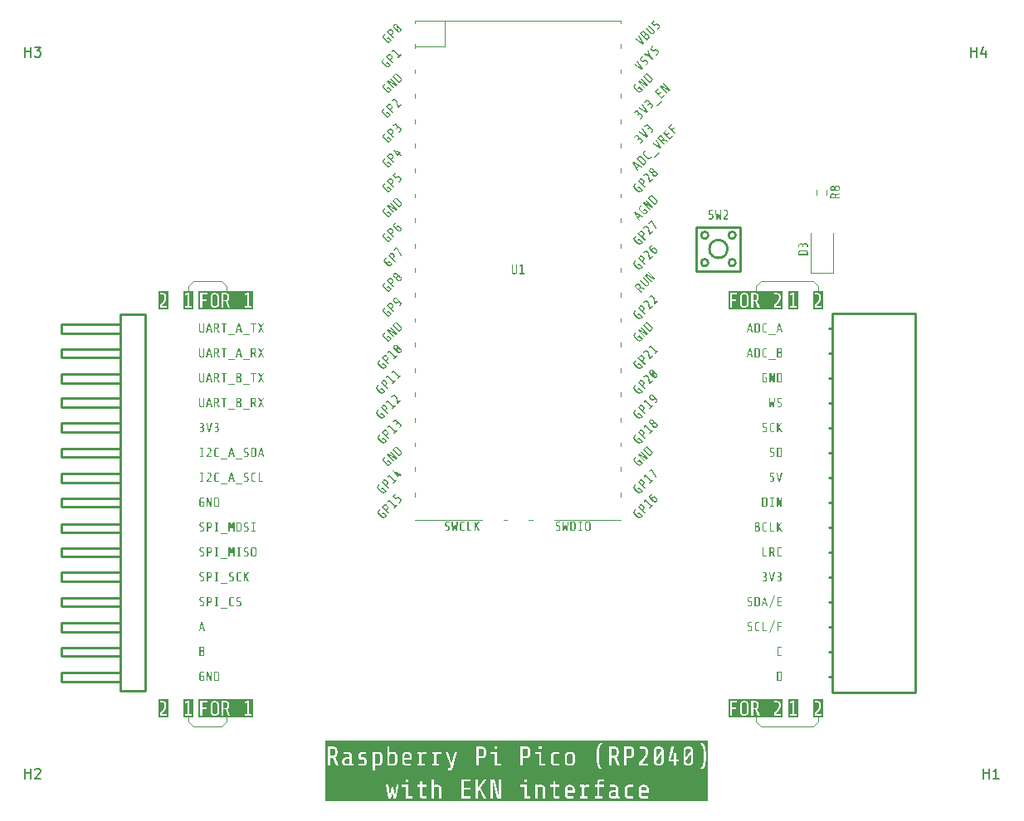
<source format=gbr>
%TF.GenerationSoftware,KiCad,Pcbnew,9.0.7*%
%TF.CreationDate,2026-02-11T09:08:59+09:00*%
%TF.ProjectId,pico-with-ken-interface,7069636f-2d77-4697-9468-2d6b656e2d69,rev?*%
%TF.SameCoordinates,Original*%
%TF.FileFunction,Legend,Top*%
%TF.FilePolarity,Positive*%
%FSLAX46Y46*%
G04 Gerber Fmt 4.6, Leading zero omitted, Abs format (unit mm)*
G04 Created by KiCad (PCBNEW 9.0.7) date 2026-02-11 09:08:59*
%MOMM*%
%LPD*%
G01*
G04 APERTURE LIST*
%ADD10C,0.120000*%
%ADD11C,0.150000*%
%ADD12C,0.250000*%
G04 APERTURE END LIST*
D10*
X129159000Y-112014000D02*
X123825000Y-112014000D01*
X129667000Y-111506000D02*
X129159000Y-112014000D01*
X65913000Y-66548000D02*
X68834000Y-66548000D01*
X123317000Y-111506000D02*
X123317000Y-110998000D01*
X69342000Y-110998000D02*
X69342000Y-111506000D01*
X68834000Y-66548000D02*
X69342000Y-67056000D01*
X123317000Y-67056000D02*
X123825000Y-66548000D01*
X69342000Y-67056000D02*
X69342000Y-67564000D01*
X123317000Y-67564000D02*
X123317000Y-67056000D01*
X129667000Y-67056000D02*
X129667000Y-67564000D01*
X123825000Y-66548000D02*
X129159000Y-66548000D01*
X65405000Y-111506000D02*
X65405000Y-110998000D01*
X65405000Y-67564000D02*
X65405000Y-67056000D01*
X65913000Y-112014000D02*
X65405000Y-111506000D01*
X65405000Y-67056000D02*
X65913000Y-66548000D01*
X129667000Y-110998000D02*
X129667000Y-111506000D01*
X129159000Y-66548000D02*
X129667000Y-67056000D01*
X123825000Y-112014000D02*
X123317000Y-111506000D01*
X68834000Y-112014000D02*
X65913000Y-112014000D01*
X69342000Y-111506000D02*
X68834000Y-112014000D01*
D11*
G36*
X127645010Y-111025167D02*
G01*
X126608165Y-111025167D01*
X126608165Y-109493518D01*
X126774832Y-109493518D01*
X126774832Y-109663602D01*
X127070946Y-109554426D01*
X127070946Y-110700963D01*
X126795806Y-110700963D01*
X126795806Y-110858500D01*
X127478343Y-110858500D01*
X127478343Y-110700963D01*
X127249365Y-110700963D01*
X127249365Y-109388463D01*
X127049880Y-109388463D01*
X126774832Y-109493518D01*
X126608165Y-109493518D01*
X126608165Y-109221796D01*
X127645010Y-109221796D01*
X127645010Y-111025167D01*
G37*
G36*
X66737416Y-86926784D02*
G01*
X66737416Y-86151191D01*
X66611387Y-86151191D01*
X66611387Y-86048975D01*
X66985200Y-86048975D01*
X66985200Y-86151191D01*
X66859171Y-86151191D01*
X66859171Y-86926784D01*
X66985200Y-86926784D01*
X66985200Y-87029000D01*
X66611387Y-87029000D01*
X66611387Y-86926784D01*
X66737416Y-86926784D01*
G37*
G36*
X67547203Y-86586615D02*
G01*
X67608081Y-86494901D01*
X67621700Y-86467080D01*
X67629757Y-86439642D01*
X67633741Y-86408463D01*
X67635375Y-86358370D01*
X67635375Y-86260428D01*
X67631787Y-86232844D01*
X67621222Y-86208404D01*
X67603196Y-86186240D01*
X67580087Y-86169391D01*
X67552500Y-86159049D01*
X67519176Y-86155404D01*
X67351198Y-86155404D01*
X67351198Y-86048975D01*
X67505193Y-86048975D01*
X67566419Y-86053252D01*
X67616764Y-86065147D01*
X67658148Y-86083684D01*
X67692100Y-86108509D01*
X67719397Y-86140191D01*
X67739597Y-86179338D01*
X67752530Y-86227559D01*
X67757191Y-86286990D01*
X67757191Y-86345791D01*
X67754433Y-86412510D01*
X67747360Y-86459242D01*
X67735220Y-86500893D01*
X67719394Y-86536240D01*
X67659189Y-86630029D01*
X67452010Y-86922571D01*
X67785218Y-86922571D01*
X67785218Y-87029000D01*
X67323172Y-87029000D01*
X67323172Y-86905779D01*
X67547203Y-86586615D01*
G37*
G36*
X68335986Y-87029000D02*
G01*
X68274756Y-87024726D01*
X68224410Y-87012842D01*
X68183027Y-86994323D01*
X68149079Y-86969526D01*
X68121780Y-86937816D01*
X68101579Y-86898647D01*
X68088648Y-86850414D01*
X68083988Y-86790985D01*
X68083988Y-86286990D01*
X68088649Y-86227559D01*
X68101582Y-86179338D01*
X68121783Y-86140191D01*
X68149079Y-86108509D01*
X68183031Y-86083684D01*
X68224415Y-86065147D01*
X68274760Y-86053252D01*
X68335986Y-86048975D01*
X68534799Y-86048975D01*
X68534799Y-86155404D01*
X68322003Y-86155404D01*
X68288719Y-86159046D01*
X68261128Y-86169386D01*
X68237983Y-86186240D01*
X68219957Y-86208404D01*
X68209392Y-86232844D01*
X68205804Y-86260428D01*
X68205804Y-86817607D01*
X68209392Y-86845191D01*
X68219957Y-86869631D01*
X68237983Y-86891796D01*
X68261124Y-86908614D01*
X68288714Y-86918935D01*
X68322003Y-86922571D01*
X68534799Y-86922571D01*
X68534799Y-87029000D01*
X68335986Y-87029000D01*
G37*
G36*
X69417371Y-87161990D02*
G01*
X69417371Y-87267014D01*
X68711814Y-87267014D01*
X68711814Y-87161990D01*
X69417371Y-87161990D01*
G37*
G36*
X70134773Y-87029000D02*
G01*
X70010209Y-87029000D01*
X69957025Y-86781215D01*
X69684023Y-86781215D01*
X69629374Y-87029000D01*
X69504810Y-87029000D01*
X69589990Y-86676191D01*
X69706371Y-86676191D01*
X69934616Y-86676191D01*
X69819822Y-86141421D01*
X69706371Y-86676191D01*
X69589990Y-86676191D01*
X69741420Y-86048975D01*
X69902376Y-86048975D01*
X70134773Y-87029000D01*
G37*
G36*
X70927769Y-87161990D02*
G01*
X70927769Y-87267014D01*
X70222212Y-87267014D01*
X70222212Y-87161990D01*
X70927769Y-87161990D01*
G37*
G36*
X71566769Y-86790985D02*
G01*
X71562109Y-86850414D01*
X71549178Y-86898647D01*
X71528976Y-86937816D01*
X71501678Y-86969526D01*
X71467730Y-86994323D01*
X71426347Y-87012842D01*
X71376001Y-87024726D01*
X71314771Y-87029000D01*
X71116019Y-87029000D01*
X71116019Y-86922571D01*
X71328815Y-86922571D01*
X71362102Y-86918933D01*
X71389671Y-86908612D01*
X71412774Y-86891796D01*
X71430837Y-86869627D01*
X71441420Y-86845187D01*
X71445014Y-86817607D01*
X71445014Y-86671978D01*
X71439273Y-86633104D01*
X71423276Y-86604139D01*
X71407117Y-86590151D01*
X71385950Y-86581377D01*
X71358185Y-86578188D01*
X71316176Y-86578188D01*
X71264937Y-86574018D01*
X71221431Y-86562205D01*
X71184268Y-86543326D01*
X71152411Y-86517311D01*
X71127207Y-86485245D01*
X71108489Y-86446091D01*
X71096510Y-86398369D01*
X71092205Y-86340174D01*
X71092205Y-86286990D01*
X71096866Y-86227559D01*
X71109799Y-86179338D01*
X71130000Y-86140191D01*
X71157296Y-86108509D01*
X71191248Y-86083684D01*
X71232632Y-86065147D01*
X71282977Y-86053252D01*
X71344203Y-86048975D01*
X71544421Y-86048975D01*
X71544421Y-86155404D01*
X71330220Y-86155404D01*
X71296896Y-86159049D01*
X71269309Y-86169391D01*
X71246200Y-86186240D01*
X71228174Y-86208404D01*
X71217609Y-86232844D01*
X71214021Y-86260428D01*
X71214021Y-86366796D01*
X71221158Y-86406903D01*
X71241987Y-86438909D01*
X71262241Y-86454687D01*
X71286144Y-86464258D01*
X71314771Y-86467607D01*
X71356781Y-86467607D01*
X71420661Y-86474568D01*
X71471208Y-86493950D01*
X71511448Y-86525004D01*
X71534293Y-86555060D01*
X71551522Y-86592802D01*
X71562705Y-86639934D01*
X71566769Y-86698600D01*
X71566769Y-86790985D01*
G37*
G36*
X72111980Y-87029000D02*
G01*
X72050751Y-87024726D01*
X72000404Y-87012842D01*
X71959021Y-86994323D01*
X71925073Y-86969526D01*
X71897775Y-86937816D01*
X71877574Y-86898647D01*
X71864643Y-86850414D01*
X71859982Y-86790985D01*
X71859982Y-86286990D01*
X71864644Y-86227559D01*
X71877576Y-86179338D01*
X71897777Y-86140191D01*
X71925073Y-86108509D01*
X71959025Y-86083684D01*
X72000410Y-86065147D01*
X72050755Y-86053252D01*
X72111980Y-86048975D01*
X72310794Y-86048975D01*
X72310794Y-86155404D01*
X72097997Y-86155404D01*
X72064713Y-86159046D01*
X72037123Y-86169386D01*
X72013978Y-86186240D01*
X71995951Y-86208404D01*
X71985386Y-86232844D01*
X71981799Y-86260428D01*
X71981799Y-86817607D01*
X71985386Y-86845191D01*
X71995951Y-86869631D01*
X72013978Y-86891796D01*
X72037118Y-86908614D01*
X72064709Y-86918935D01*
X72097997Y-86922571D01*
X72310794Y-86922571D01*
X72310794Y-87029000D01*
X72111980Y-87029000D01*
G37*
G36*
X72745363Y-86048975D02*
G01*
X72745363Y-86922571D01*
X73057566Y-86922571D01*
X73057566Y-87029000D01*
X72623608Y-87029000D01*
X72623608Y-86048975D01*
X72745363Y-86048975D01*
G37*
G36*
X68233746Y-109553574D02*
G01*
X68275127Y-109569087D01*
X68309790Y-109594360D01*
X68336830Y-109627607D01*
X68352677Y-109664267D01*
X68358059Y-109705643D01*
X68358059Y-110541411D01*
X68352677Y-110582787D01*
X68336830Y-110619447D01*
X68309790Y-110652694D01*
X68275134Y-110677914D01*
X68233753Y-110693398D01*
X68183761Y-110698856D01*
X68057823Y-110698856D01*
X68007832Y-110693398D01*
X67966451Y-110677914D01*
X67931794Y-110652694D01*
X67904755Y-110619447D01*
X67888908Y-110582787D01*
X67883526Y-110541411D01*
X67883526Y-109705643D01*
X67888908Y-109664267D01*
X67904755Y-109627607D01*
X67931794Y-109594360D01*
X67966458Y-109569087D01*
X68007839Y-109553574D01*
X68057823Y-109548106D01*
X68183761Y-109548106D01*
X68233746Y-109553574D01*
G37*
G36*
X69305689Y-109550667D02*
G01*
X69343325Y-109563052D01*
X69370140Y-109581720D01*
X69389338Y-109608015D01*
X69402063Y-109645268D01*
X69406868Y-109697216D01*
X69406868Y-109938742D01*
X69402088Y-109990699D01*
X69389380Y-110028343D01*
X69370140Y-110055246D01*
X69343237Y-110074485D01*
X69305593Y-110087194D01*
X69253636Y-110091974D01*
X69016324Y-110091974D01*
X69016324Y-109546000D01*
X69253636Y-109546000D01*
X69305689Y-109550667D01*
G37*
G36*
X72036602Y-111025167D02*
G01*
X66476899Y-111025167D01*
X66476899Y-110858500D01*
X66643566Y-110858500D01*
X66826290Y-110858500D01*
X66826290Y-110197029D01*
X67292489Y-110197029D01*
X67292489Y-110043705D01*
X66826290Y-110043705D01*
X66826290Y-109745485D01*
X67700801Y-109745485D01*
X67700801Y-110501478D01*
X67707792Y-110590621D01*
X67727188Y-110662971D01*
X67757490Y-110721725D01*
X67798438Y-110769290D01*
X67849360Y-110806485D01*
X67911434Y-110834264D01*
X67986954Y-110852090D01*
X68078798Y-110858500D01*
X68162787Y-110858500D01*
X68254631Y-110852090D01*
X68330151Y-110834264D01*
X68392225Y-110806485D01*
X68443147Y-110769290D01*
X68484094Y-110721725D01*
X68514396Y-110662971D01*
X68533793Y-110590621D01*
X68540783Y-110501478D01*
X68540783Y-110091974D01*
X68833600Y-110091974D01*
X68833600Y-110858500D01*
X69016324Y-110858500D01*
X69016324Y-110249510D01*
X69222129Y-110249510D01*
X69492964Y-110858500D01*
X69692541Y-110858500D01*
X69400640Y-110213790D01*
X69468277Y-110183370D01*
X69519460Y-110140576D01*
X69556832Y-110084354D01*
X69580827Y-110011620D01*
X69589592Y-109917676D01*
X69589592Y-109716084D01*
X69582923Y-109630863D01*
X69564591Y-109563157D01*
X69536229Y-109509483D01*
X69521854Y-109493518D01*
X71166424Y-109493518D01*
X71166424Y-109663602D01*
X71462538Y-109554426D01*
X71462538Y-110700963D01*
X71187399Y-110700963D01*
X71187399Y-110858500D01*
X71869935Y-110858500D01*
X71869935Y-110700963D01*
X71640958Y-110700963D01*
X71640958Y-109388463D01*
X71441472Y-109388463D01*
X71166424Y-109493518D01*
X69521854Y-109493518D01*
X69498185Y-109467231D01*
X69432709Y-109425744D01*
X69344981Y-109398555D01*
X69228357Y-109388463D01*
X68833600Y-109388463D01*
X68833600Y-110091974D01*
X68540783Y-110091974D01*
X68540783Y-109745485D01*
X68533791Y-109656339D01*
X68514393Y-109584007D01*
X68484091Y-109525286D01*
X68443147Y-109477764D01*
X68392219Y-109440527D01*
X68330142Y-109412721D01*
X68254624Y-109394878D01*
X68162787Y-109388463D01*
X68078798Y-109388463D01*
X67986960Y-109394878D01*
X67911442Y-109412721D01*
X67849366Y-109440527D01*
X67798438Y-109477764D01*
X67757493Y-109525286D01*
X67727192Y-109584007D01*
X67707793Y-109656339D01*
X67703926Y-109705643D01*
X67700801Y-109745485D01*
X66826290Y-109745485D01*
X66826290Y-109541786D01*
X67344970Y-109541786D01*
X67344970Y-109388463D01*
X66643566Y-109388463D01*
X66643566Y-110858500D01*
X66476899Y-110858500D01*
X66476899Y-109221796D01*
X72036602Y-109221796D01*
X72036602Y-111025167D01*
G37*
G36*
X66885001Y-103835642D02*
G01*
X66944028Y-103853234D01*
X66985872Y-103879411D01*
X67009694Y-103906372D01*
X67027758Y-103941840D01*
X67039628Y-103987928D01*
X67044002Y-104047389D01*
X67044002Y-104127196D01*
X67038784Y-104179732D01*
X67024056Y-104223169D01*
X67000347Y-104259398D01*
X66967004Y-104289617D01*
X67006339Y-104318802D01*
X67034231Y-104355973D01*
X67051702Y-104402718D01*
X67057985Y-104461808D01*
X67057985Y-104587777D01*
X67053749Y-104649060D01*
X67042323Y-104696103D01*
X67025101Y-104731852D01*
X67002664Y-104758624D01*
X66974054Y-104778791D01*
X66935810Y-104794537D01*
X66885451Y-104805079D01*
X66819970Y-104809000D01*
X66540007Y-104809000D01*
X66540007Y-104703975D01*
X66661823Y-104703975D01*
X66832610Y-104703975D01*
X66867253Y-104700807D01*
X66892632Y-104692346D01*
X66911012Y-104679490D01*
X66924255Y-104661490D01*
X66932963Y-104636389D01*
X66936230Y-104601821D01*
X66936230Y-104449230D01*
X66932895Y-104419591D01*
X66923487Y-104395501D01*
X66908203Y-104375713D01*
X66888022Y-104360829D01*
X66863684Y-104351662D01*
X66834014Y-104348419D01*
X66661823Y-104348419D01*
X66661823Y-104703975D01*
X66540007Y-104703975D01*
X66540007Y-104243394D01*
X66661823Y-104243394D01*
X66819970Y-104243394D01*
X66860192Y-104236280D01*
X66892755Y-104215428D01*
X66908894Y-104195087D01*
X66918727Y-104170732D01*
X66922186Y-104141178D01*
X66922186Y-104034811D01*
X66918982Y-104000179D01*
X66910499Y-103975343D01*
X66897700Y-103957813D01*
X66879822Y-103945370D01*
X66854714Y-103937113D01*
X66819970Y-103934000D01*
X66661823Y-103934000D01*
X66661823Y-104243394D01*
X66540007Y-104243394D01*
X66540007Y-103828975D01*
X66803178Y-103828975D01*
X66885001Y-103835642D01*
G37*
G36*
X122259755Y-67897574D02*
G01*
X122301136Y-67913087D01*
X122335799Y-67938360D01*
X122362839Y-67971607D01*
X122378686Y-68008267D01*
X122384068Y-68049643D01*
X122384068Y-68885411D01*
X122378686Y-68926787D01*
X122362839Y-68963447D01*
X122335799Y-68996694D01*
X122301143Y-69021914D01*
X122259762Y-69037398D01*
X122209770Y-69042856D01*
X122083832Y-69042856D01*
X122033841Y-69037398D01*
X121992460Y-69021914D01*
X121957803Y-68996694D01*
X121930764Y-68963447D01*
X121914917Y-68926787D01*
X121909535Y-68885411D01*
X121909535Y-68049643D01*
X121914917Y-68008267D01*
X121930764Y-67971607D01*
X121957803Y-67938360D01*
X121992467Y-67913087D01*
X122033848Y-67897574D01*
X122083832Y-67892106D01*
X122209770Y-67892106D01*
X122259755Y-67897574D01*
G37*
G36*
X123331698Y-67894667D02*
G01*
X123369334Y-67907052D01*
X123396149Y-67925720D01*
X123415347Y-67952015D01*
X123428072Y-67989268D01*
X123432877Y-68041216D01*
X123432877Y-68282742D01*
X123428097Y-68334699D01*
X123415389Y-68372343D01*
X123396149Y-68399246D01*
X123369246Y-68418485D01*
X123331602Y-68431194D01*
X123279645Y-68435974D01*
X123042333Y-68435974D01*
X123042333Y-67890000D01*
X123279645Y-67890000D01*
X123331698Y-67894667D01*
G37*
G36*
X126058398Y-69369167D02*
G01*
X120502908Y-69369167D01*
X120502908Y-69202500D01*
X120669575Y-69202500D01*
X120852299Y-69202500D01*
X120852299Y-68541029D01*
X121318498Y-68541029D01*
X121318498Y-68387705D01*
X120852299Y-68387705D01*
X120852299Y-68089485D01*
X121726810Y-68089485D01*
X121726810Y-68845478D01*
X121733801Y-68934621D01*
X121753197Y-69006971D01*
X121783499Y-69065725D01*
X121824447Y-69113290D01*
X121875369Y-69150485D01*
X121937443Y-69178264D01*
X122012963Y-69196090D01*
X122104807Y-69202500D01*
X122188796Y-69202500D01*
X122280640Y-69196090D01*
X122356160Y-69178264D01*
X122418234Y-69150485D01*
X122469156Y-69113290D01*
X122510103Y-69065725D01*
X122540405Y-69006971D01*
X122559802Y-68934621D01*
X122566792Y-68845478D01*
X122566792Y-68435974D01*
X122859609Y-68435974D01*
X122859609Y-69202500D01*
X123042333Y-69202500D01*
X123042333Y-68593510D01*
X123248138Y-68593510D01*
X123518973Y-69202500D01*
X123718550Y-69202500D01*
X123634865Y-69017669D01*
X125198662Y-69017669D01*
X125198662Y-69202500D01*
X125891731Y-69202500D01*
X125891731Y-69042856D01*
X125391919Y-69042856D01*
X125702687Y-68604043D01*
X125792996Y-68463360D01*
X125816733Y-68410340D01*
X125834945Y-68347863D01*
X125845554Y-68277765D01*
X125849691Y-68177687D01*
X125849691Y-68089485D01*
X125842699Y-68000339D01*
X125823300Y-67928007D01*
X125792999Y-67869286D01*
X125752055Y-67821764D01*
X125701127Y-67784527D01*
X125639050Y-67756721D01*
X125563532Y-67738878D01*
X125471694Y-67732463D01*
X125240702Y-67732463D01*
X125240702Y-67892106D01*
X125492669Y-67892106D01*
X125542654Y-67897574D01*
X125584035Y-67913087D01*
X125618698Y-67938360D01*
X125645738Y-67971607D01*
X125661585Y-68008267D01*
X125666967Y-68049643D01*
X125666967Y-68196555D01*
X125664516Y-68271695D01*
X125658540Y-68318463D01*
X125646455Y-68359620D01*
X125626025Y-68401352D01*
X125534709Y-68538922D01*
X125198662Y-69017669D01*
X123634865Y-69017669D01*
X123426649Y-68557790D01*
X123494286Y-68527370D01*
X123545469Y-68484576D01*
X123582841Y-68428354D01*
X123606836Y-68355620D01*
X123615601Y-68261676D01*
X123615601Y-68060084D01*
X123608932Y-67974863D01*
X123590600Y-67907157D01*
X123562238Y-67853483D01*
X123524194Y-67811231D01*
X123458718Y-67769744D01*
X123370990Y-67742555D01*
X123254366Y-67732463D01*
X122859609Y-67732463D01*
X122859609Y-68435974D01*
X122566792Y-68435974D01*
X122566792Y-68089485D01*
X122559800Y-68000339D01*
X122540402Y-67928007D01*
X122510100Y-67869286D01*
X122469156Y-67821764D01*
X122418228Y-67784527D01*
X122356151Y-67756721D01*
X122280633Y-67738878D01*
X122188796Y-67732463D01*
X122104807Y-67732463D01*
X122012969Y-67738878D01*
X121937451Y-67756721D01*
X121875375Y-67784527D01*
X121824447Y-67821764D01*
X121783502Y-67869286D01*
X121753201Y-67928007D01*
X121733802Y-68000339D01*
X121729935Y-68049643D01*
X121726810Y-68089485D01*
X120852299Y-68089485D01*
X120852299Y-67885786D01*
X121370979Y-67885786D01*
X121370979Y-67732463D01*
X120669575Y-67732463D01*
X120669575Y-69202500D01*
X120502908Y-69202500D01*
X120502908Y-67565796D01*
X126058398Y-67565796D01*
X126058398Y-69369167D01*
G37*
G36*
X66804583Y-107349000D02*
G01*
X66743389Y-107344728D01*
X66693050Y-107332847D01*
X66651654Y-107314328D01*
X66617676Y-107289526D01*
X66590378Y-107257816D01*
X66570177Y-107218647D01*
X66557246Y-107170414D01*
X66552585Y-107110985D01*
X66552585Y-106606990D01*
X66557247Y-106547559D01*
X66570179Y-106499338D01*
X66590380Y-106460191D01*
X66617676Y-106428509D01*
X66651658Y-106403680D01*
X66693056Y-106385143D01*
X66743394Y-106373250D01*
X66804583Y-106368975D01*
X67001992Y-106368975D01*
X67001992Y-106475404D01*
X66790600Y-106475404D01*
X66757316Y-106479046D01*
X66729726Y-106489386D01*
X66706580Y-106506240D01*
X66688554Y-106528404D01*
X66677989Y-106552844D01*
X66674401Y-106580428D01*
X66674401Y-107137607D01*
X66677989Y-107165191D01*
X66688554Y-107189631D01*
X66706580Y-107211796D01*
X66729721Y-107228614D01*
X66757312Y-107238935D01*
X66790600Y-107242571D01*
X66927803Y-107242571D01*
X66927803Y-106938794D01*
X66805987Y-106938794D01*
X66805987Y-106833769D01*
X67044002Y-106833769D01*
X67044002Y-107349000D01*
X66804583Y-107349000D01*
G37*
G36*
X67400169Y-107349000D02*
G01*
X67286779Y-107349000D01*
X67286779Y-106368975D01*
X67485593Y-106368975D01*
X67706816Y-107245379D01*
X67706816Y-106368975D01*
X67820206Y-106368975D01*
X67820206Y-107349000D01*
X67619988Y-107349000D01*
X67400169Y-106472595D01*
X67400169Y-107349000D01*
G37*
G36*
X68400516Y-106375595D02*
G01*
X68462391Y-106393326D01*
X68508177Y-106420083D01*
X68534995Y-106447831D01*
X68554954Y-106483597D01*
X68567877Y-106529260D01*
X68572596Y-106587389D01*
X68572596Y-107127777D01*
X68568360Y-107189060D01*
X68556934Y-107236103D01*
X68539712Y-107271852D01*
X68517275Y-107298624D01*
X68488665Y-107318791D01*
X68450421Y-107334537D01*
X68400062Y-107345079D01*
X68334581Y-107349000D01*
X68046191Y-107349000D01*
X68046191Y-107243975D01*
X68168008Y-107243975D01*
X68347221Y-107243975D01*
X68381864Y-107240805D01*
X68407219Y-107232343D01*
X68425562Y-107219490D01*
X68438805Y-107201490D01*
X68447512Y-107176389D01*
X68450780Y-107141821D01*
X68450780Y-106574811D01*
X68447444Y-106545172D01*
X68438037Y-106521082D01*
X68422753Y-106501294D01*
X68402610Y-106486412D01*
X68378294Y-106477244D01*
X68348625Y-106474000D01*
X68168008Y-106474000D01*
X68168008Y-107243975D01*
X68046191Y-107243975D01*
X68046191Y-106368975D01*
X68317789Y-106368975D01*
X68400516Y-106375595D01*
G37*
G36*
X65923010Y-69369167D02*
G01*
X64886165Y-69369167D01*
X64886165Y-67837518D01*
X65052832Y-67837518D01*
X65052832Y-68007602D01*
X65348946Y-67898426D01*
X65348946Y-69044963D01*
X65073806Y-69044963D01*
X65073806Y-69202500D01*
X65756343Y-69202500D01*
X65756343Y-69044963D01*
X65527365Y-69044963D01*
X65527365Y-67732463D01*
X65327880Y-67732463D01*
X65052832Y-67837518D01*
X64886165Y-67837518D01*
X64886165Y-67565796D01*
X65923010Y-67565796D01*
X65923010Y-69369167D01*
G37*
G36*
X122949582Y-99490985D02*
G01*
X122944921Y-99550414D01*
X122931990Y-99598647D01*
X122911789Y-99637816D01*
X122884491Y-99669526D01*
X122850543Y-99694323D01*
X122809160Y-99712842D01*
X122758813Y-99724726D01*
X122697584Y-99729000D01*
X122498831Y-99729000D01*
X122498831Y-99622571D01*
X122711628Y-99622571D01*
X122744915Y-99618933D01*
X122772483Y-99608612D01*
X122795586Y-99591796D01*
X122813650Y-99569627D01*
X122824233Y-99545187D01*
X122827827Y-99517607D01*
X122827827Y-99371978D01*
X122822086Y-99333104D01*
X122806089Y-99304139D01*
X122789930Y-99290151D01*
X122768762Y-99281377D01*
X122740998Y-99278188D01*
X122698988Y-99278188D01*
X122647750Y-99274018D01*
X122604244Y-99262205D01*
X122567080Y-99243326D01*
X122535224Y-99217311D01*
X122510020Y-99185245D01*
X122491302Y-99146091D01*
X122479323Y-99098369D01*
X122475018Y-99040174D01*
X122475018Y-98986990D01*
X122479679Y-98927559D01*
X122492611Y-98879338D01*
X122512812Y-98840191D01*
X122540108Y-98808509D01*
X122574061Y-98783684D01*
X122615445Y-98765147D01*
X122665790Y-98753252D01*
X122727015Y-98748975D01*
X122927233Y-98748975D01*
X122927233Y-98855404D01*
X122713032Y-98855404D01*
X122679709Y-98859049D01*
X122652122Y-98869391D01*
X122629013Y-98886240D01*
X122610987Y-98908404D01*
X122600422Y-98932844D01*
X122596834Y-98960428D01*
X122596834Y-99066796D01*
X122603970Y-99106903D01*
X122624800Y-99138909D01*
X122645054Y-99154687D01*
X122668957Y-99164258D01*
X122697584Y-99167607D01*
X122739594Y-99167607D01*
X122803474Y-99174568D01*
X122854021Y-99193950D01*
X122894261Y-99225004D01*
X122917106Y-99255060D01*
X122934335Y-99292802D01*
X122945518Y-99339934D01*
X122949582Y-99398600D01*
X122949582Y-99490985D01*
G37*
G36*
X123559323Y-98755595D02*
G01*
X123621198Y-98773326D01*
X123666984Y-98800083D01*
X123693802Y-98827831D01*
X123713761Y-98863597D01*
X123726684Y-98909260D01*
X123731403Y-98967389D01*
X123731403Y-99507777D01*
X123727167Y-99569060D01*
X123715741Y-99616103D01*
X123698520Y-99651852D01*
X123676082Y-99678624D01*
X123647472Y-99698791D01*
X123609228Y-99714537D01*
X123558870Y-99725079D01*
X123493388Y-99729000D01*
X123204999Y-99729000D01*
X123204999Y-99623975D01*
X123326815Y-99623975D01*
X123506028Y-99623975D01*
X123540671Y-99620805D01*
X123566026Y-99612343D01*
X123584369Y-99599490D01*
X123597612Y-99581490D01*
X123606320Y-99556389D01*
X123609587Y-99521821D01*
X123609587Y-98954811D01*
X123606252Y-98925172D01*
X123596844Y-98901082D01*
X123581560Y-98881294D01*
X123561417Y-98866412D01*
X123537101Y-98857244D01*
X123507432Y-98854000D01*
X123326815Y-98854000D01*
X123326815Y-99623975D01*
X123204999Y-99623975D01*
X123204999Y-98748975D01*
X123476597Y-98748975D01*
X123559323Y-98755595D01*
G37*
G36*
X124538381Y-99729000D02*
G01*
X124413817Y-99729000D01*
X124360634Y-99481215D01*
X124087631Y-99481215D01*
X124032982Y-99729000D01*
X123908418Y-99729000D01*
X123993598Y-99376191D01*
X124109979Y-99376191D01*
X124338224Y-99376191D01*
X124223430Y-98841421D01*
X124109979Y-99376191D01*
X123993598Y-99376191D01*
X124145028Y-98748975D01*
X124305984Y-98748975D01*
X124538381Y-99729000D01*
G37*
G36*
X125169016Y-98594980D02*
G01*
X125286619Y-98594980D01*
X124788181Y-99882995D01*
X124670578Y-99882995D01*
X125169016Y-98594980D01*
G37*
G36*
X125967629Y-98748975D02*
G01*
X125967629Y-98851191D01*
X125621781Y-98851191D01*
X125621781Y-99171821D01*
X125932581Y-99171821D01*
X125932581Y-99273975D01*
X125621781Y-99273975D01*
X125621781Y-99626784D01*
X125967629Y-99626784D01*
X125967629Y-99729000D01*
X125500026Y-99729000D01*
X125500026Y-98748975D01*
X125967629Y-98748975D01*
G37*
G36*
X122259755Y-109553574D02*
G01*
X122301136Y-109569087D01*
X122335799Y-109594360D01*
X122362839Y-109627607D01*
X122378686Y-109664267D01*
X122384068Y-109705643D01*
X122384068Y-110541411D01*
X122378686Y-110582787D01*
X122362839Y-110619447D01*
X122335799Y-110652694D01*
X122301143Y-110677914D01*
X122259762Y-110693398D01*
X122209770Y-110698856D01*
X122083832Y-110698856D01*
X122033841Y-110693398D01*
X121992460Y-110677914D01*
X121957803Y-110652694D01*
X121930764Y-110619447D01*
X121914917Y-110582787D01*
X121909535Y-110541411D01*
X121909535Y-109705643D01*
X121914917Y-109664267D01*
X121930764Y-109627607D01*
X121957803Y-109594360D01*
X121992467Y-109569087D01*
X122033848Y-109553574D01*
X122083832Y-109548106D01*
X122209770Y-109548106D01*
X122259755Y-109553574D01*
G37*
G36*
X123331698Y-109550667D02*
G01*
X123369334Y-109563052D01*
X123396149Y-109581720D01*
X123415347Y-109608015D01*
X123428072Y-109645268D01*
X123432877Y-109697216D01*
X123432877Y-109938742D01*
X123428097Y-109990699D01*
X123415389Y-110028343D01*
X123396149Y-110055246D01*
X123369246Y-110074485D01*
X123331602Y-110087194D01*
X123279645Y-110091974D01*
X123042333Y-110091974D01*
X123042333Y-109546000D01*
X123279645Y-109546000D01*
X123331698Y-109550667D01*
G37*
G36*
X126058398Y-111025167D02*
G01*
X120502908Y-111025167D01*
X120502908Y-110858500D01*
X120669575Y-110858500D01*
X120852299Y-110858500D01*
X120852299Y-110197029D01*
X121318498Y-110197029D01*
X121318498Y-110043705D01*
X120852299Y-110043705D01*
X120852299Y-109745485D01*
X121726810Y-109745485D01*
X121726810Y-110501478D01*
X121733801Y-110590621D01*
X121753197Y-110662971D01*
X121783499Y-110721725D01*
X121824447Y-110769290D01*
X121875369Y-110806485D01*
X121937443Y-110834264D01*
X122012963Y-110852090D01*
X122104807Y-110858500D01*
X122188796Y-110858500D01*
X122280640Y-110852090D01*
X122356160Y-110834264D01*
X122418234Y-110806485D01*
X122469156Y-110769290D01*
X122510103Y-110721725D01*
X122540405Y-110662971D01*
X122559802Y-110590621D01*
X122566792Y-110501478D01*
X122566792Y-110091974D01*
X122859609Y-110091974D01*
X122859609Y-110858500D01*
X123042333Y-110858500D01*
X123042333Y-110249510D01*
X123248138Y-110249510D01*
X123518973Y-110858500D01*
X123718550Y-110858500D01*
X123634865Y-110673669D01*
X125198662Y-110673669D01*
X125198662Y-110858500D01*
X125891731Y-110858500D01*
X125891731Y-110698856D01*
X125391919Y-110698856D01*
X125702687Y-110260043D01*
X125792996Y-110119360D01*
X125816733Y-110066340D01*
X125834945Y-110003863D01*
X125845554Y-109933765D01*
X125849691Y-109833687D01*
X125849691Y-109745485D01*
X125842699Y-109656339D01*
X125823300Y-109584007D01*
X125792999Y-109525286D01*
X125752055Y-109477764D01*
X125701127Y-109440527D01*
X125639050Y-109412721D01*
X125563532Y-109394878D01*
X125471694Y-109388463D01*
X125240702Y-109388463D01*
X125240702Y-109548106D01*
X125492669Y-109548106D01*
X125542654Y-109553574D01*
X125584035Y-109569087D01*
X125618698Y-109594360D01*
X125645738Y-109627607D01*
X125661585Y-109664267D01*
X125666967Y-109705643D01*
X125666967Y-109852555D01*
X125664516Y-109927695D01*
X125658540Y-109974463D01*
X125646455Y-110015620D01*
X125626025Y-110057352D01*
X125534709Y-110194922D01*
X125198662Y-110673669D01*
X123634865Y-110673669D01*
X123426649Y-110213790D01*
X123494286Y-110183370D01*
X123545469Y-110140576D01*
X123582841Y-110084354D01*
X123606836Y-110011620D01*
X123615601Y-109917676D01*
X123615601Y-109716084D01*
X123608932Y-109630863D01*
X123590600Y-109563157D01*
X123562238Y-109509483D01*
X123524194Y-109467231D01*
X123458718Y-109425744D01*
X123370990Y-109398555D01*
X123254366Y-109388463D01*
X122859609Y-109388463D01*
X122859609Y-110091974D01*
X122566792Y-110091974D01*
X122566792Y-109745485D01*
X122559800Y-109656339D01*
X122540402Y-109584007D01*
X122510100Y-109525286D01*
X122469156Y-109477764D01*
X122418228Y-109440527D01*
X122356151Y-109412721D01*
X122280633Y-109394878D01*
X122188796Y-109388463D01*
X122104807Y-109388463D01*
X122012969Y-109394878D01*
X121937451Y-109412721D01*
X121875375Y-109440527D01*
X121824447Y-109477764D01*
X121783502Y-109525286D01*
X121753201Y-109584007D01*
X121733802Y-109656339D01*
X121729935Y-109705643D01*
X121726810Y-109745485D01*
X120852299Y-109745485D01*
X120852299Y-109541786D01*
X121370979Y-109541786D01*
X121370979Y-109388463D01*
X120669575Y-109388463D01*
X120669575Y-110858500D01*
X120502908Y-110858500D01*
X120502908Y-109221796D01*
X126058398Y-109221796D01*
X126058398Y-111025167D01*
G37*
G36*
X67035576Y-99490985D02*
G01*
X67030915Y-99550414D01*
X67017984Y-99598647D01*
X66997783Y-99637816D01*
X66970485Y-99669526D01*
X66936537Y-99694323D01*
X66895154Y-99712842D01*
X66844807Y-99724726D01*
X66783578Y-99729000D01*
X66584825Y-99729000D01*
X66584825Y-99622571D01*
X66797622Y-99622571D01*
X66830909Y-99618933D01*
X66858477Y-99608612D01*
X66881580Y-99591796D01*
X66899644Y-99569627D01*
X66910227Y-99545187D01*
X66913821Y-99517607D01*
X66913821Y-99371978D01*
X66908080Y-99333104D01*
X66892083Y-99304139D01*
X66875924Y-99290151D01*
X66854756Y-99281377D01*
X66826992Y-99278188D01*
X66784982Y-99278188D01*
X66733744Y-99274018D01*
X66690238Y-99262205D01*
X66653074Y-99243326D01*
X66621218Y-99217311D01*
X66596014Y-99185245D01*
X66577296Y-99146091D01*
X66565317Y-99098369D01*
X66561012Y-99040174D01*
X66561012Y-98986990D01*
X66565673Y-98927559D01*
X66578605Y-98879338D01*
X66598806Y-98840191D01*
X66626102Y-98808509D01*
X66660055Y-98783684D01*
X66701439Y-98765147D01*
X66751784Y-98753252D01*
X66813009Y-98748975D01*
X67013227Y-98748975D01*
X67013227Y-98855404D01*
X66799026Y-98855404D01*
X66765703Y-98859049D01*
X66738116Y-98869391D01*
X66715007Y-98886240D01*
X66696981Y-98908404D01*
X66686416Y-98932844D01*
X66682828Y-98960428D01*
X66682828Y-99066796D01*
X66689964Y-99106903D01*
X66710794Y-99138909D01*
X66731048Y-99154687D01*
X66754951Y-99164258D01*
X66783578Y-99167607D01*
X66825588Y-99167607D01*
X66889468Y-99174568D01*
X66940015Y-99193950D01*
X66980255Y-99225004D01*
X67003100Y-99255060D01*
X67020329Y-99292802D01*
X67031512Y-99339934D01*
X67035576Y-99398600D01*
X67035576Y-99490985D01*
G37*
G36*
X67644553Y-98755703D02*
G01*
X67703038Y-98773829D01*
X67746689Y-98801487D01*
X67772052Y-98829655D01*
X67790960Y-98865438D01*
X67803181Y-98910575D01*
X67807627Y-98967389D01*
X67807627Y-99127002D01*
X67803248Y-99183836D01*
X67791185Y-99229272D01*
X67772493Y-99265535D01*
X67747421Y-99294308D01*
X67716140Y-99316568D01*
X67677234Y-99333378D01*
X67629066Y-99344275D01*
X67569613Y-99348225D01*
X67423983Y-99348225D01*
X67423983Y-99729000D01*
X67302228Y-99729000D01*
X67302228Y-99243200D01*
X67423983Y-99243200D01*
X67583595Y-99243200D01*
X67618233Y-99240014D01*
X67643329Y-99231541D01*
X67661265Y-99218715D01*
X67674123Y-99200773D01*
X67682616Y-99175659D01*
X67685811Y-99140985D01*
X67685811Y-98954811D01*
X67682601Y-98920184D01*
X67674098Y-98895349D01*
X67661265Y-98877813D01*
X67643388Y-98865368D01*
X67618297Y-98857111D01*
X67583595Y-98854000D01*
X67423983Y-98854000D01*
X67423983Y-99243200D01*
X67302228Y-99243200D01*
X67302228Y-98748975D01*
X67566804Y-98748975D01*
X67644553Y-98755703D01*
G37*
G36*
X68247814Y-99626784D02*
G01*
X68247814Y-98851191D01*
X68121785Y-98851191D01*
X68121785Y-98748975D01*
X68495598Y-98748975D01*
X68495598Y-98851191D01*
X68369569Y-98851191D01*
X68369569Y-99626784D01*
X68495598Y-99626784D01*
X68495598Y-99729000D01*
X68121785Y-99729000D01*
X68121785Y-99626784D01*
X68247814Y-99626784D01*
G37*
G36*
X69417371Y-99861990D02*
G01*
X69417371Y-99967014D01*
X68711814Y-99967014D01*
X68711814Y-99861990D01*
X69417371Y-99861990D01*
G37*
G36*
X69846383Y-99729000D02*
G01*
X69785154Y-99724726D01*
X69734807Y-99712842D01*
X69693425Y-99694323D01*
X69659476Y-99669526D01*
X69632178Y-99637816D01*
X69611977Y-99598647D01*
X69599046Y-99550414D01*
X69594386Y-99490985D01*
X69594386Y-98986990D01*
X69599047Y-98927559D01*
X69611979Y-98879338D01*
X69632180Y-98840191D01*
X69659476Y-98808509D01*
X69693429Y-98783684D01*
X69734813Y-98765147D01*
X69785158Y-98753252D01*
X69846383Y-98748975D01*
X70045197Y-98748975D01*
X70045197Y-98855404D01*
X69832400Y-98855404D01*
X69799117Y-98859046D01*
X69771526Y-98869386D01*
X69748381Y-98886240D01*
X69730355Y-98908404D01*
X69719790Y-98932844D01*
X69716202Y-98960428D01*
X69716202Y-99517607D01*
X69719790Y-99545191D01*
X69730355Y-99569631D01*
X69748381Y-99591796D01*
X69771522Y-99608614D01*
X69799112Y-99618935D01*
X69832400Y-99622571D01*
X70045197Y-99622571D01*
X70045197Y-99729000D01*
X69846383Y-99729000D01*
G37*
G36*
X70811570Y-99490985D02*
G01*
X70806910Y-99550414D01*
X70793979Y-99598647D01*
X70773778Y-99637816D01*
X70746479Y-99669526D01*
X70712531Y-99694323D01*
X70671148Y-99712842D01*
X70620802Y-99724726D01*
X70559572Y-99729000D01*
X70360820Y-99729000D01*
X70360820Y-99622571D01*
X70573616Y-99622571D01*
X70606903Y-99618933D01*
X70634472Y-99608612D01*
X70657575Y-99591796D01*
X70675638Y-99569627D01*
X70686221Y-99545187D01*
X70689815Y-99517607D01*
X70689815Y-99371978D01*
X70684074Y-99333104D01*
X70668077Y-99304139D01*
X70651918Y-99290151D01*
X70630751Y-99281377D01*
X70602987Y-99278188D01*
X70560977Y-99278188D01*
X70509739Y-99274018D01*
X70466232Y-99262205D01*
X70429069Y-99243326D01*
X70397212Y-99217311D01*
X70372009Y-99185245D01*
X70353291Y-99146091D01*
X70341312Y-99098369D01*
X70337006Y-99040174D01*
X70337006Y-98986990D01*
X70341667Y-98927559D01*
X70354600Y-98879338D01*
X70374801Y-98840191D01*
X70402097Y-98808509D01*
X70436049Y-98783684D01*
X70477433Y-98765147D01*
X70527779Y-98753252D01*
X70589004Y-98748975D01*
X70789222Y-98748975D01*
X70789222Y-98855404D01*
X70575021Y-98855404D01*
X70541698Y-98859049D01*
X70514110Y-98869391D01*
X70491001Y-98886240D01*
X70472975Y-98908404D01*
X70462410Y-98932844D01*
X70458822Y-98960428D01*
X70458822Y-99066796D01*
X70465959Y-99106903D01*
X70486788Y-99138909D01*
X70507042Y-99154687D01*
X70530945Y-99164258D01*
X70559572Y-99167607D01*
X70601582Y-99167607D01*
X70665462Y-99174568D01*
X70716009Y-99193950D01*
X70756249Y-99225004D01*
X70779094Y-99255060D01*
X70796323Y-99292802D01*
X70807506Y-99339934D01*
X70811570Y-99398600D01*
X70811570Y-99490985D01*
G37*
G36*
X125824920Y-106375595D02*
G01*
X125886795Y-106393326D01*
X125932581Y-106420083D01*
X125959399Y-106447831D01*
X125979358Y-106483597D01*
X125992281Y-106529260D01*
X125997000Y-106587389D01*
X125997000Y-107127777D01*
X125992764Y-107189060D01*
X125981338Y-107236103D01*
X125964117Y-107271852D01*
X125941679Y-107298624D01*
X125913070Y-107318791D01*
X125874825Y-107334537D01*
X125824467Y-107345079D01*
X125758985Y-107349000D01*
X125470596Y-107349000D01*
X125470596Y-107243975D01*
X125592412Y-107243975D01*
X125771625Y-107243975D01*
X125806268Y-107240805D01*
X125831624Y-107232343D01*
X125849966Y-107219490D01*
X125863209Y-107201490D01*
X125871917Y-107176389D01*
X125875184Y-107141821D01*
X125875184Y-106574811D01*
X125871849Y-106545172D01*
X125862441Y-106521082D01*
X125847157Y-106501294D01*
X125827014Y-106486412D01*
X125802698Y-106477244D01*
X125773029Y-106474000D01*
X125592412Y-106474000D01*
X125592412Y-107243975D01*
X125470596Y-107243975D01*
X125470596Y-106368975D01*
X125742194Y-106368975D01*
X125824920Y-106375595D01*
G37*
G36*
X67035576Y-96950985D02*
G01*
X67030915Y-97010414D01*
X67017984Y-97058647D01*
X66997783Y-97097816D01*
X66970485Y-97129526D01*
X66936537Y-97154323D01*
X66895154Y-97172842D01*
X66844807Y-97184726D01*
X66783578Y-97189000D01*
X66584825Y-97189000D01*
X66584825Y-97082571D01*
X66797622Y-97082571D01*
X66830909Y-97078933D01*
X66858477Y-97068612D01*
X66881580Y-97051796D01*
X66899644Y-97029627D01*
X66910227Y-97005187D01*
X66913821Y-96977607D01*
X66913821Y-96831978D01*
X66908080Y-96793104D01*
X66892083Y-96764139D01*
X66875924Y-96750151D01*
X66854756Y-96741377D01*
X66826992Y-96738188D01*
X66784982Y-96738188D01*
X66733744Y-96734018D01*
X66690238Y-96722205D01*
X66653074Y-96703326D01*
X66621218Y-96677311D01*
X66596014Y-96645245D01*
X66577296Y-96606091D01*
X66565317Y-96558369D01*
X66561012Y-96500174D01*
X66561012Y-96446990D01*
X66565673Y-96387559D01*
X66578605Y-96339338D01*
X66598806Y-96300191D01*
X66626102Y-96268509D01*
X66660055Y-96243684D01*
X66701439Y-96225147D01*
X66751784Y-96213252D01*
X66813009Y-96208975D01*
X67013227Y-96208975D01*
X67013227Y-96315404D01*
X66799026Y-96315404D01*
X66765703Y-96319049D01*
X66738116Y-96329391D01*
X66715007Y-96346240D01*
X66696981Y-96368404D01*
X66686416Y-96392844D01*
X66682828Y-96420428D01*
X66682828Y-96526796D01*
X66689964Y-96566903D01*
X66710794Y-96598909D01*
X66731048Y-96614687D01*
X66754951Y-96624258D01*
X66783578Y-96627607D01*
X66825588Y-96627607D01*
X66889468Y-96634568D01*
X66940015Y-96653950D01*
X66980255Y-96685004D01*
X67003100Y-96715060D01*
X67020329Y-96752802D01*
X67031512Y-96799934D01*
X67035576Y-96858600D01*
X67035576Y-96950985D01*
G37*
G36*
X67644553Y-96215703D02*
G01*
X67703038Y-96233829D01*
X67746689Y-96261487D01*
X67772052Y-96289655D01*
X67790960Y-96325438D01*
X67803181Y-96370575D01*
X67807627Y-96427389D01*
X67807627Y-96587002D01*
X67803248Y-96643836D01*
X67791185Y-96689272D01*
X67772493Y-96725535D01*
X67747421Y-96754308D01*
X67716140Y-96776568D01*
X67677234Y-96793378D01*
X67629066Y-96804275D01*
X67569613Y-96808225D01*
X67423983Y-96808225D01*
X67423983Y-97189000D01*
X67302228Y-97189000D01*
X67302228Y-96703200D01*
X67423983Y-96703200D01*
X67583595Y-96703200D01*
X67618233Y-96700014D01*
X67643329Y-96691541D01*
X67661265Y-96678715D01*
X67674123Y-96660773D01*
X67682616Y-96635659D01*
X67685811Y-96600985D01*
X67685811Y-96414811D01*
X67682601Y-96380184D01*
X67674098Y-96355349D01*
X67661265Y-96337813D01*
X67643388Y-96325368D01*
X67618297Y-96317111D01*
X67583595Y-96314000D01*
X67423983Y-96314000D01*
X67423983Y-96703200D01*
X67302228Y-96703200D01*
X67302228Y-96208975D01*
X67566804Y-96208975D01*
X67644553Y-96215703D01*
G37*
G36*
X68247814Y-97086784D02*
G01*
X68247814Y-96311191D01*
X68121785Y-96311191D01*
X68121785Y-96208975D01*
X68495598Y-96208975D01*
X68495598Y-96311191D01*
X68369569Y-96311191D01*
X68369569Y-97086784D01*
X68495598Y-97086784D01*
X68495598Y-97189000D01*
X68121785Y-97189000D01*
X68121785Y-97086784D01*
X68247814Y-97086784D01*
G37*
G36*
X69417371Y-97321990D02*
G01*
X69417371Y-97427014D01*
X68711814Y-97427014D01*
X68711814Y-97321990D01*
X69417371Y-97321990D01*
G37*
G36*
X70056371Y-96950985D02*
G01*
X70051711Y-97010414D01*
X70038780Y-97058647D01*
X70018579Y-97097816D01*
X69991280Y-97129526D01*
X69957332Y-97154323D01*
X69915950Y-97172842D01*
X69865603Y-97184726D01*
X69804374Y-97189000D01*
X69605621Y-97189000D01*
X69605621Y-97082571D01*
X69818418Y-97082571D01*
X69851704Y-97078933D01*
X69879273Y-97068612D01*
X69902376Y-97051796D01*
X69920439Y-97029627D01*
X69931022Y-97005187D01*
X69934616Y-96977607D01*
X69934616Y-96831978D01*
X69928875Y-96793104D01*
X69912878Y-96764139D01*
X69896719Y-96750151D01*
X69875552Y-96741377D01*
X69847788Y-96738188D01*
X69805778Y-96738188D01*
X69754540Y-96734018D01*
X69711034Y-96722205D01*
X69673870Y-96703326D01*
X69642013Y-96677311D01*
X69616810Y-96645245D01*
X69598092Y-96606091D01*
X69586113Y-96558369D01*
X69581807Y-96500174D01*
X69581807Y-96446990D01*
X69586469Y-96387559D01*
X69599401Y-96339338D01*
X69619602Y-96300191D01*
X69646898Y-96268509D01*
X69680850Y-96243684D01*
X69722234Y-96225147D01*
X69772580Y-96213252D01*
X69833805Y-96208975D01*
X70034023Y-96208975D01*
X70034023Y-96315404D01*
X69819822Y-96315404D01*
X69786499Y-96319049D01*
X69758911Y-96329391D01*
X69735802Y-96346240D01*
X69717776Y-96368404D01*
X69707211Y-96392844D01*
X69703623Y-96420428D01*
X69703623Y-96526796D01*
X69710760Y-96566903D01*
X69731589Y-96598909D01*
X69751843Y-96614687D01*
X69775746Y-96624258D01*
X69804374Y-96627607D01*
X69846383Y-96627607D01*
X69910263Y-96634568D01*
X69960810Y-96653950D01*
X70001050Y-96685004D01*
X70023896Y-96715060D01*
X70041124Y-96752802D01*
X70052308Y-96799934D01*
X70056371Y-96858600D01*
X70056371Y-96950985D01*
G37*
G36*
X70601582Y-97189000D02*
G01*
X70540353Y-97184726D01*
X70490006Y-97172842D01*
X70448623Y-97154323D01*
X70414675Y-97129526D01*
X70387377Y-97097816D01*
X70367176Y-97058647D01*
X70354245Y-97010414D01*
X70349585Y-96950985D01*
X70349585Y-96446990D01*
X70354246Y-96387559D01*
X70367178Y-96339338D01*
X70387379Y-96300191D01*
X70414675Y-96268509D01*
X70448627Y-96243684D01*
X70490012Y-96225147D01*
X70540357Y-96213252D01*
X70601582Y-96208975D01*
X70800396Y-96208975D01*
X70800396Y-96315404D01*
X70587599Y-96315404D01*
X70554316Y-96319046D01*
X70526725Y-96329386D01*
X70503580Y-96346240D01*
X70485553Y-96368404D01*
X70474989Y-96392844D01*
X70471401Y-96420428D01*
X70471401Y-96977607D01*
X70474989Y-97005191D01*
X70485553Y-97029631D01*
X70503580Y-97051796D01*
X70526721Y-97068614D01*
X70554311Y-97078935D01*
X70587599Y-97082571D01*
X70800396Y-97082571D01*
X70800396Y-97189000D01*
X70601582Y-97189000D01*
G37*
G36*
X71187399Y-96827825D02*
G01*
X71187399Y-97189000D01*
X71065583Y-97189000D01*
X71065583Y-96208975D01*
X71187399Y-96208975D01*
X71187399Y-96631821D01*
X71453379Y-96208975D01*
X71586369Y-96208975D01*
X71316176Y-96641590D01*
X71603222Y-97189000D01*
X71463210Y-97189000D01*
X71240583Y-96748019D01*
X71187399Y-96827825D01*
G37*
G36*
X63378797Y-111025167D02*
G01*
X62352393Y-111025167D01*
X62352393Y-110673669D01*
X62519060Y-110673669D01*
X62519060Y-110858500D01*
X63212130Y-110858500D01*
X63212130Y-110698856D01*
X62712317Y-110698856D01*
X63023086Y-110260043D01*
X63113395Y-110119360D01*
X63137132Y-110066340D01*
X63155343Y-110003863D01*
X63165953Y-109933765D01*
X63170090Y-109833687D01*
X63170090Y-109745485D01*
X63163098Y-109656339D01*
X63143699Y-109584007D01*
X63113398Y-109525286D01*
X63072453Y-109477764D01*
X63021525Y-109440527D01*
X62959449Y-109412721D01*
X62883931Y-109394878D01*
X62792093Y-109388463D01*
X62561101Y-109388463D01*
X62561101Y-109548106D01*
X62813068Y-109548106D01*
X62863052Y-109553574D01*
X62904433Y-109569087D01*
X62939097Y-109594360D01*
X62966136Y-109627607D01*
X62981983Y-109664267D01*
X62987365Y-109705643D01*
X62987365Y-109852555D01*
X62984915Y-109927695D01*
X62978939Y-109974463D01*
X62966854Y-110015620D01*
X62946424Y-110057352D01*
X62855108Y-110194922D01*
X62519060Y-110673669D01*
X62352393Y-110673669D01*
X62352393Y-109221796D01*
X63378797Y-109221796D01*
X63378797Y-111025167D01*
G37*
G36*
X130180797Y-69369167D02*
G01*
X129154393Y-69369167D01*
X129154393Y-69017669D01*
X129321060Y-69017669D01*
X129321060Y-69202500D01*
X130014130Y-69202500D01*
X130014130Y-69042856D01*
X129514317Y-69042856D01*
X129825086Y-68604043D01*
X129915395Y-68463360D01*
X129939132Y-68410340D01*
X129957343Y-68347863D01*
X129967953Y-68277765D01*
X129972090Y-68177687D01*
X129972090Y-68089485D01*
X129965098Y-68000339D01*
X129945699Y-67928007D01*
X129915398Y-67869286D01*
X129874453Y-67821764D01*
X129823525Y-67784527D01*
X129761449Y-67756721D01*
X129685931Y-67738878D01*
X129594093Y-67732463D01*
X129363101Y-67732463D01*
X129363101Y-67892106D01*
X129615068Y-67892106D01*
X129665052Y-67897574D01*
X129706433Y-67913087D01*
X129741097Y-67938360D01*
X129768136Y-67971607D01*
X129783983Y-68008267D01*
X129789365Y-68049643D01*
X129789365Y-68196555D01*
X129786915Y-68271695D01*
X129780939Y-68318463D01*
X129768854Y-68359620D01*
X129748424Y-68401352D01*
X129657108Y-68538922D01*
X129321060Y-69017669D01*
X129154393Y-69017669D01*
X129154393Y-67565796D01*
X130180797Y-67565796D01*
X130180797Y-69369167D01*
G37*
G36*
X124459980Y-81710985D02*
G01*
X124455319Y-81770414D01*
X124442388Y-81818647D01*
X124422187Y-81857816D01*
X124394889Y-81889526D01*
X124360941Y-81914323D01*
X124319558Y-81932842D01*
X124269211Y-81944726D01*
X124207982Y-81949000D01*
X124009229Y-81949000D01*
X124009229Y-81842571D01*
X124222026Y-81842571D01*
X124255313Y-81838933D01*
X124282881Y-81828612D01*
X124305984Y-81811796D01*
X124324048Y-81789627D01*
X124334631Y-81765187D01*
X124338225Y-81737607D01*
X124338225Y-81591978D01*
X124332484Y-81553104D01*
X124316487Y-81524139D01*
X124300328Y-81510151D01*
X124279160Y-81501377D01*
X124251396Y-81498188D01*
X124209386Y-81498188D01*
X124158148Y-81494018D01*
X124114642Y-81482205D01*
X124077478Y-81463326D01*
X124045622Y-81437311D01*
X124020418Y-81405245D01*
X124001700Y-81366091D01*
X123989721Y-81318369D01*
X123985416Y-81260174D01*
X123985416Y-81206990D01*
X123990077Y-81147559D01*
X124003009Y-81099338D01*
X124023210Y-81060191D01*
X124050506Y-81028509D01*
X124084459Y-81003684D01*
X124125843Y-80985147D01*
X124176188Y-80973252D01*
X124237413Y-80968975D01*
X124437631Y-80968975D01*
X124437631Y-81075404D01*
X124223430Y-81075404D01*
X124190107Y-81079049D01*
X124162520Y-81089391D01*
X124139411Y-81106240D01*
X124121385Y-81128404D01*
X124110820Y-81152844D01*
X124107232Y-81180428D01*
X124107232Y-81286796D01*
X124114368Y-81326903D01*
X124135198Y-81358909D01*
X124155452Y-81374687D01*
X124179355Y-81384258D01*
X124207982Y-81387607D01*
X124249992Y-81387607D01*
X124313872Y-81394568D01*
X124364419Y-81413950D01*
X124404659Y-81445004D01*
X124427504Y-81475060D01*
X124444733Y-81512802D01*
X124455916Y-81559934D01*
X124459980Y-81618600D01*
X124459980Y-81710985D01*
G37*
G36*
X125005191Y-81949000D02*
G01*
X124943961Y-81944726D01*
X124893615Y-81932842D01*
X124852232Y-81914323D01*
X124818284Y-81889526D01*
X124790986Y-81857816D01*
X124770784Y-81818647D01*
X124757853Y-81770414D01*
X124753193Y-81710985D01*
X124753193Y-81206990D01*
X124757854Y-81147559D01*
X124770787Y-81099338D01*
X124790988Y-81060191D01*
X124818284Y-81028509D01*
X124852236Y-81003684D01*
X124893620Y-80985147D01*
X124943966Y-80973252D01*
X125005191Y-80968975D01*
X125204004Y-80968975D01*
X125204004Y-81075404D01*
X124991208Y-81075404D01*
X124957924Y-81079046D01*
X124930333Y-81089386D01*
X124907188Y-81106240D01*
X124889162Y-81128404D01*
X124878597Y-81152844D01*
X124875009Y-81180428D01*
X124875009Y-81737607D01*
X124878597Y-81765191D01*
X124889162Y-81789631D01*
X124907188Y-81811796D01*
X124930329Y-81828614D01*
X124957920Y-81838935D01*
X124991208Y-81842571D01*
X125204004Y-81842571D01*
X125204004Y-81949000D01*
X125005191Y-81949000D01*
G37*
G36*
X125591007Y-81587825D02*
G01*
X125591007Y-81949000D01*
X125469191Y-81949000D01*
X125469191Y-80968975D01*
X125591007Y-80968975D01*
X125591007Y-81391821D01*
X125856988Y-80968975D01*
X125989978Y-80968975D01*
X125719784Y-81401590D01*
X126006831Y-81949000D01*
X125866818Y-81949000D01*
X125644191Y-81508019D01*
X125591007Y-81587825D01*
G37*
G36*
X67067816Y-76630985D02*
G01*
X67063152Y-76690409D01*
X67050210Y-76738641D01*
X67029990Y-76777812D01*
X67002664Y-76809526D01*
X66968715Y-76834326D01*
X66927341Y-76852844D01*
X66877014Y-76864727D01*
X66815818Y-76869000D01*
X66780769Y-76869000D01*
X66719576Y-76864728D01*
X66669237Y-76852847D01*
X66627840Y-76834328D01*
X66593862Y-76809526D01*
X66566564Y-76777816D01*
X66546363Y-76738647D01*
X66533432Y-76690414D01*
X66528772Y-76630985D01*
X66528772Y-75888975D01*
X66650588Y-75888975D01*
X66650588Y-76657607D01*
X66654176Y-76685191D01*
X66664740Y-76709631D01*
X66682767Y-76731796D01*
X66705908Y-76748614D01*
X66733498Y-76758935D01*
X66766786Y-76762571D01*
X66829801Y-76762571D01*
X66863088Y-76758933D01*
X66890656Y-76748612D01*
X66913759Y-76731796D01*
X66931823Y-76709627D01*
X66942406Y-76685187D01*
X66946000Y-76657607D01*
X66946000Y-75888975D01*
X67067816Y-75888975D01*
X67067816Y-76630985D01*
G37*
G36*
X67869176Y-76869000D02*
G01*
X67744613Y-76869000D01*
X67691429Y-76621215D01*
X67418426Y-76621215D01*
X67363777Y-76869000D01*
X67239213Y-76869000D01*
X67324393Y-76516191D01*
X67440774Y-76516191D01*
X67669019Y-76516191D01*
X67554225Y-75981421D01*
X67440774Y-76516191D01*
X67324393Y-76516191D01*
X67475823Y-75888975D01*
X67636779Y-75888975D01*
X67869176Y-76869000D01*
G37*
G36*
X68370321Y-75895703D02*
G01*
X68428806Y-75913829D01*
X68472456Y-75941487D01*
X68497819Y-75969655D01*
X68516727Y-76005438D01*
X68528949Y-76050575D01*
X68533395Y-76107389D01*
X68533395Y-76241784D01*
X68527551Y-76304413D01*
X68511555Y-76352902D01*
X68486640Y-76390384D01*
X68452518Y-76418913D01*
X68407427Y-76439193D01*
X68602027Y-76869000D01*
X68468976Y-76869000D01*
X68288419Y-76463007D01*
X68151216Y-76463007D01*
X68151216Y-76869000D01*
X68029400Y-76869000D01*
X68029400Y-76357982D01*
X68151216Y-76357982D01*
X68309424Y-76357982D01*
X68344062Y-76354796D01*
X68369158Y-76346323D01*
X68387093Y-76333497D01*
X68399920Y-76315562D01*
X68408392Y-76290466D01*
X68411579Y-76255828D01*
X68411579Y-76094811D01*
X68408375Y-76060179D01*
X68399892Y-76035343D01*
X68387093Y-76017813D01*
X68369216Y-76005368D01*
X68344126Y-75997111D01*
X68309424Y-75994000D01*
X68151216Y-75994000D01*
X68151216Y-76357982D01*
X68029400Y-76357982D01*
X68029400Y-75888975D01*
X68292571Y-75888975D01*
X68370321Y-75895703D01*
G37*
G36*
X69003013Y-76869000D02*
G01*
X69003013Y-75995404D01*
X68780385Y-75995404D01*
X68780385Y-75888975D01*
X69347395Y-75888975D01*
X69347395Y-75995404D01*
X69124768Y-75995404D01*
X69124768Y-76869000D01*
X69003013Y-76869000D01*
G37*
G36*
X70172570Y-77001990D02*
G01*
X70172570Y-77107014D01*
X69467013Y-77107014D01*
X69467013Y-77001990D01*
X70172570Y-77001990D01*
G37*
G36*
X70660996Y-75895642D02*
G01*
X70720022Y-75913234D01*
X70761867Y-75939411D01*
X70785688Y-75966372D01*
X70803752Y-76001840D01*
X70815622Y-76047928D01*
X70819996Y-76107389D01*
X70819996Y-76187196D01*
X70814778Y-76239732D01*
X70800051Y-76283169D01*
X70776341Y-76319398D01*
X70742999Y-76349617D01*
X70782333Y-76378802D01*
X70810226Y-76415973D01*
X70827696Y-76462718D01*
X70833979Y-76521808D01*
X70833979Y-76647777D01*
X70829743Y-76709060D01*
X70818318Y-76756103D01*
X70801096Y-76791852D01*
X70778658Y-76818624D01*
X70750049Y-76838791D01*
X70711804Y-76854537D01*
X70661446Y-76865079D01*
X70595965Y-76869000D01*
X70316001Y-76869000D01*
X70316001Y-76763975D01*
X70437817Y-76763975D01*
X70608604Y-76763975D01*
X70643248Y-76760807D01*
X70668627Y-76752346D01*
X70687006Y-76739490D01*
X70700249Y-76721490D01*
X70708957Y-76696389D01*
X70712224Y-76661821D01*
X70712224Y-76509230D01*
X70708889Y-76479591D01*
X70699481Y-76455501D01*
X70684197Y-76435713D01*
X70664017Y-76420829D01*
X70639679Y-76411662D01*
X70610009Y-76408419D01*
X70437817Y-76408419D01*
X70437817Y-76763975D01*
X70316001Y-76763975D01*
X70316001Y-76303394D01*
X70437817Y-76303394D01*
X70595965Y-76303394D01*
X70636186Y-76296280D01*
X70668749Y-76275428D01*
X70684888Y-76255087D01*
X70694721Y-76230732D01*
X70698180Y-76201178D01*
X70698180Y-76094811D01*
X70694977Y-76060179D01*
X70686494Y-76035343D01*
X70673695Y-76017813D01*
X70655817Y-76005370D01*
X70630708Y-75997113D01*
X70595965Y-75994000D01*
X70437817Y-75994000D01*
X70437817Y-76303394D01*
X70316001Y-76303394D01*
X70316001Y-75888975D01*
X70579173Y-75888975D01*
X70660996Y-75895642D01*
G37*
G36*
X71682967Y-77001990D02*
G01*
X71682967Y-77107014D01*
X70977411Y-77107014D01*
X70977411Y-77001990D01*
X71682967Y-77001990D01*
G37*
G36*
X72023808Y-76869000D02*
G01*
X72023808Y-75995404D01*
X71801181Y-75995404D01*
X71801181Y-75888975D01*
X72368191Y-75888975D01*
X72368191Y-75995404D01*
X72145563Y-75995404D01*
X72145563Y-76869000D01*
X72023808Y-76869000D01*
G37*
G36*
X72665617Y-76869000D02*
G01*
X72533971Y-76869000D01*
X72777603Y-76362196D01*
X72556380Y-75888975D01*
X72689370Y-75888975D01*
X72843365Y-76220779D01*
X73002978Y-75888975D01*
X73133220Y-75888975D01*
X72906380Y-76360791D01*
X73147203Y-76869000D01*
X73010000Y-76869000D01*
X72841961Y-76500803D01*
X72665617Y-76869000D01*
G37*
G36*
X66804583Y-89569000D02*
G01*
X66743389Y-89564728D01*
X66693050Y-89552847D01*
X66651654Y-89534328D01*
X66617676Y-89509526D01*
X66590378Y-89477816D01*
X66570177Y-89438647D01*
X66557246Y-89390414D01*
X66552585Y-89330985D01*
X66552585Y-88826990D01*
X66557247Y-88767559D01*
X66570179Y-88719338D01*
X66590380Y-88680191D01*
X66617676Y-88648509D01*
X66651658Y-88623680D01*
X66693056Y-88605143D01*
X66743394Y-88593250D01*
X66804583Y-88588975D01*
X67001992Y-88588975D01*
X67001992Y-88695404D01*
X66790600Y-88695404D01*
X66757316Y-88699046D01*
X66729726Y-88709386D01*
X66706580Y-88726240D01*
X66688554Y-88748404D01*
X66677989Y-88772844D01*
X66674401Y-88800428D01*
X66674401Y-89357607D01*
X66677989Y-89385191D01*
X66688554Y-89409631D01*
X66706580Y-89431796D01*
X66729721Y-89448614D01*
X66757312Y-89458935D01*
X66790600Y-89462571D01*
X66927803Y-89462571D01*
X66927803Y-89158794D01*
X66805987Y-89158794D01*
X66805987Y-89053769D01*
X67044002Y-89053769D01*
X67044002Y-89569000D01*
X66804583Y-89569000D01*
G37*
G36*
X67400169Y-89569000D02*
G01*
X67286779Y-89569000D01*
X67286779Y-88588975D01*
X67485593Y-88588975D01*
X67706816Y-89465379D01*
X67706816Y-88588975D01*
X67820206Y-88588975D01*
X67820206Y-89569000D01*
X67619988Y-89569000D01*
X67400169Y-88692595D01*
X67400169Y-89569000D01*
G37*
G36*
X68400516Y-88595595D02*
G01*
X68462391Y-88613326D01*
X68508177Y-88640083D01*
X68534995Y-88667831D01*
X68554954Y-88703597D01*
X68567877Y-88749260D01*
X68572596Y-88807389D01*
X68572596Y-89347777D01*
X68568360Y-89409060D01*
X68556934Y-89456103D01*
X68539712Y-89491852D01*
X68517275Y-89518624D01*
X68488665Y-89538791D01*
X68450421Y-89554537D01*
X68400062Y-89565079D01*
X68334581Y-89569000D01*
X68046191Y-89569000D01*
X68046191Y-89463975D01*
X68168008Y-89463975D01*
X68347221Y-89463975D01*
X68381864Y-89460805D01*
X68407219Y-89452343D01*
X68425562Y-89439490D01*
X68438805Y-89421490D01*
X68447512Y-89396389D01*
X68450780Y-89361821D01*
X68450780Y-88794811D01*
X68447444Y-88765172D01*
X68438037Y-88741082D01*
X68422753Y-88721294D01*
X68402610Y-88706412D01*
X68378294Y-88697244D01*
X68348625Y-88694000D01*
X68168008Y-88694000D01*
X68168008Y-89463975D01*
X68046191Y-89463975D01*
X68046191Y-88588975D01*
X68317789Y-88588975D01*
X68400516Y-88595595D01*
G37*
G36*
X127645010Y-69369167D02*
G01*
X126608165Y-69369167D01*
X126608165Y-67837518D01*
X126774832Y-67837518D01*
X126774832Y-68007602D01*
X127070946Y-67898426D01*
X127070946Y-69044963D01*
X126795806Y-69044963D01*
X126795806Y-69202500D01*
X127478343Y-69202500D01*
X127478343Y-69044963D01*
X127249365Y-69044963D01*
X127249365Y-67732463D01*
X127049880Y-67732463D01*
X126774832Y-67837518D01*
X126608165Y-67837518D01*
X126608165Y-67565796D01*
X127645010Y-67565796D01*
X127645010Y-69369167D01*
G37*
G36*
X130180797Y-111025167D02*
G01*
X129154393Y-111025167D01*
X129154393Y-110673669D01*
X129321060Y-110673669D01*
X129321060Y-110858500D01*
X130014130Y-110858500D01*
X130014130Y-110698856D01*
X129514317Y-110698856D01*
X129825086Y-110260043D01*
X129915395Y-110119360D01*
X129939132Y-110066340D01*
X129957343Y-110003863D01*
X129967953Y-109933765D01*
X129972090Y-109833687D01*
X129972090Y-109745485D01*
X129965098Y-109656339D01*
X129945699Y-109584007D01*
X129915398Y-109525286D01*
X129874453Y-109477764D01*
X129823525Y-109440527D01*
X129761449Y-109412721D01*
X129685931Y-109394878D01*
X129594093Y-109388463D01*
X129363101Y-109388463D01*
X129363101Y-109548106D01*
X129615068Y-109548106D01*
X129665052Y-109553574D01*
X129706433Y-109569087D01*
X129741097Y-109594360D01*
X129768136Y-109627607D01*
X129783983Y-109664267D01*
X129789365Y-109705643D01*
X129789365Y-109852555D01*
X129786915Y-109927695D01*
X129780939Y-109974463D01*
X129768854Y-110015620D01*
X129748424Y-110057352D01*
X129657108Y-110194922D01*
X129321060Y-110673669D01*
X129154393Y-110673669D01*
X129154393Y-109221796D01*
X130180797Y-109221796D01*
X130180797Y-111025167D01*
G37*
G36*
X124432014Y-96967777D02*
G01*
X124427828Y-97026557D01*
X124416417Y-97072690D01*
X124398996Y-97108680D01*
X124376021Y-97136487D01*
X124346902Y-97157672D01*
X124308491Y-97174068D01*
X124258471Y-97184967D01*
X124193999Y-97189000D01*
X124014786Y-97189000D01*
X124014786Y-97083975D01*
X124206578Y-97083975D01*
X124241263Y-97080804D01*
X124266636Y-97072341D01*
X124284980Y-97059490D01*
X124298223Y-97041490D01*
X124306930Y-97016389D01*
X124310198Y-96981821D01*
X124310198Y-96837595D01*
X124306862Y-96807957D01*
X124297455Y-96783866D01*
X124282171Y-96764078D01*
X124262026Y-96749199D01*
X124237692Y-96740030D01*
X124207982Y-96736784D01*
X124058200Y-96736784D01*
X124058200Y-96631821D01*
X124193999Y-96631821D01*
X124234221Y-96624706D01*
X124266783Y-96603855D01*
X124282923Y-96583514D01*
X124292756Y-96559158D01*
X124296215Y-96529605D01*
X124296215Y-96414811D01*
X124293004Y-96380184D01*
X124284502Y-96355349D01*
X124271668Y-96337813D01*
X124253791Y-96325368D01*
X124228701Y-96317111D01*
X124193999Y-96314000D01*
X124014786Y-96314000D01*
X124014786Y-96208975D01*
X124177207Y-96208975D01*
X124254957Y-96215703D01*
X124313442Y-96233829D01*
X124357092Y-96261487D01*
X124382455Y-96289655D01*
X124401363Y-96325438D01*
X124413585Y-96370575D01*
X124418031Y-96427389D01*
X124418031Y-96515622D01*
X124412814Y-96568125D01*
X124398088Y-96611543D01*
X124374379Y-96647763D01*
X124341033Y-96677982D01*
X124380373Y-96707195D01*
X124408266Y-96744379D01*
X124425733Y-96791116D01*
X124432014Y-96850174D01*
X124432014Y-96967777D01*
G37*
G36*
X124679004Y-96208975D02*
G01*
X124802225Y-96208975D01*
X124970203Y-97065779D01*
X125150820Y-96208975D01*
X125271232Y-96208975D01*
X125051414Y-97189000D01*
X124884779Y-97189000D01*
X124679004Y-96208975D01*
G37*
G36*
X125942412Y-96967777D02*
G01*
X125938226Y-97026557D01*
X125926815Y-97072690D01*
X125909394Y-97108680D01*
X125886419Y-97136487D01*
X125857300Y-97157672D01*
X125818889Y-97174068D01*
X125768869Y-97184967D01*
X125704397Y-97189000D01*
X125525184Y-97189000D01*
X125525184Y-97083975D01*
X125716975Y-97083975D01*
X125751660Y-97080804D01*
X125777034Y-97072341D01*
X125795377Y-97059490D01*
X125808621Y-97041490D01*
X125817328Y-97016389D01*
X125820595Y-96981821D01*
X125820595Y-96837595D01*
X125817260Y-96807957D01*
X125807853Y-96783866D01*
X125792569Y-96764078D01*
X125772424Y-96749199D01*
X125748089Y-96740030D01*
X125718380Y-96736784D01*
X125568598Y-96736784D01*
X125568598Y-96631821D01*
X125704397Y-96631821D01*
X125744618Y-96624706D01*
X125777181Y-96603855D01*
X125793321Y-96583514D01*
X125803154Y-96559158D01*
X125806613Y-96529605D01*
X125806613Y-96414811D01*
X125803402Y-96380184D01*
X125794900Y-96355349D01*
X125782066Y-96337813D01*
X125764189Y-96325368D01*
X125739098Y-96317111D01*
X125704397Y-96314000D01*
X125525184Y-96314000D01*
X125525184Y-96208975D01*
X125687605Y-96208975D01*
X125765355Y-96215703D01*
X125823840Y-96233829D01*
X125867490Y-96261487D01*
X125892853Y-96289655D01*
X125911761Y-96325438D01*
X125923983Y-96370575D01*
X125928429Y-96427389D01*
X125928429Y-96515622D01*
X125923211Y-96568125D01*
X125908486Y-96611543D01*
X125884777Y-96647763D01*
X125851431Y-96677982D01*
X125890770Y-96707195D01*
X125918663Y-96744379D01*
X125936131Y-96791116D01*
X125942412Y-96850174D01*
X125942412Y-96967777D01*
G37*
G36*
X63378797Y-69369167D02*
G01*
X62352393Y-69369167D01*
X62352393Y-69017669D01*
X62519060Y-69017669D01*
X62519060Y-69202500D01*
X63212130Y-69202500D01*
X63212130Y-69042856D01*
X62712317Y-69042856D01*
X63023086Y-68604043D01*
X63113395Y-68463360D01*
X63137132Y-68410340D01*
X63155343Y-68347863D01*
X63165953Y-68277765D01*
X63170090Y-68177687D01*
X63170090Y-68089485D01*
X63163098Y-68000339D01*
X63143699Y-67928007D01*
X63113398Y-67869286D01*
X63072453Y-67821764D01*
X63021525Y-67784527D01*
X62959449Y-67756721D01*
X62883931Y-67738878D01*
X62792093Y-67732463D01*
X62561101Y-67732463D01*
X62561101Y-67892106D01*
X62813068Y-67892106D01*
X62863052Y-67897574D01*
X62904433Y-67913087D01*
X62939097Y-67938360D01*
X62966136Y-67971607D01*
X62981983Y-68008267D01*
X62987365Y-68049643D01*
X62987365Y-68196555D01*
X62984915Y-68271695D01*
X62978939Y-68318463D01*
X62966854Y-68359620D01*
X62946424Y-68401352D01*
X62855108Y-68538922D01*
X62519060Y-69017669D01*
X62352393Y-69017669D01*
X62352393Y-67565796D01*
X63378797Y-67565796D01*
X63378797Y-69369167D01*
G37*
G36*
X67035576Y-94410985D02*
G01*
X67030915Y-94470414D01*
X67017984Y-94518647D01*
X66997783Y-94557816D01*
X66970485Y-94589526D01*
X66936537Y-94614323D01*
X66895154Y-94632842D01*
X66844807Y-94644726D01*
X66783578Y-94649000D01*
X66584825Y-94649000D01*
X66584825Y-94542571D01*
X66797622Y-94542571D01*
X66830909Y-94538933D01*
X66858477Y-94528612D01*
X66881580Y-94511796D01*
X66899644Y-94489627D01*
X66910227Y-94465187D01*
X66913821Y-94437607D01*
X66913821Y-94291978D01*
X66908080Y-94253104D01*
X66892083Y-94224139D01*
X66875924Y-94210151D01*
X66854756Y-94201377D01*
X66826992Y-94198188D01*
X66784982Y-94198188D01*
X66733744Y-94194018D01*
X66690238Y-94182205D01*
X66653074Y-94163326D01*
X66621218Y-94137311D01*
X66596014Y-94105245D01*
X66577296Y-94066091D01*
X66565317Y-94018369D01*
X66561012Y-93960174D01*
X66561012Y-93906990D01*
X66565673Y-93847559D01*
X66578605Y-93799338D01*
X66598806Y-93760191D01*
X66626102Y-93728509D01*
X66660055Y-93703684D01*
X66701439Y-93685147D01*
X66751784Y-93673252D01*
X66813009Y-93668975D01*
X67013227Y-93668975D01*
X67013227Y-93775404D01*
X66799026Y-93775404D01*
X66765703Y-93779049D01*
X66738116Y-93789391D01*
X66715007Y-93806240D01*
X66696981Y-93828404D01*
X66686416Y-93852844D01*
X66682828Y-93880428D01*
X66682828Y-93986796D01*
X66689964Y-94026903D01*
X66710794Y-94058909D01*
X66731048Y-94074687D01*
X66754951Y-94084258D01*
X66783578Y-94087607D01*
X66825588Y-94087607D01*
X66889468Y-94094568D01*
X66940015Y-94113950D01*
X66980255Y-94145004D01*
X67003100Y-94175060D01*
X67020329Y-94212802D01*
X67031512Y-94259934D01*
X67035576Y-94318600D01*
X67035576Y-94410985D01*
G37*
G36*
X67644553Y-93675703D02*
G01*
X67703038Y-93693829D01*
X67746689Y-93721487D01*
X67772052Y-93749655D01*
X67790960Y-93785438D01*
X67803181Y-93830575D01*
X67807627Y-93887389D01*
X67807627Y-94047002D01*
X67803248Y-94103836D01*
X67791185Y-94149272D01*
X67772493Y-94185535D01*
X67747421Y-94214308D01*
X67716140Y-94236568D01*
X67677234Y-94253378D01*
X67629066Y-94264275D01*
X67569613Y-94268225D01*
X67423983Y-94268225D01*
X67423983Y-94649000D01*
X67302228Y-94649000D01*
X67302228Y-94163200D01*
X67423983Y-94163200D01*
X67583595Y-94163200D01*
X67618233Y-94160014D01*
X67643329Y-94151541D01*
X67661265Y-94138715D01*
X67674123Y-94120773D01*
X67682616Y-94095659D01*
X67685811Y-94060985D01*
X67685811Y-93874811D01*
X67682601Y-93840184D01*
X67674098Y-93815349D01*
X67661265Y-93797813D01*
X67643388Y-93785368D01*
X67618297Y-93777111D01*
X67583595Y-93774000D01*
X67423983Y-93774000D01*
X67423983Y-94163200D01*
X67302228Y-94163200D01*
X67302228Y-93668975D01*
X67566804Y-93668975D01*
X67644553Y-93675703D01*
G37*
G36*
X68247814Y-94546784D02*
G01*
X68247814Y-93771191D01*
X68121785Y-93771191D01*
X68121785Y-93668975D01*
X68495598Y-93668975D01*
X68495598Y-93771191D01*
X68369569Y-93771191D01*
X68369569Y-94546784D01*
X68495598Y-94546784D01*
X68495598Y-94649000D01*
X68121785Y-94649000D01*
X68121785Y-94546784D01*
X68247814Y-94546784D01*
G37*
G36*
X69417371Y-94781990D02*
G01*
X69417371Y-94887014D01*
X68711814Y-94887014D01*
X68711814Y-94781990D01*
X69417371Y-94781990D01*
G37*
G36*
X69875815Y-94320004D02*
G01*
X69759616Y-94320004D01*
X69622413Y-93769786D01*
X69622413Y-94649000D01*
X69515984Y-94649000D01*
X69515984Y-93668975D01*
X69710584Y-93668975D01*
X69822570Y-94170222D01*
X69936020Y-93668975D01*
X70125003Y-93668975D01*
X70125003Y-94649000D01*
X70015766Y-94649000D01*
X70015766Y-93769786D01*
X69875815Y-94320004D01*
G37*
G36*
X70513411Y-94546784D02*
G01*
X70513411Y-93771191D01*
X70387381Y-93771191D01*
X70387381Y-93668975D01*
X70761195Y-93668975D01*
X70761195Y-93771191D01*
X70635166Y-93771191D01*
X70635166Y-94546784D01*
X70761195Y-94546784D01*
X70761195Y-94649000D01*
X70387381Y-94649000D01*
X70387381Y-94546784D01*
X70513411Y-94546784D01*
G37*
G36*
X71566769Y-94410985D02*
G01*
X71562109Y-94470414D01*
X71549178Y-94518647D01*
X71528976Y-94557816D01*
X71501678Y-94589526D01*
X71467730Y-94614323D01*
X71426347Y-94632842D01*
X71376001Y-94644726D01*
X71314771Y-94649000D01*
X71116019Y-94649000D01*
X71116019Y-94542571D01*
X71328815Y-94542571D01*
X71362102Y-94538933D01*
X71389671Y-94528612D01*
X71412774Y-94511796D01*
X71430837Y-94489627D01*
X71441420Y-94465187D01*
X71445014Y-94437607D01*
X71445014Y-94291978D01*
X71439273Y-94253104D01*
X71423276Y-94224139D01*
X71407117Y-94210151D01*
X71385950Y-94201377D01*
X71358185Y-94198188D01*
X71316176Y-94198188D01*
X71264937Y-94194018D01*
X71221431Y-94182205D01*
X71184268Y-94163326D01*
X71152411Y-94137311D01*
X71127207Y-94105245D01*
X71108489Y-94066091D01*
X71096510Y-94018369D01*
X71092205Y-93960174D01*
X71092205Y-93906990D01*
X71096866Y-93847559D01*
X71109799Y-93799338D01*
X71130000Y-93760191D01*
X71157296Y-93728509D01*
X71191248Y-93703684D01*
X71232632Y-93685147D01*
X71282977Y-93673252D01*
X71344203Y-93668975D01*
X71544421Y-93668975D01*
X71544421Y-93775404D01*
X71330220Y-93775404D01*
X71296896Y-93779049D01*
X71269309Y-93789391D01*
X71246200Y-93806240D01*
X71228174Y-93828404D01*
X71217609Y-93852844D01*
X71214021Y-93880428D01*
X71214021Y-93986796D01*
X71221158Y-94026903D01*
X71241987Y-94058909D01*
X71262241Y-94074687D01*
X71286144Y-94084258D01*
X71314771Y-94087607D01*
X71356781Y-94087607D01*
X71420661Y-94094568D01*
X71471208Y-94113950D01*
X71511448Y-94145004D01*
X71534293Y-94175060D01*
X71551522Y-94212802D01*
X71562705Y-94259934D01*
X71566769Y-94318600D01*
X71566769Y-94410985D01*
G37*
G36*
X72174609Y-93673252D02*
G01*
X72224955Y-93685147D01*
X72266339Y-93703684D01*
X72300291Y-93728509D01*
X72327587Y-93760191D01*
X72347788Y-93799338D01*
X72360721Y-93847559D01*
X72365382Y-93906990D01*
X72365382Y-94410985D01*
X72360722Y-94470414D01*
X72347791Y-94518647D01*
X72327589Y-94557816D01*
X72300291Y-94589526D01*
X72266343Y-94614323D01*
X72224960Y-94632842D01*
X72174614Y-94644726D01*
X72113384Y-94649000D01*
X72057392Y-94649000D01*
X71996162Y-94644726D01*
X71945816Y-94632842D01*
X71904433Y-94614323D01*
X71870485Y-94589526D01*
X71843187Y-94557816D01*
X71822985Y-94518647D01*
X71810054Y-94470414D01*
X71805394Y-94410985D01*
X71805394Y-93906990D01*
X71807477Y-93880428D01*
X71927210Y-93880428D01*
X71927210Y-94437607D01*
X71930798Y-94465191D01*
X71941363Y-94489631D01*
X71959389Y-94511796D01*
X71982494Y-94528609D01*
X72010081Y-94538932D01*
X72043409Y-94542571D01*
X72127367Y-94542571D01*
X72160695Y-94538932D01*
X72188282Y-94528609D01*
X72211387Y-94511796D01*
X72229413Y-94489631D01*
X72239978Y-94465191D01*
X72243566Y-94437607D01*
X72243566Y-93880428D01*
X72239978Y-93852844D01*
X72229413Y-93828404D01*
X72211387Y-93806240D01*
X72188278Y-93789391D01*
X72160691Y-93779049D01*
X72127367Y-93775404D01*
X72043409Y-93775404D01*
X72010086Y-93779049D01*
X71982498Y-93789391D01*
X71959389Y-93806240D01*
X71941363Y-93828404D01*
X71930798Y-93852844D01*
X71927210Y-93880428D01*
X71807477Y-93880428D01*
X71810055Y-93847559D01*
X71822988Y-93799338D01*
X71843189Y-93760191D01*
X71870485Y-93728509D01*
X71904437Y-93703684D01*
X71945821Y-93685147D01*
X71996167Y-93673252D01*
X72057392Y-93668975D01*
X72113384Y-93668975D01*
X72174609Y-93673252D01*
G37*
G36*
X123027984Y-74329000D02*
G01*
X122903420Y-74329000D01*
X122850236Y-74081215D01*
X122577233Y-74081215D01*
X122522584Y-74329000D01*
X122398020Y-74329000D01*
X122483200Y-73976191D01*
X122599582Y-73976191D01*
X122827827Y-73976191D01*
X122713032Y-73441421D01*
X122599582Y-73976191D01*
X122483200Y-73976191D01*
X122634630Y-73348975D01*
X122795586Y-73348975D01*
X123027984Y-74329000D01*
G37*
G36*
X123559323Y-73355595D02*
G01*
X123621198Y-73373326D01*
X123666984Y-73400083D01*
X123693802Y-73427831D01*
X123713761Y-73463597D01*
X123726684Y-73509260D01*
X123731403Y-73567389D01*
X123731403Y-74107777D01*
X123727167Y-74169060D01*
X123715741Y-74216103D01*
X123698520Y-74251852D01*
X123676082Y-74278624D01*
X123647472Y-74298791D01*
X123609228Y-74314537D01*
X123558870Y-74325079D01*
X123493388Y-74329000D01*
X123204999Y-74329000D01*
X123204999Y-74223975D01*
X123326815Y-74223975D01*
X123506028Y-74223975D01*
X123540671Y-74220805D01*
X123566026Y-74212343D01*
X123584369Y-74199490D01*
X123597612Y-74181490D01*
X123606320Y-74156389D01*
X123609587Y-74121821D01*
X123609587Y-73554811D01*
X123606252Y-73525172D01*
X123596844Y-73501082D01*
X123581560Y-73481294D01*
X123561417Y-73466412D01*
X123537101Y-73457244D01*
X123507432Y-73454000D01*
X123326815Y-73454000D01*
X123326815Y-74223975D01*
X123204999Y-74223975D01*
X123204999Y-73348975D01*
X123476597Y-73348975D01*
X123559323Y-73355595D01*
G37*
G36*
X124249992Y-74329000D02*
G01*
X124188762Y-74324726D01*
X124138416Y-74312842D01*
X124097033Y-74294323D01*
X124063085Y-74269526D01*
X124035786Y-74237816D01*
X124015585Y-74198647D01*
X124002654Y-74150414D01*
X123997994Y-74090985D01*
X123997994Y-73586990D01*
X124002655Y-73527559D01*
X124015588Y-73479338D01*
X124035789Y-73440191D01*
X124063085Y-73408509D01*
X124097037Y-73383684D01*
X124138421Y-73365147D01*
X124188766Y-73353252D01*
X124249992Y-73348975D01*
X124448805Y-73348975D01*
X124448805Y-73455404D01*
X124236009Y-73455404D01*
X124202725Y-73459046D01*
X124175134Y-73469386D01*
X124151989Y-73486240D01*
X124133963Y-73508404D01*
X124123398Y-73532844D01*
X124119810Y-73560428D01*
X124119810Y-74117607D01*
X124123398Y-74145191D01*
X124133963Y-74169631D01*
X124151989Y-74191796D01*
X124175130Y-74208614D01*
X124202720Y-74218935D01*
X124236009Y-74222571D01*
X124448805Y-74222571D01*
X124448805Y-74329000D01*
X124249992Y-74329000D01*
G37*
G36*
X125331377Y-74461990D02*
G01*
X125331377Y-74567014D01*
X124625820Y-74567014D01*
X124625820Y-74461990D01*
X125331377Y-74461990D01*
G37*
G36*
X125819803Y-73355642D02*
G01*
X125878829Y-73373234D01*
X125920674Y-73399411D01*
X125944495Y-73426372D01*
X125962559Y-73461840D01*
X125974429Y-73507928D01*
X125978803Y-73567389D01*
X125978803Y-73647196D01*
X125973585Y-73699732D01*
X125958858Y-73743169D01*
X125935149Y-73779398D01*
X125901806Y-73809617D01*
X125941140Y-73838802D01*
X125969033Y-73875973D01*
X125986503Y-73922718D01*
X125992786Y-73981808D01*
X125992786Y-74107777D01*
X125988550Y-74169060D01*
X125977125Y-74216103D01*
X125959903Y-74251852D01*
X125937465Y-74278624D01*
X125908856Y-74298791D01*
X125870611Y-74314537D01*
X125820253Y-74325079D01*
X125754772Y-74329000D01*
X125474808Y-74329000D01*
X125474808Y-74223975D01*
X125596624Y-74223975D01*
X125767411Y-74223975D01*
X125802055Y-74220807D01*
X125827434Y-74212346D01*
X125845813Y-74199490D01*
X125859056Y-74181490D01*
X125867764Y-74156389D01*
X125871031Y-74121821D01*
X125871031Y-73969230D01*
X125867696Y-73939591D01*
X125858289Y-73915501D01*
X125843004Y-73895713D01*
X125822824Y-73880829D01*
X125798486Y-73871662D01*
X125768816Y-73868419D01*
X125596624Y-73868419D01*
X125596624Y-74223975D01*
X125474808Y-74223975D01*
X125474808Y-73763394D01*
X125596624Y-73763394D01*
X125754772Y-73763394D01*
X125794993Y-73756280D01*
X125827556Y-73735428D01*
X125843695Y-73715087D01*
X125853529Y-73690732D01*
X125856987Y-73661178D01*
X125856987Y-73554811D01*
X125853784Y-73520179D01*
X125845301Y-73495343D01*
X125832502Y-73477813D01*
X125814624Y-73465370D01*
X125789515Y-73457113D01*
X125754772Y-73454000D01*
X125596624Y-73454000D01*
X125596624Y-73763394D01*
X125474808Y-73763394D01*
X125474808Y-73348975D01*
X125737980Y-73348975D01*
X125819803Y-73355642D01*
G37*
G36*
X122949582Y-102030985D02*
G01*
X122944921Y-102090414D01*
X122931990Y-102138647D01*
X122911789Y-102177816D01*
X122884491Y-102209526D01*
X122850543Y-102234323D01*
X122809160Y-102252842D01*
X122758813Y-102264726D01*
X122697584Y-102269000D01*
X122498831Y-102269000D01*
X122498831Y-102162571D01*
X122711628Y-102162571D01*
X122744915Y-102158933D01*
X122772483Y-102148612D01*
X122795586Y-102131796D01*
X122813650Y-102109627D01*
X122824233Y-102085187D01*
X122827827Y-102057607D01*
X122827827Y-101911978D01*
X122822086Y-101873104D01*
X122806089Y-101844139D01*
X122789930Y-101830151D01*
X122768762Y-101821377D01*
X122740998Y-101818188D01*
X122698988Y-101818188D01*
X122647750Y-101814018D01*
X122604244Y-101802205D01*
X122567080Y-101783326D01*
X122535224Y-101757311D01*
X122510020Y-101725245D01*
X122491302Y-101686091D01*
X122479323Y-101638369D01*
X122475018Y-101580174D01*
X122475018Y-101526990D01*
X122479679Y-101467559D01*
X122492611Y-101419338D01*
X122512812Y-101380191D01*
X122540108Y-101348509D01*
X122574061Y-101323684D01*
X122615445Y-101305147D01*
X122665790Y-101293252D01*
X122727015Y-101288975D01*
X122927233Y-101288975D01*
X122927233Y-101395404D01*
X122713032Y-101395404D01*
X122679709Y-101399049D01*
X122652122Y-101409391D01*
X122629013Y-101426240D01*
X122610987Y-101448404D01*
X122600422Y-101472844D01*
X122596834Y-101500428D01*
X122596834Y-101606796D01*
X122603970Y-101646903D01*
X122624800Y-101678909D01*
X122645054Y-101694687D01*
X122668957Y-101704258D01*
X122697584Y-101707607D01*
X122739594Y-101707607D01*
X122803474Y-101714568D01*
X122854021Y-101733950D01*
X122894261Y-101765004D01*
X122917106Y-101795060D01*
X122934335Y-101832802D01*
X122945518Y-101879934D01*
X122949582Y-101938600D01*
X122949582Y-102030985D01*
G37*
G36*
X123494793Y-102269000D02*
G01*
X123433563Y-102264726D01*
X123383217Y-102252842D01*
X123341834Y-102234323D01*
X123307886Y-102209526D01*
X123280588Y-102177816D01*
X123260386Y-102138647D01*
X123247455Y-102090414D01*
X123242795Y-102030985D01*
X123242795Y-101526990D01*
X123247456Y-101467559D01*
X123260389Y-101419338D01*
X123280590Y-101380191D01*
X123307886Y-101348509D01*
X123341838Y-101323684D01*
X123383222Y-101305147D01*
X123433568Y-101293252D01*
X123494793Y-101288975D01*
X123693606Y-101288975D01*
X123693606Y-101395404D01*
X123480810Y-101395404D01*
X123447526Y-101399046D01*
X123419935Y-101409386D01*
X123396790Y-101426240D01*
X123378764Y-101448404D01*
X123368199Y-101472844D01*
X123364611Y-101500428D01*
X123364611Y-102057607D01*
X123368199Y-102085191D01*
X123378764Y-102109631D01*
X123396790Y-102131796D01*
X123419931Y-102148614D01*
X123447522Y-102158935D01*
X123480810Y-102162571D01*
X123693606Y-102162571D01*
X123693606Y-102269000D01*
X123494793Y-102269000D01*
G37*
G36*
X124128175Y-101288975D02*
G01*
X124128175Y-102162571D01*
X124440379Y-102162571D01*
X124440379Y-102269000D01*
X124006420Y-102269000D01*
X124006420Y-101288975D01*
X124128175Y-101288975D01*
G37*
G36*
X125169016Y-101134980D02*
G01*
X125286619Y-101134980D01*
X124788181Y-102422995D01*
X124670578Y-102422995D01*
X125169016Y-101134980D01*
G37*
G36*
X125936794Y-101725803D02*
G01*
X125936794Y-101828019D01*
X125625995Y-101828019D01*
X125625995Y-102269000D01*
X125504179Y-102269000D01*
X125504179Y-101288975D01*
X125971781Y-101288975D01*
X125971781Y-101391191D01*
X125625995Y-101391191D01*
X125625995Y-101725803D01*
X125936794Y-101725803D01*
G37*
G36*
X125760390Y-104809000D02*
G01*
X125699160Y-104804726D01*
X125648814Y-104792842D01*
X125607431Y-104774323D01*
X125573483Y-104749526D01*
X125546185Y-104717816D01*
X125525984Y-104678647D01*
X125513053Y-104630414D01*
X125508392Y-104570985D01*
X125508392Y-104066990D01*
X125513054Y-104007559D01*
X125525986Y-103959338D01*
X125546187Y-103920191D01*
X125573483Y-103888509D01*
X125607435Y-103863684D01*
X125648819Y-103845147D01*
X125699165Y-103833252D01*
X125760390Y-103828975D01*
X125959203Y-103828975D01*
X125959203Y-103935404D01*
X125746407Y-103935404D01*
X125713123Y-103939046D01*
X125685533Y-103949386D01*
X125662387Y-103966240D01*
X125644361Y-103988404D01*
X125633796Y-104012844D01*
X125630208Y-104040428D01*
X125630208Y-104597607D01*
X125633796Y-104625191D01*
X125644361Y-104649631D01*
X125662387Y-104671796D01*
X125685528Y-104688614D01*
X125713119Y-104698935D01*
X125746407Y-104702571D01*
X125959203Y-104702571D01*
X125959203Y-104809000D01*
X125760390Y-104809000D01*
G37*
G36*
X123027984Y-71789000D02*
G01*
X122903420Y-71789000D01*
X122850236Y-71541215D01*
X122577233Y-71541215D01*
X122522584Y-71789000D01*
X122398020Y-71789000D01*
X122483200Y-71436191D01*
X122599582Y-71436191D01*
X122827827Y-71436191D01*
X122713032Y-70901421D01*
X122599582Y-71436191D01*
X122483200Y-71436191D01*
X122634630Y-70808975D01*
X122795586Y-70808975D01*
X123027984Y-71789000D01*
G37*
G36*
X123559323Y-70815595D02*
G01*
X123621198Y-70833326D01*
X123666984Y-70860083D01*
X123693802Y-70887831D01*
X123713761Y-70923597D01*
X123726684Y-70969260D01*
X123731403Y-71027389D01*
X123731403Y-71567777D01*
X123727167Y-71629060D01*
X123715741Y-71676103D01*
X123698520Y-71711852D01*
X123676082Y-71738624D01*
X123647472Y-71758791D01*
X123609228Y-71774537D01*
X123558870Y-71785079D01*
X123493388Y-71789000D01*
X123204999Y-71789000D01*
X123204999Y-71683975D01*
X123326815Y-71683975D01*
X123506028Y-71683975D01*
X123540671Y-71680805D01*
X123566026Y-71672343D01*
X123584369Y-71659490D01*
X123597612Y-71641490D01*
X123606320Y-71616389D01*
X123609587Y-71581821D01*
X123609587Y-71014811D01*
X123606252Y-70985172D01*
X123596844Y-70961082D01*
X123581560Y-70941294D01*
X123561417Y-70926412D01*
X123537101Y-70917244D01*
X123507432Y-70914000D01*
X123326815Y-70914000D01*
X123326815Y-71683975D01*
X123204999Y-71683975D01*
X123204999Y-70808975D01*
X123476597Y-70808975D01*
X123559323Y-70815595D01*
G37*
G36*
X124249992Y-71789000D02*
G01*
X124188762Y-71784726D01*
X124138416Y-71772842D01*
X124097033Y-71754323D01*
X124063085Y-71729526D01*
X124035786Y-71697816D01*
X124015585Y-71658647D01*
X124002654Y-71610414D01*
X123997994Y-71550985D01*
X123997994Y-71046990D01*
X124002655Y-70987559D01*
X124015588Y-70939338D01*
X124035789Y-70900191D01*
X124063085Y-70868509D01*
X124097037Y-70843684D01*
X124138421Y-70825147D01*
X124188766Y-70813252D01*
X124249992Y-70808975D01*
X124448805Y-70808975D01*
X124448805Y-70915404D01*
X124236009Y-70915404D01*
X124202725Y-70919046D01*
X124175134Y-70929386D01*
X124151989Y-70946240D01*
X124133963Y-70968404D01*
X124123398Y-70992844D01*
X124119810Y-71020428D01*
X124119810Y-71577607D01*
X124123398Y-71605191D01*
X124133963Y-71629631D01*
X124151989Y-71651796D01*
X124175130Y-71668614D01*
X124202720Y-71678935D01*
X124236009Y-71682571D01*
X124448805Y-71682571D01*
X124448805Y-71789000D01*
X124249992Y-71789000D01*
G37*
G36*
X125331377Y-71921990D02*
G01*
X125331377Y-72027014D01*
X124625820Y-72027014D01*
X124625820Y-71921990D01*
X125331377Y-71921990D01*
G37*
G36*
X126048779Y-71789000D02*
G01*
X125924215Y-71789000D01*
X125871031Y-71541215D01*
X125598029Y-71541215D01*
X125543380Y-71789000D01*
X125418816Y-71789000D01*
X125503996Y-71436191D01*
X125620377Y-71436191D01*
X125848622Y-71436191D01*
X125733828Y-70901421D01*
X125620377Y-71436191D01*
X125503996Y-71436191D01*
X125655426Y-70808975D01*
X125816382Y-70808975D01*
X126048779Y-71789000D01*
G37*
G36*
X67067816Y-71550985D02*
G01*
X67063152Y-71610409D01*
X67050210Y-71658641D01*
X67029990Y-71697812D01*
X67002664Y-71729526D01*
X66968715Y-71754326D01*
X66927341Y-71772844D01*
X66877014Y-71784727D01*
X66815818Y-71789000D01*
X66780769Y-71789000D01*
X66719576Y-71784728D01*
X66669237Y-71772847D01*
X66627840Y-71754328D01*
X66593862Y-71729526D01*
X66566564Y-71697816D01*
X66546363Y-71658647D01*
X66533432Y-71610414D01*
X66528772Y-71550985D01*
X66528772Y-70808975D01*
X66650588Y-70808975D01*
X66650588Y-71577607D01*
X66654176Y-71605191D01*
X66664740Y-71629631D01*
X66682767Y-71651796D01*
X66705908Y-71668614D01*
X66733498Y-71678935D01*
X66766786Y-71682571D01*
X66829801Y-71682571D01*
X66863088Y-71678933D01*
X66890656Y-71668612D01*
X66913759Y-71651796D01*
X66931823Y-71629627D01*
X66942406Y-71605187D01*
X66946000Y-71577607D01*
X66946000Y-70808975D01*
X67067816Y-70808975D01*
X67067816Y-71550985D01*
G37*
G36*
X67869176Y-71789000D02*
G01*
X67744613Y-71789000D01*
X67691429Y-71541215D01*
X67418426Y-71541215D01*
X67363777Y-71789000D01*
X67239213Y-71789000D01*
X67324393Y-71436191D01*
X67440774Y-71436191D01*
X67669019Y-71436191D01*
X67554225Y-70901421D01*
X67440774Y-71436191D01*
X67324393Y-71436191D01*
X67475823Y-70808975D01*
X67636779Y-70808975D01*
X67869176Y-71789000D01*
G37*
G36*
X68370321Y-70815703D02*
G01*
X68428806Y-70833829D01*
X68472456Y-70861487D01*
X68497819Y-70889655D01*
X68516727Y-70925438D01*
X68528949Y-70970575D01*
X68533395Y-71027389D01*
X68533395Y-71161784D01*
X68527551Y-71224413D01*
X68511555Y-71272902D01*
X68486640Y-71310384D01*
X68452518Y-71338913D01*
X68407427Y-71359193D01*
X68602027Y-71789000D01*
X68468976Y-71789000D01*
X68288419Y-71383007D01*
X68151216Y-71383007D01*
X68151216Y-71789000D01*
X68029400Y-71789000D01*
X68029400Y-71277982D01*
X68151216Y-71277982D01*
X68309424Y-71277982D01*
X68344062Y-71274796D01*
X68369158Y-71266323D01*
X68387093Y-71253497D01*
X68399920Y-71235562D01*
X68408392Y-71210466D01*
X68411579Y-71175828D01*
X68411579Y-71014811D01*
X68408375Y-70980179D01*
X68399892Y-70955343D01*
X68387093Y-70937813D01*
X68369216Y-70925368D01*
X68344126Y-70917111D01*
X68309424Y-70914000D01*
X68151216Y-70914000D01*
X68151216Y-71277982D01*
X68029400Y-71277982D01*
X68029400Y-70808975D01*
X68292571Y-70808975D01*
X68370321Y-70815703D01*
G37*
G36*
X69003013Y-71789000D02*
G01*
X69003013Y-70915404D01*
X68780385Y-70915404D01*
X68780385Y-70808975D01*
X69347395Y-70808975D01*
X69347395Y-70915404D01*
X69124768Y-70915404D01*
X69124768Y-71789000D01*
X69003013Y-71789000D01*
G37*
G36*
X70172570Y-71921990D02*
G01*
X70172570Y-72027014D01*
X69467013Y-72027014D01*
X69467013Y-71921990D01*
X70172570Y-71921990D01*
G37*
G36*
X70889972Y-71789000D02*
G01*
X70765408Y-71789000D01*
X70712224Y-71541215D01*
X70439222Y-71541215D01*
X70384572Y-71789000D01*
X70260009Y-71789000D01*
X70345189Y-71436191D01*
X70461570Y-71436191D01*
X70689815Y-71436191D01*
X70575021Y-70901421D01*
X70461570Y-71436191D01*
X70345189Y-71436191D01*
X70496619Y-70808975D01*
X70657575Y-70808975D01*
X70889972Y-71789000D01*
G37*
G36*
X71682967Y-71921990D02*
G01*
X71682967Y-72027014D01*
X70977411Y-72027014D01*
X70977411Y-71921990D01*
X71682967Y-71921990D01*
G37*
G36*
X72023808Y-71789000D02*
G01*
X72023808Y-70915404D01*
X71801181Y-70915404D01*
X71801181Y-70808975D01*
X72368191Y-70808975D01*
X72368191Y-70915404D01*
X72145563Y-70915404D01*
X72145563Y-71789000D01*
X72023808Y-71789000D01*
G37*
G36*
X72665617Y-71789000D02*
G01*
X72533971Y-71789000D01*
X72777603Y-71282196D01*
X72556380Y-70808975D01*
X72689370Y-70808975D01*
X72843365Y-71140779D01*
X73002978Y-70808975D01*
X73133220Y-70808975D01*
X72906380Y-71280791D01*
X73147203Y-71789000D01*
X73010000Y-71789000D01*
X72841961Y-71420803D01*
X72665617Y-71789000D01*
G37*
G36*
X123554206Y-91135642D02*
G01*
X123613233Y-91153234D01*
X123655077Y-91179411D01*
X123678899Y-91206372D01*
X123696963Y-91241840D01*
X123708833Y-91287928D01*
X123713207Y-91347389D01*
X123713207Y-91427196D01*
X123707989Y-91479732D01*
X123693261Y-91523169D01*
X123669552Y-91559398D01*
X123636209Y-91589617D01*
X123675544Y-91618802D01*
X123703436Y-91655973D01*
X123720907Y-91702718D01*
X123727190Y-91761808D01*
X123727190Y-91887777D01*
X123722954Y-91949060D01*
X123711528Y-91996103D01*
X123694306Y-92031852D01*
X123671869Y-92058624D01*
X123643259Y-92078791D01*
X123605015Y-92094537D01*
X123554656Y-92105079D01*
X123489175Y-92109000D01*
X123209212Y-92109000D01*
X123209212Y-92003975D01*
X123331028Y-92003975D01*
X123501815Y-92003975D01*
X123536458Y-92000807D01*
X123561837Y-91992346D01*
X123580217Y-91979490D01*
X123593460Y-91961490D01*
X123602168Y-91936389D01*
X123605435Y-91901821D01*
X123605435Y-91749230D01*
X123602100Y-91719591D01*
X123592692Y-91695501D01*
X123577408Y-91675713D01*
X123557227Y-91660829D01*
X123532889Y-91651662D01*
X123503219Y-91648419D01*
X123331028Y-91648419D01*
X123331028Y-92003975D01*
X123209212Y-92003975D01*
X123209212Y-91543394D01*
X123331028Y-91543394D01*
X123489175Y-91543394D01*
X123529397Y-91536280D01*
X123561960Y-91515428D01*
X123578099Y-91495087D01*
X123587932Y-91470732D01*
X123591391Y-91441178D01*
X123591391Y-91334811D01*
X123588187Y-91300179D01*
X123579704Y-91275343D01*
X123566905Y-91257813D01*
X123549027Y-91245370D01*
X123523919Y-91237113D01*
X123489175Y-91234000D01*
X123331028Y-91234000D01*
X123331028Y-91543394D01*
X123209212Y-91543394D01*
X123209212Y-91128975D01*
X123472383Y-91128975D01*
X123554206Y-91135642D01*
G37*
G36*
X124249992Y-92109000D02*
G01*
X124188762Y-92104726D01*
X124138416Y-92092842D01*
X124097033Y-92074323D01*
X124063085Y-92049526D01*
X124035787Y-92017816D01*
X124015585Y-91978647D01*
X124002654Y-91930414D01*
X123997994Y-91870985D01*
X123997994Y-91366990D01*
X124002655Y-91307559D01*
X124015588Y-91259338D01*
X124035789Y-91220191D01*
X124063085Y-91188509D01*
X124097037Y-91163684D01*
X124138421Y-91145147D01*
X124188767Y-91133252D01*
X124249992Y-91128975D01*
X124448805Y-91128975D01*
X124448805Y-91235404D01*
X124236009Y-91235404D01*
X124202725Y-91239046D01*
X124175134Y-91249386D01*
X124151989Y-91266240D01*
X124133963Y-91288404D01*
X124123398Y-91312844D01*
X124119810Y-91340428D01*
X124119810Y-91897607D01*
X124123398Y-91925191D01*
X124133963Y-91949631D01*
X124151989Y-91971796D01*
X124175130Y-91988614D01*
X124202721Y-91998935D01*
X124236009Y-92002571D01*
X124448805Y-92002571D01*
X124448805Y-92109000D01*
X124249992Y-92109000D01*
G37*
G36*
X124883374Y-91128975D02*
G01*
X124883374Y-92002571D01*
X125195578Y-92002571D01*
X125195578Y-92109000D01*
X124761619Y-92109000D01*
X124761619Y-91128975D01*
X124883374Y-91128975D01*
G37*
G36*
X125591007Y-91747825D02*
G01*
X125591007Y-92109000D01*
X125469191Y-92109000D01*
X125469191Y-91128975D01*
X125591007Y-91128975D01*
X125591007Y-91551821D01*
X125856987Y-91128975D01*
X125989978Y-91128975D01*
X125719784Y-91561590D01*
X126006830Y-92109000D01*
X125866818Y-92109000D01*
X125644191Y-91668019D01*
X125591007Y-91747825D01*
G37*
G36*
X67007610Y-81727777D02*
G01*
X67003424Y-81786557D01*
X66992013Y-81832690D01*
X66974592Y-81868680D01*
X66951617Y-81896487D01*
X66922498Y-81917672D01*
X66884087Y-81934068D01*
X66834067Y-81944967D01*
X66769595Y-81949000D01*
X66590382Y-81949000D01*
X66590382Y-81843975D01*
X66782174Y-81843975D01*
X66816859Y-81840804D01*
X66842232Y-81832341D01*
X66860576Y-81819490D01*
X66873819Y-81801490D01*
X66882526Y-81776389D01*
X66885794Y-81741821D01*
X66885794Y-81597595D01*
X66882458Y-81567957D01*
X66873051Y-81543866D01*
X66857767Y-81524078D01*
X66837622Y-81509199D01*
X66813288Y-81500030D01*
X66783578Y-81496784D01*
X66633796Y-81496784D01*
X66633796Y-81391821D01*
X66769595Y-81391821D01*
X66809817Y-81384706D01*
X66842379Y-81363855D01*
X66858519Y-81343514D01*
X66868352Y-81319158D01*
X66871811Y-81289605D01*
X66871811Y-81174811D01*
X66868600Y-81140184D01*
X66860098Y-81115349D01*
X66847264Y-81097813D01*
X66829387Y-81085368D01*
X66804297Y-81077111D01*
X66769595Y-81074000D01*
X66590382Y-81074000D01*
X66590382Y-80968975D01*
X66752803Y-80968975D01*
X66830553Y-80975703D01*
X66889038Y-80993829D01*
X66932688Y-81021487D01*
X66958051Y-81049655D01*
X66976959Y-81085438D01*
X66989181Y-81130575D01*
X66993627Y-81187389D01*
X66993627Y-81275622D01*
X66988410Y-81328125D01*
X66973684Y-81371543D01*
X66949975Y-81407763D01*
X66916629Y-81437982D01*
X66955969Y-81467195D01*
X66983862Y-81504379D01*
X67001329Y-81551116D01*
X67007610Y-81610174D01*
X67007610Y-81727777D01*
G37*
G36*
X67254600Y-80968975D02*
G01*
X67377821Y-80968975D01*
X67545799Y-81825779D01*
X67726416Y-80968975D01*
X67846828Y-80968975D01*
X67627010Y-81949000D01*
X67460375Y-81949000D01*
X67254600Y-80968975D01*
G37*
G36*
X68518008Y-81727777D02*
G01*
X68513822Y-81786557D01*
X68502411Y-81832690D01*
X68484990Y-81868680D01*
X68462015Y-81896487D01*
X68432896Y-81917672D01*
X68394485Y-81934068D01*
X68344465Y-81944967D01*
X68279993Y-81949000D01*
X68100780Y-81949000D01*
X68100780Y-81843975D01*
X68292571Y-81843975D01*
X68327256Y-81840804D01*
X68352630Y-81832341D01*
X68370973Y-81819490D01*
X68384217Y-81801490D01*
X68392924Y-81776389D01*
X68396191Y-81741821D01*
X68396191Y-81597595D01*
X68392856Y-81567957D01*
X68383449Y-81543866D01*
X68368165Y-81524078D01*
X68348020Y-81509199D01*
X68323685Y-81500030D01*
X68293976Y-81496784D01*
X68144194Y-81496784D01*
X68144194Y-81391821D01*
X68279993Y-81391821D01*
X68320214Y-81384706D01*
X68352777Y-81363855D01*
X68368917Y-81343514D01*
X68378750Y-81319158D01*
X68382209Y-81289605D01*
X68382209Y-81174811D01*
X68378998Y-81140184D01*
X68370496Y-81115349D01*
X68357662Y-81097813D01*
X68339785Y-81085368D01*
X68314694Y-81077111D01*
X68279993Y-81074000D01*
X68100780Y-81074000D01*
X68100780Y-80968975D01*
X68263201Y-80968975D01*
X68340951Y-80975703D01*
X68399436Y-80993829D01*
X68443086Y-81021487D01*
X68468449Y-81049655D01*
X68487357Y-81085438D01*
X68499579Y-81130575D01*
X68504025Y-81187389D01*
X68504025Y-81275622D01*
X68498807Y-81328125D01*
X68484082Y-81371543D01*
X68460373Y-81407763D01*
X68427027Y-81437982D01*
X68466366Y-81467195D01*
X68494259Y-81504379D01*
X68511727Y-81551116D01*
X68518008Y-81610174D01*
X68518008Y-81727777D01*
G37*
G36*
X124314522Y-88595595D02*
G01*
X124376397Y-88613326D01*
X124422183Y-88640083D01*
X124449001Y-88667831D01*
X124468960Y-88703597D01*
X124481883Y-88749260D01*
X124486602Y-88807389D01*
X124486602Y-89347777D01*
X124482366Y-89409060D01*
X124470940Y-89456103D01*
X124453719Y-89491852D01*
X124431281Y-89518624D01*
X124402672Y-89538791D01*
X124364427Y-89554537D01*
X124314069Y-89565079D01*
X124248587Y-89569000D01*
X123960198Y-89569000D01*
X123960198Y-89463975D01*
X124082014Y-89463975D01*
X124261227Y-89463975D01*
X124295870Y-89460805D01*
X124321226Y-89452343D01*
X124339568Y-89439490D01*
X124352811Y-89421490D01*
X124361519Y-89396389D01*
X124364786Y-89361821D01*
X124364786Y-88794811D01*
X124361451Y-88765172D01*
X124352043Y-88741082D01*
X124336759Y-88721294D01*
X124316616Y-88706412D01*
X124292300Y-88697244D01*
X124262631Y-88694000D01*
X124082014Y-88694000D01*
X124082014Y-89463975D01*
X123960198Y-89463975D01*
X123960198Y-88588975D01*
X124231796Y-88588975D01*
X124314522Y-88595595D01*
G37*
G36*
X124917019Y-89466784D02*
G01*
X124917019Y-88691191D01*
X124790990Y-88691191D01*
X124790990Y-88588975D01*
X125164803Y-88588975D01*
X125164803Y-88691191D01*
X125038774Y-88691191D01*
X125038774Y-89466784D01*
X125164803Y-89466784D01*
X125164803Y-89569000D01*
X124790990Y-89569000D01*
X124790990Y-89466784D01*
X124917019Y-89466784D01*
G37*
G36*
X125579772Y-89569000D02*
G01*
X125466382Y-89569000D01*
X125466382Y-88588975D01*
X125665196Y-88588975D01*
X125886419Y-89465379D01*
X125886419Y-88588975D01*
X125999809Y-88588975D01*
X125999809Y-89569000D01*
X125799591Y-89569000D01*
X125579772Y-88692595D01*
X125579772Y-89569000D01*
G37*
G36*
X124975821Y-79011372D02*
G01*
X124887588Y-79409000D01*
X124719610Y-79409000D01*
X124671982Y-78428975D01*
X124775603Y-78428975D01*
X124817612Y-79303975D01*
X124933811Y-78841990D01*
X125020578Y-78841990D01*
X125139585Y-79303975D01*
X125183000Y-78428975D01*
X125279598Y-78428975D01*
X125232031Y-79409000D01*
X125055627Y-79409000D01*
X124975821Y-79011372D01*
G37*
G36*
X125970377Y-79170985D02*
G01*
X125965717Y-79230414D01*
X125952786Y-79278647D01*
X125932585Y-79317816D01*
X125905287Y-79349526D01*
X125871339Y-79374323D01*
X125829956Y-79392842D01*
X125779609Y-79404726D01*
X125718380Y-79409000D01*
X125519627Y-79409000D01*
X125519627Y-79302571D01*
X125732424Y-79302571D01*
X125765711Y-79298933D01*
X125793279Y-79288612D01*
X125816382Y-79271796D01*
X125834446Y-79249627D01*
X125845029Y-79225187D01*
X125848622Y-79197607D01*
X125848622Y-79051978D01*
X125842882Y-79013104D01*
X125826885Y-78984139D01*
X125810725Y-78970151D01*
X125789558Y-78961377D01*
X125761794Y-78958188D01*
X125719784Y-78958188D01*
X125668546Y-78954018D01*
X125625040Y-78942205D01*
X125587876Y-78923326D01*
X125556019Y-78897311D01*
X125530816Y-78865245D01*
X125512098Y-78826091D01*
X125500119Y-78778369D01*
X125495814Y-78720174D01*
X125495814Y-78666990D01*
X125500475Y-78607559D01*
X125513407Y-78559338D01*
X125533608Y-78520191D01*
X125560904Y-78488509D01*
X125594856Y-78463684D01*
X125636241Y-78445147D01*
X125686586Y-78433252D01*
X125747811Y-78428975D01*
X125948029Y-78428975D01*
X125948029Y-78535404D01*
X125733828Y-78535404D01*
X125700505Y-78539049D01*
X125672918Y-78549391D01*
X125649809Y-78566240D01*
X125631782Y-78588404D01*
X125621218Y-78612844D01*
X125617630Y-78640428D01*
X125617630Y-78746796D01*
X125624766Y-78786903D01*
X125645596Y-78818909D01*
X125665850Y-78834687D01*
X125689753Y-78844258D01*
X125718380Y-78847607D01*
X125760390Y-78847607D01*
X125824269Y-78854568D01*
X125874816Y-78873950D01*
X125915056Y-78905004D01*
X125937902Y-78935060D01*
X125955131Y-78972802D01*
X125966314Y-79019934D01*
X125970377Y-79078600D01*
X125970377Y-79170985D01*
G37*
G36*
X67113978Y-102269000D02*
G01*
X66989414Y-102269000D01*
X66936230Y-102021215D01*
X66663227Y-102021215D01*
X66608578Y-102269000D01*
X66484014Y-102269000D01*
X66569194Y-101916191D01*
X66685576Y-101916191D01*
X66913821Y-101916191D01*
X66799026Y-101381421D01*
X66685576Y-101916191D01*
X66569194Y-101916191D01*
X66720624Y-101288975D01*
X66881580Y-101288975D01*
X67113978Y-102269000D01*
G37*
G36*
X104503860Y-118172195D02*
G01*
X104557174Y-118207676D01*
X104592651Y-118260889D01*
X104604802Y-118327965D01*
X104604802Y-118538014D01*
X104092380Y-118538014D01*
X104092380Y-118342009D01*
X104103552Y-118259884D01*
X104132924Y-118206210D01*
X104163452Y-118182274D01*
X104208753Y-118166208D01*
X104274341Y-118160048D01*
X104436762Y-118160048D01*
X104503860Y-118172195D01*
G37*
G36*
X109066019Y-119000000D02*
G01*
X109059944Y-119057965D01*
X109043549Y-119100750D01*
X109010326Y-119128357D01*
X108937181Y-119139951D01*
X108687931Y-119139951D01*
X108621946Y-119130570D01*
X108581564Y-119106367D01*
X108557361Y-119065985D01*
X108547980Y-119000000D01*
X108547980Y-118860048D01*
X108560136Y-118792867D01*
X108595608Y-118739637D01*
X108648922Y-118704156D01*
X108716019Y-118692009D01*
X109066019Y-118692009D01*
X109066019Y-119000000D01*
G37*
G36*
X112055849Y-118172195D02*
G01*
X112109163Y-118207676D01*
X112144640Y-118260889D01*
X112156790Y-118327965D01*
X112156790Y-118538014D01*
X111644369Y-118538014D01*
X111644369Y-118342009D01*
X111655541Y-118259884D01*
X111684913Y-118206210D01*
X111715441Y-118182274D01*
X111760742Y-118166208D01*
X111826330Y-118160048D01*
X111988751Y-118160048D01*
X112055849Y-118172195D01*
G37*
G36*
X84871226Y-114813151D02*
G01*
X84933238Y-114847676D01*
X84962162Y-114882604D01*
X84980071Y-114926481D01*
X84986483Y-114982009D01*
X84986483Y-115597990D01*
X84980074Y-115653522D01*
X84962166Y-115697443D01*
X84933238Y-115732445D01*
X84871238Y-115766878D01*
X84776435Y-115779951D01*
X84437670Y-115779951D01*
X84437670Y-114954043D01*
X84448365Y-114900898D01*
X84482366Y-114849019D01*
X84515452Y-114822957D01*
X84559985Y-114806222D01*
X84619631Y-114800048D01*
X84776435Y-114800048D01*
X84871226Y-114813151D01*
G37*
G36*
X80250286Y-114246223D02*
G01*
X80300468Y-114262736D01*
X80336222Y-114287627D01*
X80361819Y-114322687D01*
X80378785Y-114372358D01*
X80385192Y-114441622D01*
X80385192Y-114763656D01*
X80378819Y-114832932D01*
X80361874Y-114883124D01*
X80336222Y-114918995D01*
X80300351Y-114944647D01*
X80250159Y-114961592D01*
X80180883Y-114967965D01*
X79864467Y-114967965D01*
X79864467Y-114240000D01*
X80180883Y-114240000D01*
X80250286Y-114246223D01*
G37*
G36*
X81878860Y-115640000D02*
G01*
X81872784Y-115697965D01*
X81856389Y-115740750D01*
X81823166Y-115768357D01*
X81750021Y-115779951D01*
X81500772Y-115779951D01*
X81434786Y-115770570D01*
X81394404Y-115746367D01*
X81370201Y-115705985D01*
X81360820Y-115640000D01*
X81360820Y-115500048D01*
X81372976Y-115432867D01*
X81408448Y-115379637D01*
X81461762Y-115344156D01*
X81528860Y-115332009D01*
X81878860Y-115332009D01*
X81878860Y-115640000D01*
G37*
G36*
X86381624Y-114813151D02*
G01*
X86443636Y-114847676D01*
X86472559Y-114882604D01*
X86490469Y-114926481D01*
X86496881Y-114982009D01*
X86496881Y-115597990D01*
X86490472Y-115653522D01*
X86472564Y-115697443D01*
X86443636Y-115732445D01*
X86381636Y-115766878D01*
X86286832Y-115779951D01*
X85948067Y-115779951D01*
X85948067Y-114954043D01*
X85958763Y-114900898D01*
X85992764Y-114849019D01*
X86025850Y-114822957D01*
X86070383Y-114806222D01*
X86130028Y-114800048D01*
X86286832Y-114800048D01*
X86381624Y-114813151D01*
G37*
G36*
X87889485Y-114812195D02*
G01*
X87942799Y-114847676D01*
X87978276Y-114900889D01*
X87990426Y-114967965D01*
X87990426Y-115178014D01*
X87478005Y-115178014D01*
X87478005Y-114982009D01*
X87489176Y-114899884D01*
X87518549Y-114846210D01*
X87549077Y-114822274D01*
X87594378Y-114806208D01*
X87659966Y-114800048D01*
X87822387Y-114800048D01*
X87889485Y-114812195D01*
G37*
G36*
X95413004Y-114246223D02*
G01*
X95463186Y-114262736D01*
X95498940Y-114287627D01*
X95524607Y-114322698D01*
X95541612Y-114372369D01*
X95548033Y-114441622D01*
X95548033Y-114813970D01*
X95541643Y-114883318D01*
X95524657Y-114933547D01*
X95498940Y-114969431D01*
X95463069Y-114995083D01*
X95412877Y-115012028D01*
X95343601Y-115018401D01*
X95024376Y-115018401D01*
X95024376Y-114240000D01*
X95343601Y-114240000D01*
X95413004Y-114246223D01*
G37*
G36*
X99944197Y-114246223D02*
G01*
X99994379Y-114262736D01*
X100030133Y-114287627D01*
X100055800Y-114322698D01*
X100072805Y-114372369D01*
X100079226Y-114441622D01*
X100079226Y-114813970D01*
X100072837Y-114883318D01*
X100055850Y-114933547D01*
X100030133Y-114969431D01*
X99994262Y-114995083D01*
X99944070Y-115012028D01*
X99874795Y-115018401D01*
X99555569Y-115018401D01*
X99555569Y-114240000D01*
X99874795Y-114240000D01*
X99944197Y-114246223D01*
G37*
G36*
X104514804Y-114813155D02*
G01*
X104576714Y-114847676D01*
X104605637Y-114882604D01*
X104623546Y-114926481D01*
X104629959Y-114982009D01*
X104629959Y-115597990D01*
X104623549Y-115653522D01*
X104605641Y-115697443D01*
X104576714Y-115732445D01*
X104514816Y-115766874D01*
X104420032Y-115779951D01*
X104271654Y-115779951D01*
X104176744Y-115766874D01*
X104114728Y-115732445D01*
X104085873Y-115697453D01*
X104068003Y-115653531D01*
X104061605Y-115597990D01*
X104061605Y-114982009D01*
X104068006Y-114926471D01*
X104085877Y-114882594D01*
X104114728Y-114847676D01*
X104176755Y-114813155D01*
X104271654Y-114800048D01*
X104420032Y-114800048D01*
X104514804Y-114813155D01*
G37*
G36*
X108947844Y-114246223D02*
G01*
X108998025Y-114262736D01*
X109033779Y-114287627D01*
X109059377Y-114322687D01*
X109076343Y-114372358D01*
X109082750Y-114441622D01*
X109082750Y-114763656D01*
X109076377Y-114832932D01*
X109059432Y-114883124D01*
X109033779Y-114918995D01*
X108997908Y-114944647D01*
X108947716Y-114961592D01*
X108878441Y-114967965D01*
X108562024Y-114967965D01*
X108562024Y-114240000D01*
X108878441Y-114240000D01*
X108947844Y-114246223D01*
G37*
G36*
X110516982Y-114246223D02*
G01*
X110567163Y-114262736D01*
X110602917Y-114287627D01*
X110628584Y-114322698D01*
X110645589Y-114372369D01*
X110652010Y-114441622D01*
X110652010Y-114813970D01*
X110645621Y-114883318D01*
X110628634Y-114933547D01*
X110602917Y-114969431D01*
X110567046Y-114995083D01*
X110516854Y-115012028D01*
X110447579Y-115018401D01*
X110128354Y-115018401D01*
X110128354Y-114240000D01*
X110447579Y-114240000D01*
X110516982Y-114246223D01*
G37*
G36*
X113669997Y-115567215D02*
G01*
X113662716Y-115622337D01*
X113641162Y-115671720D01*
X113604174Y-115717058D01*
X113557026Y-115751664D01*
X113502237Y-115772641D01*
X113437600Y-115779951D01*
X113381546Y-115779951D01*
X113316909Y-115772641D01*
X113262120Y-115751664D01*
X113214973Y-115717058D01*
X113177984Y-115671720D01*
X113156430Y-115622337D01*
X113149149Y-115567215D01*
X113669997Y-114811161D01*
X113669997Y-115567215D01*
G37*
G36*
X113502228Y-114247322D02*
G01*
X113557017Y-114268336D01*
X113604174Y-114303014D01*
X113641162Y-114348352D01*
X113662716Y-114397735D01*
X113669997Y-114452857D01*
X113149149Y-115211598D01*
X113149149Y-114452857D01*
X113156430Y-114397735D01*
X113177984Y-114348352D01*
X113214973Y-114303014D01*
X113262129Y-114268336D01*
X113316918Y-114247322D01*
X113381546Y-114240000D01*
X113437600Y-114240000D01*
X113502228Y-114247322D01*
G37*
G36*
X116690793Y-115567215D02*
G01*
X116683511Y-115622337D01*
X116661958Y-115671720D01*
X116624969Y-115717058D01*
X116577821Y-115751664D01*
X116523032Y-115772641D01*
X116458395Y-115779951D01*
X116402342Y-115779951D01*
X116337705Y-115772641D01*
X116282916Y-115751664D01*
X116235768Y-115717058D01*
X116198779Y-115671720D01*
X116177226Y-115622337D01*
X116169945Y-115567215D01*
X116690793Y-114811161D01*
X116690793Y-115567215D01*
G37*
G36*
X116523024Y-114247322D02*
G01*
X116577813Y-114268336D01*
X116624969Y-114303014D01*
X116661958Y-114348352D01*
X116683511Y-114397735D01*
X116690793Y-114452857D01*
X116169945Y-115211598D01*
X116169945Y-114452857D01*
X116177226Y-114397735D01*
X116198779Y-114348352D01*
X116235768Y-114303014D01*
X116282925Y-114268336D01*
X116337713Y-114247322D01*
X116402342Y-114240000D01*
X116458395Y-114240000D01*
X116523024Y-114247322D01*
G37*
G36*
X118442952Y-119572222D02*
G01*
X79398612Y-119572222D01*
X79398612Y-117950000D01*
X85564362Y-117950000D01*
X85816421Y-119350000D01*
X86076783Y-119350000D01*
X86227970Y-118647191D01*
X86362425Y-119350000D01*
X86631215Y-119350000D01*
X86843068Y-118160048D01*
X87200789Y-118160048D01*
X87612460Y-118160048D01*
X87612460Y-119350000D01*
X88264833Y-119350000D01*
X88264833Y-119139951D01*
X87850475Y-119139951D01*
X87850475Y-117950000D01*
X88786780Y-117950000D01*
X88786780Y-118160048D01*
X89052760Y-118160048D01*
X89052760Y-119014043D01*
X89061931Y-119112234D01*
X89087577Y-119192197D01*
X89128354Y-119257676D01*
X89184713Y-119307975D01*
X89255990Y-119338927D01*
X89346829Y-119350000D01*
X89699638Y-119350000D01*
X90241246Y-119350000D01*
X90479261Y-119350000D01*
X90479261Y-118305617D01*
X90491977Y-118255337D01*
X90526766Y-118206210D01*
X90579857Y-118172625D01*
X90661222Y-118160048D01*
X90845991Y-118160048D01*
X90922917Y-118172915D01*
X90978982Y-118209019D01*
X91015180Y-118265094D01*
X91028074Y-118342009D01*
X91028074Y-119350000D01*
X91265967Y-119350000D01*
X93306860Y-119350000D01*
X94242066Y-119350000D01*
X94755587Y-119350000D01*
X94999219Y-119350000D01*
X94999219Y-118627651D01*
X95105587Y-118468039D01*
X95550841Y-119350000D01*
X95830866Y-119350000D01*
X96260367Y-119350000D01*
X96487146Y-119350000D01*
X96487146Y-117597191D01*
X96926783Y-119350000D01*
X97327220Y-119350000D01*
X97327220Y-118160048D01*
X99283971Y-118160048D01*
X99695642Y-118160048D01*
X99695642Y-119350000D01*
X100348015Y-119350000D01*
X100814030Y-119350000D01*
X101052045Y-119350000D01*
X101052045Y-118314043D01*
X101062741Y-118260898D01*
X101096742Y-118209019D01*
X101129827Y-118182957D01*
X101174360Y-118166222D01*
X101234006Y-118160048D01*
X101418776Y-118160048D01*
X101495701Y-118172915D01*
X101551766Y-118209019D01*
X101587964Y-118265094D01*
X101600859Y-118342009D01*
X101600859Y-119350000D01*
X101838751Y-119350000D01*
X101838751Y-118397941D01*
X101830449Y-118278808D01*
X101807842Y-118185392D01*
X101773396Y-118112619D01*
X101728109Y-118056489D01*
X101670263Y-118012627D01*
X101597191Y-117979454D01*
X101505471Y-117957862D01*
X101390810Y-117950000D01*
X102380360Y-117950000D01*
X102380360Y-118160048D01*
X102646340Y-118160048D01*
X102646340Y-119014043D01*
X102655511Y-119112234D01*
X102681157Y-119192197D01*
X102721933Y-119257676D01*
X102778293Y-119307975D01*
X102849570Y-119338927D01*
X102940409Y-119350000D01*
X103293217Y-119350000D01*
X103293217Y-119139951D01*
X103010384Y-119139951D01*
X102951385Y-119132833D01*
X102915130Y-119114794D01*
X102892992Y-119083062D01*
X102884355Y-119027965D01*
X102884355Y-118397941D01*
X103854365Y-118397941D01*
X103854365Y-118902058D01*
X103862987Y-119022471D01*
X103886431Y-119116405D01*
X103922138Y-119189191D01*
X103969160Y-119244975D01*
X104028763Y-119287638D01*
X104105903Y-119320421D01*
X104204746Y-119342048D01*
X104330395Y-119350000D01*
X104747561Y-119350000D01*
X104747561Y-119139951D01*
X104302429Y-119139951D01*
X104207518Y-119126874D01*
X104145503Y-119092445D01*
X104116647Y-119057453D01*
X104098777Y-119013531D01*
X104092380Y-118957990D01*
X104092380Y-118747941D01*
X104837199Y-118747941D01*
X104837199Y-118384019D01*
X104824290Y-118245658D01*
X104795770Y-118160048D01*
X105381616Y-118160048D01*
X105586047Y-118160048D01*
X105586047Y-119139951D01*
X105381616Y-119139951D01*
X105381616Y-119350000D01*
X106129243Y-119350000D01*
X106129243Y-119139951D01*
X105823940Y-119139951D01*
X105823940Y-118347627D01*
X105836616Y-118290699D01*
X105871567Y-118231367D01*
X105905277Y-118200224D01*
X105949025Y-118180932D01*
X106006023Y-118173970D01*
X106322439Y-118173970D01*
X106322439Y-117950000D01*
X106889205Y-117950000D01*
X106889205Y-118160048D01*
X107127220Y-118160048D01*
X107127220Y-119139951D01*
X106889205Y-119139951D01*
X106889205Y-119350000D01*
X107703999Y-119350000D01*
X107703999Y-119139951D01*
X107365234Y-119139951D01*
X107365234Y-118915980D01*
X108309966Y-118915980D01*
X108309966Y-118972034D01*
X108322767Y-119106710D01*
X108356311Y-119200602D01*
X108406564Y-119264637D01*
X108476390Y-119308806D01*
X108576189Y-119338639D01*
X108716019Y-119350000D01*
X108965147Y-119350000D01*
X109032019Y-119340494D01*
X109088047Y-119312915D01*
X109135995Y-119265980D01*
X109170006Y-119301075D01*
X109210123Y-119327651D01*
X109253344Y-119344830D01*
X109289990Y-119350000D01*
X109443985Y-119350000D01*
X109443985Y-119153995D01*
X109374445Y-119147751D01*
X109336152Y-119132990D01*
X109312262Y-119107119D01*
X109304034Y-119069975D01*
X109304034Y-118397941D01*
X109968741Y-118397941D01*
X109968741Y-118902058D01*
X109977363Y-119022471D01*
X110000807Y-119116405D01*
X110036513Y-119189191D01*
X110083535Y-119244975D01*
X110143138Y-119287638D01*
X110220278Y-119320421D01*
X110319121Y-119342048D01*
X110444770Y-119350000D01*
X110806005Y-119350000D01*
X110806005Y-119139951D01*
X110416804Y-119139951D01*
X110322001Y-119126878D01*
X110260000Y-119092445D01*
X110231073Y-119057443D01*
X110213165Y-119013522D01*
X110206755Y-118957990D01*
X110206755Y-118397941D01*
X111406354Y-118397941D01*
X111406354Y-118902058D01*
X111414976Y-119022471D01*
X111438420Y-119116405D01*
X111474127Y-119189191D01*
X111521148Y-119244975D01*
X111580752Y-119287638D01*
X111657892Y-119320421D01*
X111756735Y-119342048D01*
X111882384Y-119350000D01*
X112299550Y-119350000D01*
X112299550Y-119139951D01*
X111854418Y-119139951D01*
X111759507Y-119126874D01*
X111697492Y-119092445D01*
X111668636Y-119057453D01*
X111650766Y-119013531D01*
X111644369Y-118957990D01*
X111644369Y-118747941D01*
X112389187Y-118747941D01*
X112389187Y-118384019D01*
X112376279Y-118245658D01*
X112341212Y-118140397D01*
X112286972Y-118060642D01*
X112211860Y-118001272D01*
X112113863Y-117963691D01*
X111985942Y-117950000D01*
X111854418Y-117950000D01*
X111731360Y-117957978D01*
X111636537Y-117979495D01*
X111564250Y-118011834D01*
X111509913Y-118053681D01*
X111468121Y-118107953D01*
X111435820Y-118180175D01*
X111414325Y-118274937D01*
X111409979Y-118342009D01*
X111406354Y-118397941D01*
X110206755Y-118397941D01*
X110206755Y-118342009D01*
X110213168Y-118286481D01*
X110231077Y-118242604D01*
X110260000Y-118207676D01*
X110322012Y-118173151D01*
X110416804Y-118160048D01*
X110806005Y-118160048D01*
X110806005Y-117950000D01*
X110444770Y-117950000D01*
X110320880Y-117957986D01*
X110222662Y-117979796D01*
X110145301Y-118013022D01*
X110084878Y-118056489D01*
X110037087Y-118113009D01*
X110000976Y-118185963D01*
X109977384Y-118279258D01*
X109968741Y-118397941D01*
X109304034Y-118397941D01*
X109295383Y-118279268D01*
X109271769Y-118185976D01*
X109235622Y-118113018D01*
X109187774Y-118056489D01*
X109127409Y-118013026D01*
X109050093Y-117979801D01*
X108951900Y-117957988D01*
X108828005Y-117950000D01*
X108421951Y-117950000D01*
X108421951Y-118160048D01*
X108855970Y-118160048D01*
X108950762Y-118173151D01*
X109012774Y-118207676D01*
X109041698Y-118242604D01*
X109059607Y-118286481D01*
X109066019Y-118342009D01*
X109066019Y-118481960D01*
X108718828Y-118481960D01*
X108588073Y-118495292D01*
X108489034Y-118531606D01*
X108414194Y-118588349D01*
X108359136Y-118667150D01*
X108323271Y-118773511D01*
X108315189Y-118860048D01*
X108309966Y-118915980D01*
X107365234Y-118915980D01*
X107365234Y-118160048D01*
X107815984Y-118160048D01*
X107815984Y-117950000D01*
X107365234Y-117950000D01*
X107365234Y-117684019D01*
X107371896Y-117650688D01*
X107391735Y-117623813D01*
X107421860Y-117606308D01*
X107463176Y-117600000D01*
X107843950Y-117600000D01*
X107843950Y-117389951D01*
X107418357Y-117389951D01*
X107336022Y-117399583D01*
X107267063Y-117427144D01*
X107208430Y-117472627D01*
X107164423Y-117532271D01*
X107137016Y-117606036D01*
X107127220Y-117697941D01*
X107127220Y-117950000D01*
X106889205Y-117950000D01*
X106322439Y-117950000D01*
X106033989Y-117950000D01*
X105948940Y-117958754D01*
X105875076Y-117984009D01*
X105810018Y-118025593D01*
X105810018Y-117950000D01*
X105381616Y-117950000D01*
X105381616Y-118160048D01*
X104795770Y-118160048D01*
X104789224Y-118140397D01*
X104734983Y-118060642D01*
X104659871Y-118001272D01*
X104561874Y-117963691D01*
X104433954Y-117950000D01*
X104302429Y-117950000D01*
X104179372Y-117957978D01*
X104084549Y-117979495D01*
X104012262Y-118011834D01*
X103957924Y-118053681D01*
X103916132Y-118107953D01*
X103883831Y-118180175D01*
X103862337Y-118274937D01*
X103857990Y-118342009D01*
X103854365Y-118397941D01*
X102884355Y-118397941D01*
X102884355Y-118160048D01*
X103293217Y-118160048D01*
X103293217Y-117950000D01*
X102884355Y-117950000D01*
X102884355Y-117614043D01*
X102646340Y-117614043D01*
X102646340Y-117950000D01*
X102380360Y-117950000D01*
X101390810Y-117950000D01*
X101261972Y-117950000D01*
X101172767Y-117958104D01*
X101099144Y-117980871D01*
X101038001Y-118017166D01*
X101038001Y-117950000D01*
X100814030Y-117950000D01*
X100814030Y-119350000D01*
X100348015Y-119350000D01*
X100348015Y-119139951D01*
X99933657Y-119139951D01*
X99933657Y-117950000D01*
X99283971Y-117950000D01*
X99283971Y-118160048D01*
X97327220Y-118160048D01*
X97327220Y-117642009D01*
X99681598Y-117642009D01*
X99947579Y-117642009D01*
X99947579Y-117389951D01*
X99681598Y-117389951D01*
X99681598Y-117642009D01*
X97327220Y-117642009D01*
X97327220Y-117389951D01*
X97100440Y-117389951D01*
X97100440Y-119142759D01*
X96657994Y-117389951D01*
X96260367Y-117389951D01*
X96260367Y-119350000D01*
X95830866Y-119350000D01*
X95256773Y-118255181D01*
X95797160Y-117389951D01*
X95531180Y-117389951D01*
X94999219Y-118235642D01*
X94999219Y-117389951D01*
X94755587Y-117389951D01*
X94755587Y-119350000D01*
X94242066Y-119350000D01*
X94242066Y-119145568D01*
X93550370Y-119145568D01*
X93550370Y-118439951D01*
X94171968Y-118439951D01*
X94171968Y-118235642D01*
X93550370Y-118235642D01*
X93550370Y-117594382D01*
X94242066Y-117594382D01*
X94242066Y-117389951D01*
X93306860Y-117389951D01*
X93306860Y-119350000D01*
X91265967Y-119350000D01*
X91265967Y-118397941D01*
X91257665Y-118278808D01*
X91235057Y-118185392D01*
X91200612Y-118112619D01*
X91155325Y-118056489D01*
X91097479Y-118012627D01*
X91024406Y-117979454D01*
X90932686Y-117957862D01*
X90818026Y-117950000D01*
X90689187Y-117950000D01*
X90606797Y-117956749D01*
X90537632Y-117975777D01*
X90479261Y-118006053D01*
X90479261Y-117389951D01*
X90241246Y-117389951D01*
X90241246Y-119350000D01*
X89699638Y-119350000D01*
X89699638Y-119139951D01*
X89416804Y-119139951D01*
X89357805Y-119132833D01*
X89321550Y-119114794D01*
X89299413Y-119083062D01*
X89290775Y-119027965D01*
X89290775Y-118160048D01*
X89699638Y-118160048D01*
X89699638Y-117950000D01*
X89290775Y-117950000D01*
X89290775Y-117614043D01*
X89052760Y-117614043D01*
X89052760Y-117950000D01*
X88786780Y-117950000D01*
X87850475Y-117950000D01*
X87200789Y-117950000D01*
X87200789Y-118160048D01*
X86843068Y-118160048D01*
X86880464Y-117950000D01*
X86656372Y-117950000D01*
X86496881Y-119061549D01*
X86328842Y-118202058D01*
X86146881Y-118202058D01*
X85961989Y-119061549D01*
X85802377Y-117950000D01*
X85564362Y-117950000D01*
X79398612Y-117950000D01*
X79398612Y-117642009D01*
X87598416Y-117642009D01*
X87864397Y-117642009D01*
X87864397Y-117389951D01*
X87598416Y-117389951D01*
X87598416Y-117642009D01*
X79398612Y-117642009D01*
X79398612Y-114967965D01*
X79620834Y-114967965D01*
X79620834Y-115990000D01*
X79864467Y-115990000D01*
X79864467Y-115178014D01*
X80138873Y-115178014D01*
X80499987Y-115990000D01*
X80766089Y-115990000D01*
X80569581Y-115555980D01*
X81122806Y-115555980D01*
X81122806Y-115612034D01*
X81135607Y-115746710D01*
X81169152Y-115840602D01*
X81219404Y-115904637D01*
X81289230Y-115948806D01*
X81389029Y-115978639D01*
X81528860Y-115990000D01*
X81777987Y-115990000D01*
X81844859Y-115980494D01*
X81900887Y-115952915D01*
X81948835Y-115905980D01*
X81982846Y-115941075D01*
X82022963Y-115967651D01*
X82066185Y-115984830D01*
X82102830Y-115990000D01*
X82256825Y-115990000D01*
X82256825Y-115793995D01*
X82187285Y-115787751D01*
X82148992Y-115772990D01*
X82125102Y-115747119D01*
X82116874Y-115709975D01*
X82116874Y-115037941D01*
X82109940Y-114942808D01*
X82776086Y-114942808D01*
X82776086Y-115024019D01*
X82788393Y-115143276D01*
X82821496Y-115230715D01*
X82872684Y-115294274D01*
X82942232Y-115339049D01*
X83037109Y-115368595D01*
X83165164Y-115379637D01*
X83268846Y-115379637D01*
X83323109Y-115388071D01*
X83358712Y-115410654D01*
X83380857Y-115447816D01*
X83389257Y-115505544D01*
X83389257Y-115654043D01*
X83378949Y-115709461D01*
X83350056Y-115747833D01*
X83304760Y-115771051D01*
X83235262Y-115779951D01*
X82790007Y-115779951D01*
X82790007Y-115990000D01*
X83207174Y-115990000D01*
X83341029Y-115978896D01*
X83442725Y-115948910D01*
X83519439Y-115903171D01*
X83577643Y-115838068D01*
X83614048Y-115752530D01*
X83627272Y-115640000D01*
X83627272Y-115513970D01*
X83615077Y-115398583D01*
X83581711Y-115310707D01*
X83529208Y-115243838D01*
X83458514Y-115195506D01*
X83365508Y-115164320D01*
X83243566Y-115152857D01*
X83148434Y-115152857D01*
X83093663Y-115144789D01*
X83051714Y-115122083D01*
X83024125Y-115084575D01*
X83013978Y-115026828D01*
X83013978Y-114954043D01*
X84199655Y-114954043D01*
X84199655Y-116466029D01*
X84437670Y-116466029D01*
X84437670Y-115990000D01*
X84748469Y-115990000D01*
X84872305Y-115982020D01*
X84970462Y-115960232D01*
X85047759Y-115927044D01*
X85108116Y-115883632D01*
X85155968Y-115827047D01*
X85192116Y-115754044D01*
X85215728Y-115660727D01*
X85224376Y-115542058D01*
X85224376Y-115037941D01*
X85218369Y-114954043D01*
X85710053Y-114954043D01*
X85710053Y-115990000D01*
X86258866Y-115990000D01*
X86382703Y-115982020D01*
X86480859Y-115960232D01*
X86558157Y-115927044D01*
X86618514Y-115883632D01*
X86666366Y-115827047D01*
X86702514Y-115754044D01*
X86726125Y-115660727D01*
X86734774Y-115542058D01*
X86734774Y-115037941D01*
X87239990Y-115037941D01*
X87239990Y-115542058D01*
X87248612Y-115662471D01*
X87272056Y-115756405D01*
X87307763Y-115829191D01*
X87354784Y-115884975D01*
X87414387Y-115927638D01*
X87491528Y-115960421D01*
X87590370Y-115982048D01*
X87716019Y-115990000D01*
X88133186Y-115990000D01*
X88133186Y-115779951D01*
X87688054Y-115779951D01*
X87593143Y-115766874D01*
X87531127Y-115732445D01*
X87502272Y-115697453D01*
X87484402Y-115653531D01*
X87478005Y-115597990D01*
X87478005Y-115387941D01*
X88222823Y-115387941D01*
X88222823Y-115024019D01*
X88209915Y-114885658D01*
X88181395Y-114800048D01*
X88767241Y-114800048D01*
X88971672Y-114800048D01*
X88971672Y-115779951D01*
X88767241Y-115779951D01*
X88767241Y-115990000D01*
X89514868Y-115990000D01*
X89514868Y-115779951D01*
X89209564Y-115779951D01*
X89209564Y-114987627D01*
X89222241Y-114930699D01*
X89257192Y-114871367D01*
X89290902Y-114840224D01*
X89334649Y-114820932D01*
X89391647Y-114813970D01*
X89708064Y-114813970D01*
X89708064Y-114800048D01*
X90277638Y-114800048D01*
X90482070Y-114800048D01*
X90482070Y-115779951D01*
X90277638Y-115779951D01*
X90277638Y-115990000D01*
X91025266Y-115990000D01*
X91025266Y-115779951D01*
X90719962Y-115779951D01*
X90719962Y-114987627D01*
X90732639Y-114930699D01*
X90767589Y-114871367D01*
X90801299Y-114840224D01*
X90845047Y-114820932D01*
X90902045Y-114813970D01*
X91218462Y-114813970D01*
X91218462Y-114590000D01*
X91684355Y-114590000D01*
X92146462Y-115990000D01*
X92202394Y-115990000D01*
X92163193Y-116143995D01*
X92140819Y-116198802D01*
X92112757Y-116230701D01*
X92073879Y-116248849D01*
X92012007Y-116255980D01*
X91894404Y-116255980D01*
X91894404Y-116466029D01*
X92028860Y-116466029D01*
X92127502Y-116460199D01*
X92198242Y-116445024D01*
X92259049Y-116413142D01*
X92317188Y-116353921D01*
X92363126Y-116272960D01*
X92406825Y-116141186D01*
X92720979Y-115018401D01*
X94780866Y-115018401D01*
X94780866Y-115990000D01*
X95024376Y-115990000D01*
X95024376Y-115228450D01*
X95315636Y-115228450D01*
X95434543Y-115220551D01*
X95530879Y-115198756D01*
X95608690Y-115165136D01*
X95671253Y-115120617D01*
X95721397Y-115063071D01*
X95758780Y-114990545D01*
X95782907Y-114899673D01*
X95790583Y-114800048D01*
X96263176Y-114800048D01*
X96674847Y-114800048D01*
X96674847Y-115990000D01*
X97327220Y-115990000D01*
X97327220Y-115779951D01*
X96912862Y-115779951D01*
X96912862Y-115018401D01*
X99312059Y-115018401D01*
X99312059Y-115990000D01*
X99555569Y-115990000D01*
X99555569Y-115228450D01*
X99846829Y-115228450D01*
X99965736Y-115220551D01*
X100062072Y-115198756D01*
X100139884Y-115165136D01*
X100202446Y-115120617D01*
X100252590Y-115063071D01*
X100289974Y-114990545D01*
X100314100Y-114899673D01*
X100321776Y-114800048D01*
X100794369Y-114800048D01*
X101206040Y-114800048D01*
X101206040Y-115990000D01*
X101858413Y-115990000D01*
X101858413Y-115779951D01*
X101444055Y-115779951D01*
X101444055Y-115037941D01*
X102416752Y-115037941D01*
X102416752Y-115542058D01*
X102425374Y-115662471D01*
X102448818Y-115756405D01*
X102484525Y-115829191D01*
X102531546Y-115884975D01*
X102591149Y-115927638D01*
X102668290Y-115960421D01*
X102767132Y-115982048D01*
X102892781Y-115990000D01*
X103254017Y-115990000D01*
X103254017Y-115779951D01*
X102864816Y-115779951D01*
X102770012Y-115766878D01*
X102708012Y-115732445D01*
X102679084Y-115697443D01*
X102661176Y-115653522D01*
X102654767Y-115597990D01*
X102654767Y-115037941D01*
X103823591Y-115037941D01*
X103823591Y-115542058D01*
X103832232Y-115660737D01*
X103855822Y-115754057D01*
X103891932Y-115827055D01*
X103939728Y-115883632D01*
X104000142Y-115927045D01*
X104077500Y-115960233D01*
X104175720Y-115982020D01*
X104299620Y-115990000D01*
X104391944Y-115990000D01*
X104515849Y-115982019D01*
X104614044Y-115960228D01*
X104691357Y-115927040D01*
X104751714Y-115883632D01*
X104799566Y-115827047D01*
X104835713Y-115754044D01*
X104859325Y-115660727D01*
X104867973Y-115542058D01*
X104867973Y-115037941D01*
X104859323Y-114919268D01*
X104835708Y-114825976D01*
X104799561Y-114753018D01*
X104751714Y-114696489D01*
X104691349Y-114653026D01*
X104614032Y-114619801D01*
X104515839Y-114597988D01*
X104391944Y-114590000D01*
X104299620Y-114590000D01*
X104175730Y-114597986D01*
X104077512Y-114619796D01*
X104000151Y-114653022D01*
X103939728Y-114696489D01*
X103891937Y-114753009D01*
X103855826Y-114825963D01*
X103832234Y-114919258D01*
X103827664Y-114982009D01*
X103823591Y-115037941D01*
X102654767Y-115037941D01*
X102654767Y-114982009D01*
X102661179Y-114926481D01*
X102679088Y-114882604D01*
X102708012Y-114847676D01*
X102770024Y-114813151D01*
X102864816Y-114800048D01*
X103254017Y-114800048D01*
X103254017Y-114590000D01*
X102892781Y-114590000D01*
X102768891Y-114597986D01*
X102670674Y-114619796D01*
X102593312Y-114653022D01*
X102532890Y-114696489D01*
X102485098Y-114753009D01*
X102448988Y-114825963D01*
X102425395Y-114919258D01*
X102416752Y-115037941D01*
X101444055Y-115037941D01*
X101444055Y-114590000D01*
X100794369Y-114590000D01*
X100794369Y-114800048D01*
X100321776Y-114800048D01*
X100322858Y-114786004D01*
X100322858Y-114575956D01*
X107088019Y-114575956D01*
X107088019Y-115443995D01*
X107098557Y-115660391D01*
X107127276Y-115833415D01*
X107170573Y-115970460D01*
X107233285Y-116100038D01*
X107310150Y-116218204D01*
X107401626Y-116325956D01*
X107647945Y-116325956D01*
X117660803Y-116325956D01*
X117907122Y-116325956D01*
X117998661Y-116218193D01*
X118075524Y-116100027D01*
X118138176Y-115970460D01*
X118181473Y-115833415D01*
X118210191Y-115660391D01*
X118220730Y-115443995D01*
X118220730Y-114575956D01*
X118210193Y-114359644D01*
X118181475Y-114186657D01*
X118138176Y-114049612D01*
X118075518Y-113919967D01*
X117998654Y-113801762D01*
X117907122Y-113693995D01*
X117660803Y-113693995D01*
X117783858Y-113852058D01*
X117859495Y-113967058D01*
X117914650Y-114082863D01*
X117953284Y-114214842D01*
X117974482Y-114362103D01*
X117982715Y-114570460D01*
X117982715Y-115449612D01*
X117974484Y-115657877D01*
X117953284Y-115805230D01*
X117914660Y-115937122D01*
X117859495Y-116053014D01*
X117783854Y-116167993D01*
X117660803Y-116325956D01*
X107647945Y-116325956D01*
X107524867Y-116168004D01*
X107449132Y-116053014D01*
X107394031Y-115937132D01*
X107355342Y-115805230D01*
X107334230Y-115657879D01*
X107326033Y-115449612D01*
X107326033Y-114967965D01*
X108318392Y-114967965D01*
X108318392Y-115990000D01*
X108562024Y-115990000D01*
X108562024Y-115178014D01*
X108836431Y-115178014D01*
X109197544Y-115990000D01*
X109463647Y-115990000D01*
X109074446Y-115130387D01*
X109164628Y-115089827D01*
X109232872Y-115032768D01*
X109242422Y-115018401D01*
X109884843Y-115018401D01*
X109884843Y-115990000D01*
X110128354Y-115990000D01*
X110128354Y-115743558D01*
X111437129Y-115743558D01*
X111437129Y-115990000D01*
X112361222Y-115990000D01*
X112361222Y-115777142D01*
X111694805Y-115777142D01*
X112109163Y-115192058D01*
X112229575Y-115004480D01*
X112261225Y-114933787D01*
X112285506Y-114850484D01*
X112299653Y-114757020D01*
X112305168Y-114623583D01*
X112305168Y-114505980D01*
X112911134Y-114505980D01*
X112911134Y-115513970D01*
X112915281Y-115567215D01*
X112920160Y-115629865D01*
X112945340Y-115725155D01*
X112984884Y-115803651D01*
X113038507Y-115868244D01*
X113105548Y-115920153D01*
X113183553Y-115957951D01*
X113274631Y-115981639D01*
X113381546Y-115990000D01*
X113437600Y-115990000D01*
X113544518Y-115981638D01*
X113635573Y-115957947D01*
X113713535Y-115920149D01*
X113780517Y-115868244D01*
X113834197Y-115803643D01*
X113873777Y-115725143D01*
X113898979Y-115629857D01*
X113908012Y-115513970D01*
X113908012Y-115312348D01*
X114407610Y-115312348D01*
X114407610Y-115553171D01*
X114984390Y-115553171D01*
X114984390Y-115990000D01*
X115222405Y-115990000D01*
X115222405Y-115553171D01*
X115432331Y-115553171D01*
X115432331Y-115348740D01*
X115222405Y-115348740D01*
X115222405Y-114710411D01*
X114984390Y-114710411D01*
X114984390Y-115348740D01*
X114648434Y-115348740D01*
X114830893Y-114505980D01*
X115931930Y-114505980D01*
X115931930Y-115513970D01*
X115936077Y-115567215D01*
X115940956Y-115629865D01*
X115966136Y-115725155D01*
X116005679Y-115803651D01*
X116059303Y-115868244D01*
X116126343Y-115920153D01*
X116204348Y-115957951D01*
X116295426Y-115981639D01*
X116402342Y-115990000D01*
X116458395Y-115990000D01*
X116565314Y-115981638D01*
X116656368Y-115957947D01*
X116734331Y-115920149D01*
X116801312Y-115868244D01*
X116854993Y-115803643D01*
X116894573Y-115725143D01*
X116919774Y-115629857D01*
X116928807Y-115513970D01*
X116928807Y-114505980D01*
X116919796Y-114388403D01*
X116894754Y-114292474D01*
X116855612Y-114214154D01*
X116802778Y-114150362D01*
X116736550Y-114099244D01*
X116658698Y-114061845D01*
X116566961Y-114038295D01*
X116458395Y-114029951D01*
X116402342Y-114029951D01*
X116293776Y-114038295D01*
X116202039Y-114061845D01*
X116124187Y-114099244D01*
X116057959Y-114150362D01*
X116005125Y-114214154D01*
X115965983Y-114292474D01*
X115940941Y-114388403D01*
X115936001Y-114452857D01*
X115931930Y-114505980D01*
X114830893Y-114505980D01*
X114933954Y-114029951D01*
X114707174Y-114029951D01*
X114407610Y-115312348D01*
X113908012Y-115312348D01*
X113908012Y-114505980D01*
X113899001Y-114388403D01*
X113873959Y-114292474D01*
X113834816Y-114214154D01*
X113781982Y-114150362D01*
X113715755Y-114099244D01*
X113637902Y-114061845D01*
X113546165Y-114038295D01*
X113437600Y-114029951D01*
X113381546Y-114029951D01*
X113272981Y-114038295D01*
X113181244Y-114061845D01*
X113103391Y-114099244D01*
X113037164Y-114150362D01*
X112984330Y-114214154D01*
X112945187Y-114292474D01*
X112920145Y-114388403D01*
X112915205Y-114452857D01*
X112911134Y-114505980D01*
X112305168Y-114505980D01*
X112295845Y-114387119D01*
X112269981Y-114290677D01*
X112229579Y-114212382D01*
X112174987Y-114149019D01*
X112107082Y-114099369D01*
X112024314Y-114062295D01*
X111923623Y-114038504D01*
X111801173Y-114029951D01*
X111493183Y-114029951D01*
X111493183Y-114242808D01*
X111829139Y-114242808D01*
X111895785Y-114250099D01*
X111950960Y-114270782D01*
X111997178Y-114304480D01*
X112033230Y-114348809D01*
X112054360Y-114397689D01*
X112061536Y-114452857D01*
X112061536Y-114648740D01*
X112058268Y-114748927D01*
X112050301Y-114811284D01*
X112034187Y-114866161D01*
X112006947Y-114921803D01*
X111885192Y-115105230D01*
X111437129Y-115743558D01*
X110128354Y-115743558D01*
X110128354Y-115228450D01*
X110419613Y-115228450D01*
X110538521Y-115220551D01*
X110634856Y-115198756D01*
X110712668Y-115165136D01*
X110775231Y-115120617D01*
X110825375Y-115063071D01*
X110862758Y-114990545D01*
X110886885Y-114899673D01*
X110895642Y-114786004D01*
X110895642Y-114466779D01*
X110886750Y-114353151D01*
X110862308Y-114262877D01*
X110824492Y-114191311D01*
X110773765Y-114134975D01*
X110686464Y-114079659D01*
X110569494Y-114043407D01*
X110413996Y-114029951D01*
X109884843Y-114029951D01*
X109884843Y-115018401D01*
X109242422Y-115018401D01*
X109282702Y-114957805D01*
X109314695Y-114860826D01*
X109326382Y-114735568D01*
X109326382Y-114466779D01*
X109317490Y-114353151D01*
X109293047Y-114262877D01*
X109255231Y-114191311D01*
X109204505Y-114134975D01*
X109117204Y-114079659D01*
X109000234Y-114043407D01*
X108844735Y-114029951D01*
X108318392Y-114029951D01*
X108318392Y-114967965D01*
X107326033Y-114967965D01*
X107326033Y-114570460D01*
X107334233Y-114362102D01*
X107355342Y-114214842D01*
X107394041Y-114082853D01*
X107449132Y-113967058D01*
X107524863Y-113852047D01*
X107647945Y-113693995D01*
X107401626Y-113693995D01*
X107310157Y-113801750D01*
X107233291Y-113919956D01*
X107170573Y-114049612D01*
X107127273Y-114186657D01*
X107098556Y-114359644D01*
X107088019Y-114575956D01*
X100322858Y-114575956D01*
X100322858Y-114466779D01*
X100313966Y-114353151D01*
X100294703Y-114282009D01*
X101191996Y-114282009D01*
X101457977Y-114282009D01*
X101457977Y-114029951D01*
X101191996Y-114029951D01*
X101191996Y-114282009D01*
X100294703Y-114282009D01*
X100289523Y-114262877D01*
X100251707Y-114191311D01*
X100200981Y-114134975D01*
X100113680Y-114079659D01*
X99996710Y-114043407D01*
X99841211Y-114029951D01*
X99312059Y-114029951D01*
X99312059Y-115018401D01*
X96912862Y-115018401D01*
X96912862Y-114590000D01*
X96263176Y-114590000D01*
X96263176Y-114800048D01*
X95790583Y-114800048D01*
X95791665Y-114786004D01*
X95791665Y-114466779D01*
X95782773Y-114353151D01*
X95763510Y-114282009D01*
X96660803Y-114282009D01*
X96926783Y-114282009D01*
X96926783Y-114029951D01*
X96660803Y-114029951D01*
X96660803Y-114282009D01*
X95763510Y-114282009D01*
X95758330Y-114262877D01*
X95720514Y-114191311D01*
X95669788Y-114134975D01*
X95582487Y-114079659D01*
X95465517Y-114043407D01*
X95310018Y-114029951D01*
X94780866Y-114029951D01*
X94780866Y-115018401D01*
X92720979Y-115018401D01*
X92840845Y-114590000D01*
X92597213Y-114590000D01*
X92292031Y-115763220D01*
X91942031Y-114590000D01*
X91684355Y-114590000D01*
X91218462Y-114590000D01*
X90930011Y-114590000D01*
X90844962Y-114598754D01*
X90771099Y-114624009D01*
X90706040Y-114665593D01*
X90706040Y-114590000D01*
X90277638Y-114590000D01*
X90277638Y-114800048D01*
X89708064Y-114800048D01*
X89708064Y-114590000D01*
X89419613Y-114590000D01*
X89334564Y-114598754D01*
X89260701Y-114624009D01*
X89195642Y-114665593D01*
X89195642Y-114590000D01*
X88767241Y-114590000D01*
X88767241Y-114800048D01*
X88181395Y-114800048D01*
X88174848Y-114780397D01*
X88120608Y-114700642D01*
X88045495Y-114641272D01*
X87947499Y-114603691D01*
X87819578Y-114590000D01*
X87688054Y-114590000D01*
X87564996Y-114597978D01*
X87470173Y-114619495D01*
X87397886Y-114651834D01*
X87343549Y-114693681D01*
X87301757Y-114747953D01*
X87269456Y-114820175D01*
X87247961Y-114914937D01*
X87243615Y-114982009D01*
X87239990Y-115037941D01*
X86734774Y-115037941D01*
X86726152Y-114917528D01*
X86702708Y-114823594D01*
X86667001Y-114750808D01*
X86619980Y-114695024D01*
X86560375Y-114652357D01*
X86483251Y-114619574D01*
X86384447Y-114597949D01*
X86258866Y-114590000D01*
X86157994Y-114590000D01*
X86075604Y-114596749D01*
X86006439Y-114615777D01*
X85948067Y-114646053D01*
X85948067Y-114029951D01*
X85710053Y-114029951D01*
X85710053Y-114954043D01*
X85218369Y-114954043D01*
X85215754Y-114917528D01*
X85192310Y-114823594D01*
X85156603Y-114750808D01*
X85109582Y-114695024D01*
X85049978Y-114652357D01*
X84972853Y-114619574D01*
X84874049Y-114597949D01*
X84748469Y-114590000D01*
X84647596Y-114590000D01*
X84558392Y-114598104D01*
X84484769Y-114620871D01*
X84423626Y-114657166D01*
X84423626Y-114590000D01*
X84199655Y-114590000D01*
X84199655Y-114954043D01*
X83013978Y-114954043D01*
X83013978Y-114925956D01*
X83024911Y-114870818D01*
X83055988Y-114832288D01*
X83102980Y-114808700D01*
X83167973Y-114800048D01*
X83571218Y-114800048D01*
X83571218Y-114590000D01*
X83196061Y-114590000D01*
X83059912Y-114600716D01*
X82957963Y-114629416D01*
X82882453Y-114672676D01*
X82825819Y-114735388D01*
X82789554Y-114822613D01*
X82776086Y-114942808D01*
X82109940Y-114942808D01*
X82108224Y-114919268D01*
X82084609Y-114825976D01*
X82048462Y-114753018D01*
X82000615Y-114696489D01*
X81940250Y-114653026D01*
X81862933Y-114619801D01*
X81764740Y-114597988D01*
X81640845Y-114590000D01*
X81234791Y-114590000D01*
X81234791Y-114800048D01*
X81668811Y-114800048D01*
X81763603Y-114813151D01*
X81825615Y-114847676D01*
X81854538Y-114882604D01*
X81872447Y-114926481D01*
X81878860Y-114982009D01*
X81878860Y-115121960D01*
X81531668Y-115121960D01*
X81400914Y-115135292D01*
X81301874Y-115171606D01*
X81227035Y-115228349D01*
X81171977Y-115307150D01*
X81136112Y-115413511D01*
X81128030Y-115500048D01*
X81122806Y-115555980D01*
X80569581Y-115555980D01*
X80376888Y-115130387D01*
X80467070Y-115089827D01*
X80535315Y-115032768D01*
X80585145Y-114957805D01*
X80617138Y-114860826D01*
X80628825Y-114735568D01*
X80628825Y-114466779D01*
X80619932Y-114353151D01*
X80595490Y-114262877D01*
X80557674Y-114191311D01*
X80506947Y-114134975D01*
X80419646Y-114079659D01*
X80302676Y-114043407D01*
X80147178Y-114029951D01*
X79620834Y-114029951D01*
X79620834Y-114967965D01*
X79398612Y-114967965D01*
X79398612Y-113471773D01*
X118442952Y-113471773D01*
X118442952Y-119572222D01*
G37*
G36*
X125215179Y-84250985D02*
G01*
X125210518Y-84310414D01*
X125197587Y-84358647D01*
X125177386Y-84397816D01*
X125150088Y-84429526D01*
X125116140Y-84454323D01*
X125074757Y-84472842D01*
X125024410Y-84484726D01*
X124963181Y-84489000D01*
X124764428Y-84489000D01*
X124764428Y-84382571D01*
X124977225Y-84382571D01*
X125010512Y-84378933D01*
X125038080Y-84368612D01*
X125061183Y-84351796D01*
X125079247Y-84329627D01*
X125089830Y-84305187D01*
X125093424Y-84277607D01*
X125093424Y-84131978D01*
X125087683Y-84093104D01*
X125071686Y-84064139D01*
X125055527Y-84050151D01*
X125034359Y-84041377D01*
X125006595Y-84038188D01*
X124964585Y-84038188D01*
X124913347Y-84034018D01*
X124869841Y-84022205D01*
X124832677Y-84003326D01*
X124800821Y-83977311D01*
X124775617Y-83945245D01*
X124756899Y-83906091D01*
X124744920Y-83858369D01*
X124740615Y-83800174D01*
X124740615Y-83746990D01*
X124745276Y-83687559D01*
X124758208Y-83639338D01*
X124778409Y-83600191D01*
X124805705Y-83568509D01*
X124839658Y-83543684D01*
X124881042Y-83525147D01*
X124931387Y-83513252D01*
X124992612Y-83508975D01*
X125192830Y-83508975D01*
X125192830Y-83615404D01*
X124978629Y-83615404D01*
X124945306Y-83619049D01*
X124917719Y-83629391D01*
X124894610Y-83646240D01*
X124876584Y-83668404D01*
X124866019Y-83692844D01*
X124862431Y-83720428D01*
X124862431Y-83826796D01*
X124869567Y-83866903D01*
X124890397Y-83898909D01*
X124910651Y-83914687D01*
X124934554Y-83924258D01*
X124963181Y-83927607D01*
X125005191Y-83927607D01*
X125069071Y-83934568D01*
X125119618Y-83953950D01*
X125159858Y-83985004D01*
X125182703Y-84015060D01*
X125199932Y-84052802D01*
X125211115Y-84099934D01*
X125215179Y-84158600D01*
X125215179Y-84250985D01*
G37*
G36*
X125824920Y-83515595D02*
G01*
X125886795Y-83533326D01*
X125932581Y-83560083D01*
X125959399Y-83587831D01*
X125979358Y-83623597D01*
X125992281Y-83669260D01*
X125997000Y-83727389D01*
X125997000Y-84267777D01*
X125992764Y-84329060D01*
X125981338Y-84376103D01*
X125964117Y-84411852D01*
X125941679Y-84438624D01*
X125913069Y-84458791D01*
X125874825Y-84474537D01*
X125824467Y-84485079D01*
X125758985Y-84489000D01*
X125470596Y-84489000D01*
X125470596Y-84383975D01*
X125592412Y-84383975D01*
X125771625Y-84383975D01*
X125806268Y-84380805D01*
X125831623Y-84372343D01*
X125849966Y-84359490D01*
X125863209Y-84341490D01*
X125871917Y-84316389D01*
X125875184Y-84281821D01*
X125875184Y-83714811D01*
X125871849Y-83685172D01*
X125862441Y-83661082D01*
X125847157Y-83641294D01*
X125827014Y-83626412D01*
X125802698Y-83617244D01*
X125773029Y-83614000D01*
X125592412Y-83614000D01*
X125592412Y-84383975D01*
X125470596Y-84383975D01*
X125470596Y-83508975D01*
X125742194Y-83508975D01*
X125824920Y-83515595D01*
G37*
G36*
X124128176Y-93668975D02*
G01*
X124128176Y-94542571D01*
X124440379Y-94542571D01*
X124440379Y-94649000D01*
X124006421Y-94649000D01*
X124006421Y-93668975D01*
X124128176Y-93668975D01*
G37*
G36*
X125039526Y-93675703D02*
G01*
X125098011Y-93693829D01*
X125141661Y-93721487D01*
X125167025Y-93749655D01*
X125185933Y-93785438D01*
X125198154Y-93830575D01*
X125202600Y-93887389D01*
X125202600Y-94021784D01*
X125196757Y-94084413D01*
X125180760Y-94132902D01*
X125155845Y-94170384D01*
X125121723Y-94198913D01*
X125076632Y-94219193D01*
X125271232Y-94649000D01*
X125138181Y-94649000D01*
X124957624Y-94243007D01*
X124820421Y-94243007D01*
X124820421Y-94649000D01*
X124698605Y-94649000D01*
X124698605Y-94137982D01*
X124820421Y-94137982D01*
X124978629Y-94137982D01*
X125013267Y-94134796D01*
X125038363Y-94126323D01*
X125056298Y-94113497D01*
X125069125Y-94095562D01*
X125077597Y-94070466D01*
X125080784Y-94035828D01*
X125080784Y-93874811D01*
X125077580Y-93840179D01*
X125069097Y-93815343D01*
X125056298Y-93797813D01*
X125038422Y-93785368D01*
X125013331Y-93777111D01*
X124978629Y-93774000D01*
X124820421Y-93774000D01*
X124820421Y-94137982D01*
X124698605Y-94137982D01*
X124698605Y-93668975D01*
X124961776Y-93668975D01*
X125039526Y-93675703D01*
G37*
G36*
X125760390Y-94649000D02*
G01*
X125699160Y-94644726D01*
X125648814Y-94632842D01*
X125607431Y-94614323D01*
X125573483Y-94589526D01*
X125546184Y-94557816D01*
X125525983Y-94518647D01*
X125513052Y-94470414D01*
X125508392Y-94410985D01*
X125508392Y-93906990D01*
X125513053Y-93847559D01*
X125525986Y-93799338D01*
X125546187Y-93760191D01*
X125573483Y-93728509D01*
X125607435Y-93703684D01*
X125648819Y-93685147D01*
X125699164Y-93673252D01*
X125760390Y-93668975D01*
X125959203Y-93668975D01*
X125959203Y-93775404D01*
X125746407Y-93775404D01*
X125713123Y-93779046D01*
X125685532Y-93789386D01*
X125662387Y-93806240D01*
X125644361Y-93828404D01*
X125633796Y-93852844D01*
X125630208Y-93880428D01*
X125630208Y-94437607D01*
X125633796Y-94465191D01*
X125644361Y-94489631D01*
X125662387Y-94511796D01*
X125685528Y-94528614D01*
X125713118Y-94538935D01*
X125746407Y-94542571D01*
X125959203Y-94542571D01*
X125959203Y-94649000D01*
X125760390Y-94649000D01*
G37*
G36*
X67067816Y-74090985D02*
G01*
X67063152Y-74150409D01*
X67050210Y-74198641D01*
X67029990Y-74237812D01*
X67002664Y-74269526D01*
X66968715Y-74294326D01*
X66927341Y-74312844D01*
X66877014Y-74324727D01*
X66815818Y-74329000D01*
X66780769Y-74329000D01*
X66719576Y-74324728D01*
X66669237Y-74312847D01*
X66627840Y-74294328D01*
X66593862Y-74269526D01*
X66566564Y-74237816D01*
X66546363Y-74198647D01*
X66533432Y-74150414D01*
X66528772Y-74090985D01*
X66528772Y-73348975D01*
X66650588Y-73348975D01*
X66650588Y-74117607D01*
X66654176Y-74145191D01*
X66664740Y-74169631D01*
X66682767Y-74191796D01*
X66705908Y-74208614D01*
X66733498Y-74218935D01*
X66766786Y-74222571D01*
X66829801Y-74222571D01*
X66863088Y-74218933D01*
X66890656Y-74208612D01*
X66913759Y-74191796D01*
X66931823Y-74169627D01*
X66942406Y-74145187D01*
X66946000Y-74117607D01*
X66946000Y-73348975D01*
X67067816Y-73348975D01*
X67067816Y-74090985D01*
G37*
G36*
X67869176Y-74329000D02*
G01*
X67744613Y-74329000D01*
X67691429Y-74081215D01*
X67418426Y-74081215D01*
X67363777Y-74329000D01*
X67239213Y-74329000D01*
X67324393Y-73976191D01*
X67440774Y-73976191D01*
X67669019Y-73976191D01*
X67554225Y-73441421D01*
X67440774Y-73976191D01*
X67324393Y-73976191D01*
X67475823Y-73348975D01*
X67636779Y-73348975D01*
X67869176Y-74329000D01*
G37*
G36*
X68370321Y-73355703D02*
G01*
X68428806Y-73373829D01*
X68472456Y-73401487D01*
X68497819Y-73429655D01*
X68516727Y-73465438D01*
X68528949Y-73510575D01*
X68533395Y-73567389D01*
X68533395Y-73701784D01*
X68527551Y-73764413D01*
X68511555Y-73812902D01*
X68486640Y-73850384D01*
X68452518Y-73878913D01*
X68407427Y-73899193D01*
X68602027Y-74329000D01*
X68468976Y-74329000D01*
X68288419Y-73923007D01*
X68151216Y-73923007D01*
X68151216Y-74329000D01*
X68029400Y-74329000D01*
X68029400Y-73817982D01*
X68151216Y-73817982D01*
X68309424Y-73817982D01*
X68344062Y-73814796D01*
X68369158Y-73806323D01*
X68387093Y-73793497D01*
X68399920Y-73775562D01*
X68408392Y-73750466D01*
X68411579Y-73715828D01*
X68411579Y-73554811D01*
X68408375Y-73520179D01*
X68399892Y-73495343D01*
X68387093Y-73477813D01*
X68369216Y-73465368D01*
X68344126Y-73457111D01*
X68309424Y-73454000D01*
X68151216Y-73454000D01*
X68151216Y-73817982D01*
X68029400Y-73817982D01*
X68029400Y-73348975D01*
X68292571Y-73348975D01*
X68370321Y-73355703D01*
G37*
G36*
X69003013Y-74329000D02*
G01*
X69003013Y-73455404D01*
X68780385Y-73455404D01*
X68780385Y-73348975D01*
X69347395Y-73348975D01*
X69347395Y-73455404D01*
X69124768Y-73455404D01*
X69124768Y-74329000D01*
X69003013Y-74329000D01*
G37*
G36*
X70172570Y-74461990D02*
G01*
X70172570Y-74567014D01*
X69467013Y-74567014D01*
X69467013Y-74461990D01*
X70172570Y-74461990D01*
G37*
G36*
X70889972Y-74329000D02*
G01*
X70765408Y-74329000D01*
X70712224Y-74081215D01*
X70439222Y-74081215D01*
X70384572Y-74329000D01*
X70260009Y-74329000D01*
X70345189Y-73976191D01*
X70461570Y-73976191D01*
X70689815Y-73976191D01*
X70575021Y-73441421D01*
X70461570Y-73976191D01*
X70345189Y-73976191D01*
X70496619Y-73348975D01*
X70657575Y-73348975D01*
X70889972Y-74329000D01*
G37*
G36*
X71682967Y-74461990D02*
G01*
X71682967Y-74567014D01*
X70977411Y-74567014D01*
X70977411Y-74461990D01*
X71682967Y-74461990D01*
G37*
G36*
X72146315Y-73355703D02*
G01*
X72204800Y-73373829D01*
X72248451Y-73401487D01*
X72273814Y-73429655D01*
X72292722Y-73465438D01*
X72304943Y-73510575D01*
X72309389Y-73567389D01*
X72309389Y-73701784D01*
X72303546Y-73764413D01*
X72287549Y-73812902D01*
X72262634Y-73850384D01*
X72228512Y-73878913D01*
X72183421Y-73899193D01*
X72378021Y-74329000D01*
X72244970Y-74329000D01*
X72064414Y-73923007D01*
X71927210Y-73923007D01*
X71927210Y-74329000D01*
X71805394Y-74329000D01*
X71805394Y-73817982D01*
X71927210Y-73817982D01*
X72085419Y-73817982D01*
X72120056Y-73814796D01*
X72145152Y-73806323D01*
X72163088Y-73793497D01*
X72175914Y-73775562D01*
X72184387Y-73750466D01*
X72187573Y-73715828D01*
X72187573Y-73554811D01*
X72184369Y-73520179D01*
X72175886Y-73495343D01*
X72163088Y-73477813D01*
X72145211Y-73465368D01*
X72120120Y-73457111D01*
X72085419Y-73454000D01*
X71927210Y-73454000D01*
X71927210Y-73817982D01*
X71805394Y-73817982D01*
X71805394Y-73348975D01*
X72068566Y-73348975D01*
X72146315Y-73355703D01*
G37*
G36*
X72665617Y-74329000D02*
G01*
X72533971Y-74329000D01*
X72777603Y-73822196D01*
X72556380Y-73348975D01*
X72689370Y-73348975D01*
X72843365Y-73680779D01*
X73002978Y-73348975D01*
X73133220Y-73348975D01*
X72906380Y-73820791D01*
X73147203Y-74329000D01*
X73010000Y-74329000D01*
X72841961Y-73960803D01*
X72665617Y-74329000D01*
G37*
G36*
X66737416Y-84386784D02*
G01*
X66737416Y-83611191D01*
X66611387Y-83611191D01*
X66611387Y-83508975D01*
X66985200Y-83508975D01*
X66985200Y-83611191D01*
X66859171Y-83611191D01*
X66859171Y-84386784D01*
X66985200Y-84386784D01*
X66985200Y-84489000D01*
X66611387Y-84489000D01*
X66611387Y-84386784D01*
X66737416Y-84386784D01*
G37*
G36*
X67547203Y-84046615D02*
G01*
X67608081Y-83954901D01*
X67621700Y-83927080D01*
X67629757Y-83899642D01*
X67633741Y-83868463D01*
X67635375Y-83818370D01*
X67635375Y-83720428D01*
X67631787Y-83692844D01*
X67621222Y-83668404D01*
X67603196Y-83646240D01*
X67580087Y-83629391D01*
X67552500Y-83619049D01*
X67519176Y-83615404D01*
X67351198Y-83615404D01*
X67351198Y-83508975D01*
X67505193Y-83508975D01*
X67566419Y-83513252D01*
X67616764Y-83525147D01*
X67658148Y-83543684D01*
X67692100Y-83568509D01*
X67719397Y-83600191D01*
X67739597Y-83639338D01*
X67752530Y-83687559D01*
X67757191Y-83746990D01*
X67757191Y-83805791D01*
X67754433Y-83872510D01*
X67747360Y-83919242D01*
X67735220Y-83960893D01*
X67719394Y-83996240D01*
X67659189Y-84090029D01*
X67452010Y-84382571D01*
X67785218Y-84382571D01*
X67785218Y-84489000D01*
X67323172Y-84489000D01*
X67323172Y-84365779D01*
X67547203Y-84046615D01*
G37*
G36*
X68335986Y-84489000D02*
G01*
X68274756Y-84484726D01*
X68224410Y-84472842D01*
X68183027Y-84454323D01*
X68149079Y-84429526D01*
X68121780Y-84397816D01*
X68101579Y-84358647D01*
X68088648Y-84310414D01*
X68083988Y-84250985D01*
X68083988Y-83746990D01*
X68088649Y-83687559D01*
X68101582Y-83639338D01*
X68121783Y-83600191D01*
X68149079Y-83568509D01*
X68183031Y-83543684D01*
X68224415Y-83525147D01*
X68274760Y-83513252D01*
X68335986Y-83508975D01*
X68534799Y-83508975D01*
X68534799Y-83615404D01*
X68322003Y-83615404D01*
X68288719Y-83619046D01*
X68261128Y-83629386D01*
X68237983Y-83646240D01*
X68219957Y-83668404D01*
X68209392Y-83692844D01*
X68205804Y-83720428D01*
X68205804Y-84277607D01*
X68209392Y-84305191D01*
X68219957Y-84329631D01*
X68237983Y-84351796D01*
X68261124Y-84368614D01*
X68288714Y-84378935D01*
X68322003Y-84382571D01*
X68534799Y-84382571D01*
X68534799Y-84489000D01*
X68335986Y-84489000D01*
G37*
G36*
X69417371Y-84621990D02*
G01*
X69417371Y-84727014D01*
X68711814Y-84727014D01*
X68711814Y-84621990D01*
X69417371Y-84621990D01*
G37*
G36*
X70134773Y-84489000D02*
G01*
X70010209Y-84489000D01*
X69957025Y-84241215D01*
X69684023Y-84241215D01*
X69629374Y-84489000D01*
X69504810Y-84489000D01*
X69589990Y-84136191D01*
X69706371Y-84136191D01*
X69934616Y-84136191D01*
X69819822Y-83601421D01*
X69706371Y-84136191D01*
X69589990Y-84136191D01*
X69741420Y-83508975D01*
X69902376Y-83508975D01*
X70134773Y-84489000D01*
G37*
G36*
X70927769Y-84621990D02*
G01*
X70927769Y-84727014D01*
X70222212Y-84727014D01*
X70222212Y-84621990D01*
X70927769Y-84621990D01*
G37*
G36*
X71566769Y-84250985D02*
G01*
X71562109Y-84310414D01*
X71549178Y-84358647D01*
X71528976Y-84397816D01*
X71501678Y-84429526D01*
X71467730Y-84454323D01*
X71426347Y-84472842D01*
X71376001Y-84484726D01*
X71314771Y-84489000D01*
X71116019Y-84489000D01*
X71116019Y-84382571D01*
X71328815Y-84382571D01*
X71362102Y-84378933D01*
X71389671Y-84368612D01*
X71412774Y-84351796D01*
X71430837Y-84329627D01*
X71441420Y-84305187D01*
X71445014Y-84277607D01*
X71445014Y-84131978D01*
X71439273Y-84093104D01*
X71423276Y-84064139D01*
X71407117Y-84050151D01*
X71385950Y-84041377D01*
X71358185Y-84038188D01*
X71316176Y-84038188D01*
X71264937Y-84034018D01*
X71221431Y-84022205D01*
X71184268Y-84003326D01*
X71152411Y-83977311D01*
X71127207Y-83945245D01*
X71108489Y-83906091D01*
X71096510Y-83858369D01*
X71092205Y-83800174D01*
X71092205Y-83746990D01*
X71096866Y-83687559D01*
X71109799Y-83639338D01*
X71130000Y-83600191D01*
X71157296Y-83568509D01*
X71191248Y-83543684D01*
X71232632Y-83525147D01*
X71282977Y-83513252D01*
X71344203Y-83508975D01*
X71544421Y-83508975D01*
X71544421Y-83615404D01*
X71330220Y-83615404D01*
X71296896Y-83619049D01*
X71269309Y-83629391D01*
X71246200Y-83646240D01*
X71228174Y-83668404D01*
X71217609Y-83692844D01*
X71214021Y-83720428D01*
X71214021Y-83826796D01*
X71221158Y-83866903D01*
X71241987Y-83898909D01*
X71262241Y-83914687D01*
X71286144Y-83924258D01*
X71314771Y-83927607D01*
X71356781Y-83927607D01*
X71420661Y-83934568D01*
X71471208Y-83953950D01*
X71511448Y-83985004D01*
X71534293Y-84015060D01*
X71551522Y-84052802D01*
X71562705Y-84099934D01*
X71566769Y-84158600D01*
X71566769Y-84250985D01*
G37*
G36*
X72176510Y-83515595D02*
G01*
X72238385Y-83533326D01*
X72284171Y-83560083D01*
X72310989Y-83587831D01*
X72330948Y-83623597D01*
X72343872Y-83669260D01*
X72348590Y-83727389D01*
X72348590Y-84267777D01*
X72344354Y-84329060D01*
X72332929Y-84376103D01*
X72315707Y-84411852D01*
X72293269Y-84438624D01*
X72264660Y-84458791D01*
X72226415Y-84474537D01*
X72176057Y-84485079D01*
X72110576Y-84489000D01*
X71822186Y-84489000D01*
X71822186Y-84383975D01*
X71944002Y-84383975D01*
X72123215Y-84383975D01*
X72157858Y-84380805D01*
X72183214Y-84372343D01*
X72201556Y-84359490D01*
X72214799Y-84341490D01*
X72223507Y-84316389D01*
X72226774Y-84281821D01*
X72226774Y-83714811D01*
X72223439Y-83685172D01*
X72214031Y-83661082D01*
X72198747Y-83641294D01*
X72178604Y-83626412D01*
X72154288Y-83617244D01*
X72124620Y-83614000D01*
X71944002Y-83614000D01*
X71944002Y-84383975D01*
X71822186Y-84383975D01*
X71822186Y-83508975D01*
X72093784Y-83508975D01*
X72176510Y-83515595D01*
G37*
G36*
X73155569Y-84489000D02*
G01*
X73031005Y-84489000D01*
X72977821Y-84241215D01*
X72704818Y-84241215D01*
X72650169Y-84489000D01*
X72525605Y-84489000D01*
X72610785Y-84136191D01*
X72727167Y-84136191D01*
X72955412Y-84136191D01*
X72840617Y-83601421D01*
X72727167Y-84136191D01*
X72610785Y-84136191D01*
X72762215Y-83508975D01*
X72923172Y-83508975D01*
X73155569Y-84489000D01*
G37*
G36*
X125188617Y-86807777D02*
G01*
X125184431Y-86866557D01*
X125173021Y-86912690D01*
X125155600Y-86948680D01*
X125132624Y-86976487D01*
X125103506Y-86997672D01*
X125065095Y-87014068D01*
X125015074Y-87024967D01*
X124950603Y-87029000D01*
X124767176Y-87029000D01*
X124767176Y-86923975D01*
X124963181Y-86923975D01*
X124997866Y-86920804D01*
X125023240Y-86912341D01*
X125041583Y-86899490D01*
X125054826Y-86881490D01*
X125063534Y-86856389D01*
X125066801Y-86821821D01*
X125066801Y-86644012D01*
X125063466Y-86614373D01*
X125054058Y-86590283D01*
X125038774Y-86570495D01*
X125018630Y-86555616D01*
X124994295Y-86546447D01*
X124964585Y-86543200D01*
X124781220Y-86543200D01*
X124781220Y-86048975D01*
X125167612Y-86048975D01*
X125167612Y-86154000D01*
X124900227Y-86154000D01*
X124900227Y-86438176D01*
X124957624Y-86438176D01*
X125027616Y-86444741D01*
X125083034Y-86462884D01*
X125127007Y-86491421D01*
X125152765Y-86519955D01*
X125171873Y-86555812D01*
X125184164Y-86600625D01*
X125188617Y-86656590D01*
X125188617Y-86807777D01*
G37*
G36*
X125434203Y-86048975D02*
G01*
X125557424Y-86048975D01*
X125725402Y-86905779D01*
X125906019Y-86048975D01*
X126026431Y-86048975D01*
X125806613Y-87029000D01*
X125639978Y-87029000D01*
X125434203Y-86048975D01*
G37*
G36*
X68233746Y-67897574D02*
G01*
X68275127Y-67913087D01*
X68309790Y-67938360D01*
X68336830Y-67971607D01*
X68352677Y-68008267D01*
X68358059Y-68049643D01*
X68358059Y-68885411D01*
X68352677Y-68926787D01*
X68336830Y-68963447D01*
X68309790Y-68996694D01*
X68275134Y-69021914D01*
X68233753Y-69037398D01*
X68183761Y-69042856D01*
X68057823Y-69042856D01*
X68007832Y-69037398D01*
X67966451Y-69021914D01*
X67931794Y-68996694D01*
X67904755Y-68963447D01*
X67888908Y-68926787D01*
X67883526Y-68885411D01*
X67883526Y-68049643D01*
X67888908Y-68008267D01*
X67904755Y-67971607D01*
X67931794Y-67938360D01*
X67966458Y-67913087D01*
X68007839Y-67897574D01*
X68057823Y-67892106D01*
X68183761Y-67892106D01*
X68233746Y-67897574D01*
G37*
G36*
X69305689Y-67894667D02*
G01*
X69343325Y-67907052D01*
X69370140Y-67925720D01*
X69389338Y-67952015D01*
X69402063Y-67989268D01*
X69406868Y-68041216D01*
X69406868Y-68282742D01*
X69402088Y-68334699D01*
X69389380Y-68372343D01*
X69370140Y-68399246D01*
X69343237Y-68418485D01*
X69305593Y-68431194D01*
X69253636Y-68435974D01*
X69016324Y-68435974D01*
X69016324Y-67890000D01*
X69253636Y-67890000D01*
X69305689Y-67894667D01*
G37*
G36*
X72036602Y-69369167D02*
G01*
X66476899Y-69369167D01*
X66476899Y-69202500D01*
X66643566Y-69202500D01*
X66826290Y-69202500D01*
X66826290Y-68541029D01*
X67292489Y-68541029D01*
X67292489Y-68387705D01*
X66826290Y-68387705D01*
X66826290Y-68089485D01*
X67700801Y-68089485D01*
X67700801Y-68845478D01*
X67707792Y-68934621D01*
X67727188Y-69006971D01*
X67757490Y-69065725D01*
X67798438Y-69113290D01*
X67849360Y-69150485D01*
X67911434Y-69178264D01*
X67986954Y-69196090D01*
X68078798Y-69202500D01*
X68162787Y-69202500D01*
X68254631Y-69196090D01*
X68330151Y-69178264D01*
X68392225Y-69150485D01*
X68443147Y-69113290D01*
X68484094Y-69065725D01*
X68514396Y-69006971D01*
X68533793Y-68934621D01*
X68540783Y-68845478D01*
X68540783Y-68435974D01*
X68833600Y-68435974D01*
X68833600Y-69202500D01*
X69016324Y-69202500D01*
X69016324Y-68593510D01*
X69222129Y-68593510D01*
X69492964Y-69202500D01*
X69692541Y-69202500D01*
X69400640Y-68557790D01*
X69468277Y-68527370D01*
X69519460Y-68484576D01*
X69556832Y-68428354D01*
X69580827Y-68355620D01*
X69589592Y-68261676D01*
X69589592Y-68060084D01*
X69582923Y-67974863D01*
X69564591Y-67907157D01*
X69536229Y-67853483D01*
X69521854Y-67837518D01*
X71166424Y-67837518D01*
X71166424Y-68007602D01*
X71462538Y-67898426D01*
X71462538Y-69044963D01*
X71187399Y-69044963D01*
X71187399Y-69202500D01*
X71869935Y-69202500D01*
X71869935Y-69044963D01*
X71640958Y-69044963D01*
X71640958Y-67732463D01*
X71441472Y-67732463D01*
X71166424Y-67837518D01*
X69521854Y-67837518D01*
X69498185Y-67811231D01*
X69432709Y-67769744D01*
X69344981Y-67742555D01*
X69228357Y-67732463D01*
X68833600Y-67732463D01*
X68833600Y-68435974D01*
X68540783Y-68435974D01*
X68540783Y-68089485D01*
X68533791Y-68000339D01*
X68514393Y-67928007D01*
X68484091Y-67869286D01*
X68443147Y-67821764D01*
X68392219Y-67784527D01*
X68330142Y-67756721D01*
X68254624Y-67738878D01*
X68162787Y-67732463D01*
X68078798Y-67732463D01*
X67986960Y-67738878D01*
X67911442Y-67756721D01*
X67849366Y-67784527D01*
X67798438Y-67821764D01*
X67757493Y-67869286D01*
X67727192Y-67928007D01*
X67707793Y-68000339D01*
X67703926Y-68049643D01*
X67700801Y-68089485D01*
X66826290Y-68089485D01*
X66826290Y-67885786D01*
X67344970Y-67885786D01*
X67344970Y-67732463D01*
X66643566Y-67732463D01*
X66643566Y-69202500D01*
X66476899Y-69202500D01*
X66476899Y-67565796D01*
X72036602Y-67565796D01*
X72036602Y-69369167D01*
G37*
G36*
X67067816Y-79170985D02*
G01*
X67063152Y-79230409D01*
X67050210Y-79278641D01*
X67029990Y-79317812D01*
X67002664Y-79349526D01*
X66968715Y-79374326D01*
X66927341Y-79392844D01*
X66877014Y-79404727D01*
X66815818Y-79409000D01*
X66780769Y-79409000D01*
X66719576Y-79404728D01*
X66669237Y-79392847D01*
X66627840Y-79374328D01*
X66593862Y-79349526D01*
X66566564Y-79317816D01*
X66546363Y-79278647D01*
X66533432Y-79230414D01*
X66528772Y-79170985D01*
X66528772Y-78428975D01*
X66650588Y-78428975D01*
X66650588Y-79197607D01*
X66654176Y-79225191D01*
X66664740Y-79249631D01*
X66682767Y-79271796D01*
X66705908Y-79288614D01*
X66733498Y-79298935D01*
X66766786Y-79302571D01*
X66829801Y-79302571D01*
X66863088Y-79298933D01*
X66890656Y-79288612D01*
X66913759Y-79271796D01*
X66931823Y-79249627D01*
X66942406Y-79225187D01*
X66946000Y-79197607D01*
X66946000Y-78428975D01*
X67067816Y-78428975D01*
X67067816Y-79170985D01*
G37*
G36*
X67869176Y-79409000D02*
G01*
X67744613Y-79409000D01*
X67691429Y-79161215D01*
X67418426Y-79161215D01*
X67363777Y-79409000D01*
X67239213Y-79409000D01*
X67324393Y-79056191D01*
X67440774Y-79056191D01*
X67669019Y-79056191D01*
X67554225Y-78521421D01*
X67440774Y-79056191D01*
X67324393Y-79056191D01*
X67475823Y-78428975D01*
X67636779Y-78428975D01*
X67869176Y-79409000D01*
G37*
G36*
X68370321Y-78435703D02*
G01*
X68428806Y-78453829D01*
X68472456Y-78481487D01*
X68497819Y-78509655D01*
X68516727Y-78545438D01*
X68528949Y-78590575D01*
X68533395Y-78647389D01*
X68533395Y-78781784D01*
X68527551Y-78844413D01*
X68511555Y-78892902D01*
X68486640Y-78930384D01*
X68452518Y-78958913D01*
X68407427Y-78979193D01*
X68602027Y-79409000D01*
X68468976Y-79409000D01*
X68288419Y-79003007D01*
X68151216Y-79003007D01*
X68151216Y-79409000D01*
X68029400Y-79409000D01*
X68029400Y-78897982D01*
X68151216Y-78897982D01*
X68309424Y-78897982D01*
X68344062Y-78894796D01*
X68369158Y-78886323D01*
X68387093Y-78873497D01*
X68399920Y-78855562D01*
X68408392Y-78830466D01*
X68411579Y-78795828D01*
X68411579Y-78634811D01*
X68408375Y-78600179D01*
X68399892Y-78575343D01*
X68387093Y-78557813D01*
X68369216Y-78545368D01*
X68344126Y-78537111D01*
X68309424Y-78534000D01*
X68151216Y-78534000D01*
X68151216Y-78897982D01*
X68029400Y-78897982D01*
X68029400Y-78428975D01*
X68292571Y-78428975D01*
X68370321Y-78435703D01*
G37*
G36*
X69003013Y-79409000D02*
G01*
X69003013Y-78535404D01*
X68780385Y-78535404D01*
X68780385Y-78428975D01*
X69347395Y-78428975D01*
X69347395Y-78535404D01*
X69124768Y-78535404D01*
X69124768Y-79409000D01*
X69003013Y-79409000D01*
G37*
G36*
X70172570Y-79541990D02*
G01*
X70172570Y-79647014D01*
X69467013Y-79647014D01*
X69467013Y-79541990D01*
X70172570Y-79541990D01*
G37*
G36*
X70660996Y-78435642D02*
G01*
X70720022Y-78453234D01*
X70761867Y-78479411D01*
X70785688Y-78506372D01*
X70803752Y-78541840D01*
X70815622Y-78587928D01*
X70819996Y-78647389D01*
X70819996Y-78727196D01*
X70814778Y-78779732D01*
X70800051Y-78823169D01*
X70776341Y-78859398D01*
X70742999Y-78889617D01*
X70782333Y-78918802D01*
X70810226Y-78955973D01*
X70827696Y-79002718D01*
X70833979Y-79061808D01*
X70833979Y-79187777D01*
X70829743Y-79249060D01*
X70818318Y-79296103D01*
X70801096Y-79331852D01*
X70778658Y-79358624D01*
X70750049Y-79378791D01*
X70711804Y-79394537D01*
X70661446Y-79405079D01*
X70595965Y-79409000D01*
X70316001Y-79409000D01*
X70316001Y-79303975D01*
X70437817Y-79303975D01*
X70608604Y-79303975D01*
X70643248Y-79300807D01*
X70668627Y-79292346D01*
X70687006Y-79279490D01*
X70700249Y-79261490D01*
X70708957Y-79236389D01*
X70712224Y-79201821D01*
X70712224Y-79049230D01*
X70708889Y-79019591D01*
X70699481Y-78995501D01*
X70684197Y-78975713D01*
X70664017Y-78960829D01*
X70639679Y-78951662D01*
X70610009Y-78948419D01*
X70437817Y-78948419D01*
X70437817Y-79303975D01*
X70316001Y-79303975D01*
X70316001Y-78843394D01*
X70437817Y-78843394D01*
X70595965Y-78843394D01*
X70636186Y-78836280D01*
X70668749Y-78815428D01*
X70684888Y-78795087D01*
X70694721Y-78770732D01*
X70698180Y-78741178D01*
X70698180Y-78634811D01*
X70694977Y-78600179D01*
X70686494Y-78575343D01*
X70673695Y-78557813D01*
X70655817Y-78545370D01*
X70630708Y-78537113D01*
X70595965Y-78534000D01*
X70437817Y-78534000D01*
X70437817Y-78843394D01*
X70316001Y-78843394D01*
X70316001Y-78428975D01*
X70579173Y-78428975D01*
X70660996Y-78435642D01*
G37*
G36*
X71682967Y-79541990D02*
G01*
X71682967Y-79647014D01*
X70977411Y-79647014D01*
X70977411Y-79541990D01*
X71682967Y-79541990D01*
G37*
G36*
X72146315Y-78435703D02*
G01*
X72204800Y-78453829D01*
X72248451Y-78481487D01*
X72273814Y-78509655D01*
X72292722Y-78545438D01*
X72304943Y-78590575D01*
X72309389Y-78647389D01*
X72309389Y-78781784D01*
X72303546Y-78844413D01*
X72287549Y-78892902D01*
X72262634Y-78930384D01*
X72228512Y-78958913D01*
X72183421Y-78979193D01*
X72378021Y-79409000D01*
X72244970Y-79409000D01*
X72064414Y-79003007D01*
X71927210Y-79003007D01*
X71927210Y-79409000D01*
X71805394Y-79409000D01*
X71805394Y-78897982D01*
X71927210Y-78897982D01*
X72085419Y-78897982D01*
X72120056Y-78894796D01*
X72145152Y-78886323D01*
X72163088Y-78873497D01*
X72175914Y-78855562D01*
X72184387Y-78830466D01*
X72187573Y-78795828D01*
X72187573Y-78634811D01*
X72184369Y-78600179D01*
X72175886Y-78575343D01*
X72163088Y-78557813D01*
X72145211Y-78545368D01*
X72120120Y-78537111D01*
X72085419Y-78534000D01*
X71927210Y-78534000D01*
X71927210Y-78897982D01*
X71805394Y-78897982D01*
X71805394Y-78428975D01*
X72068566Y-78428975D01*
X72146315Y-78435703D01*
G37*
G36*
X72665617Y-79409000D02*
G01*
X72533971Y-79409000D01*
X72777603Y-78902196D01*
X72556380Y-78428975D01*
X72689370Y-78428975D01*
X72843365Y-78760779D01*
X73002978Y-78428975D01*
X73133220Y-78428975D01*
X72906380Y-78900791D01*
X73147203Y-79409000D01*
X73010000Y-79409000D01*
X72841961Y-79040803D01*
X72665617Y-79409000D01*
G37*
G36*
X65923010Y-111025167D02*
G01*
X64886165Y-111025167D01*
X64886165Y-109493518D01*
X65052832Y-109493518D01*
X65052832Y-109663602D01*
X65348946Y-109554426D01*
X65348946Y-110700963D01*
X65073806Y-110700963D01*
X65073806Y-110858500D01*
X65756343Y-110858500D01*
X65756343Y-110700963D01*
X65527365Y-110700963D01*
X65527365Y-109388463D01*
X65327880Y-109388463D01*
X65052832Y-109493518D01*
X64886165Y-109493518D01*
X64886165Y-109221796D01*
X65923010Y-109221796D01*
X65923010Y-111025167D01*
G37*
G36*
X124228987Y-76869000D02*
G01*
X124167793Y-76864728D01*
X124117454Y-76852847D01*
X124076058Y-76834328D01*
X124042080Y-76809526D01*
X124014782Y-76777816D01*
X123994581Y-76738647D01*
X123981650Y-76690414D01*
X123976989Y-76630985D01*
X123976989Y-76126990D01*
X123981651Y-76067559D01*
X123994583Y-76019338D01*
X124014784Y-75980191D01*
X124042080Y-75948509D01*
X124076062Y-75923680D01*
X124117460Y-75905143D01*
X124167798Y-75893250D01*
X124228987Y-75888975D01*
X124426396Y-75888975D01*
X124426396Y-75995404D01*
X124215004Y-75995404D01*
X124181720Y-75999046D01*
X124154130Y-76009386D01*
X124130984Y-76026240D01*
X124112958Y-76048404D01*
X124102393Y-76072844D01*
X124098805Y-76100428D01*
X124098805Y-76657607D01*
X124102393Y-76685191D01*
X124112958Y-76709631D01*
X124130984Y-76731796D01*
X124154125Y-76748614D01*
X124181716Y-76758935D01*
X124215004Y-76762571D01*
X124352207Y-76762571D01*
X124352207Y-76458794D01*
X124230391Y-76458794D01*
X124230391Y-76353769D01*
X124468406Y-76353769D01*
X124468406Y-76869000D01*
X124228987Y-76869000D01*
G37*
G36*
X124824573Y-76869000D02*
G01*
X124711183Y-76869000D01*
X124711183Y-75888975D01*
X124909997Y-75888975D01*
X125131220Y-76765379D01*
X125131220Y-75888975D01*
X125244610Y-75888975D01*
X125244610Y-76869000D01*
X125044392Y-76869000D01*
X124824573Y-75992595D01*
X124824573Y-76869000D01*
G37*
G36*
X125824920Y-75895595D02*
G01*
X125886795Y-75913326D01*
X125932581Y-75940083D01*
X125959399Y-75967831D01*
X125979358Y-76003597D01*
X125992281Y-76049260D01*
X125997000Y-76107389D01*
X125997000Y-76647777D01*
X125992764Y-76709060D01*
X125981338Y-76756103D01*
X125964116Y-76791852D01*
X125941679Y-76818624D01*
X125913069Y-76838791D01*
X125874825Y-76854537D01*
X125824466Y-76865079D01*
X125758985Y-76869000D01*
X125470595Y-76869000D01*
X125470595Y-76763975D01*
X125592412Y-76763975D01*
X125771625Y-76763975D01*
X125806268Y-76760805D01*
X125831623Y-76752343D01*
X125849966Y-76739490D01*
X125863209Y-76721490D01*
X125871916Y-76696389D01*
X125875184Y-76661821D01*
X125875184Y-76094811D01*
X125871848Y-76065172D01*
X125862441Y-76041082D01*
X125847157Y-76021294D01*
X125827014Y-76006412D01*
X125802698Y-75997244D01*
X125773029Y-75994000D01*
X125592412Y-75994000D01*
X125592412Y-76763975D01*
X125470595Y-76763975D01*
X125470595Y-75888975D01*
X125742193Y-75888975D01*
X125824920Y-75895595D01*
G37*
G36*
X67035576Y-91870985D02*
G01*
X67030915Y-91930414D01*
X67017984Y-91978647D01*
X66997783Y-92017816D01*
X66970485Y-92049526D01*
X66936537Y-92074323D01*
X66895154Y-92092842D01*
X66844807Y-92104726D01*
X66783578Y-92109000D01*
X66584825Y-92109000D01*
X66584825Y-92002571D01*
X66797622Y-92002571D01*
X66830909Y-91998933D01*
X66858477Y-91988612D01*
X66881580Y-91971796D01*
X66899644Y-91949627D01*
X66910227Y-91925187D01*
X66913821Y-91897607D01*
X66913821Y-91751978D01*
X66908080Y-91713104D01*
X66892083Y-91684139D01*
X66875924Y-91670151D01*
X66854756Y-91661377D01*
X66826992Y-91658188D01*
X66784982Y-91658188D01*
X66733744Y-91654018D01*
X66690238Y-91642205D01*
X66653074Y-91623326D01*
X66621218Y-91597311D01*
X66596014Y-91565245D01*
X66577296Y-91526091D01*
X66565317Y-91478369D01*
X66561012Y-91420174D01*
X66561012Y-91366990D01*
X66565673Y-91307559D01*
X66578605Y-91259338D01*
X66598806Y-91220191D01*
X66626102Y-91188509D01*
X66660055Y-91163684D01*
X66701439Y-91145147D01*
X66751784Y-91133252D01*
X66813009Y-91128975D01*
X67013227Y-91128975D01*
X67013227Y-91235404D01*
X66799026Y-91235404D01*
X66765703Y-91239049D01*
X66738116Y-91249391D01*
X66715007Y-91266240D01*
X66696981Y-91288404D01*
X66686416Y-91312844D01*
X66682828Y-91340428D01*
X66682828Y-91446796D01*
X66689964Y-91486903D01*
X66710794Y-91518909D01*
X66731048Y-91534687D01*
X66754951Y-91544258D01*
X66783578Y-91547607D01*
X66825588Y-91547607D01*
X66889468Y-91554568D01*
X66940015Y-91573950D01*
X66980255Y-91605004D01*
X67003100Y-91635060D01*
X67020329Y-91672802D01*
X67031512Y-91719934D01*
X67035576Y-91778600D01*
X67035576Y-91870985D01*
G37*
G36*
X67644553Y-91135703D02*
G01*
X67703038Y-91153829D01*
X67746689Y-91181487D01*
X67772052Y-91209655D01*
X67790960Y-91245438D01*
X67803181Y-91290575D01*
X67807627Y-91347389D01*
X67807627Y-91507002D01*
X67803248Y-91563836D01*
X67791185Y-91609272D01*
X67772493Y-91645535D01*
X67747421Y-91674308D01*
X67716140Y-91696568D01*
X67677234Y-91713378D01*
X67629066Y-91724275D01*
X67569613Y-91728225D01*
X67423983Y-91728225D01*
X67423983Y-92109000D01*
X67302228Y-92109000D01*
X67302228Y-91623200D01*
X67423983Y-91623200D01*
X67583595Y-91623200D01*
X67618233Y-91620014D01*
X67643329Y-91611541D01*
X67661265Y-91598715D01*
X67674123Y-91580773D01*
X67682616Y-91555659D01*
X67685811Y-91520985D01*
X67685811Y-91334811D01*
X67682601Y-91300184D01*
X67674098Y-91275349D01*
X67661265Y-91257813D01*
X67643388Y-91245368D01*
X67618297Y-91237111D01*
X67583595Y-91234000D01*
X67423983Y-91234000D01*
X67423983Y-91623200D01*
X67302228Y-91623200D01*
X67302228Y-91128975D01*
X67566804Y-91128975D01*
X67644553Y-91135703D01*
G37*
G36*
X68247814Y-92006784D02*
G01*
X68247814Y-91231191D01*
X68121785Y-91231191D01*
X68121785Y-91128975D01*
X68495598Y-91128975D01*
X68495598Y-91231191D01*
X68369569Y-91231191D01*
X68369569Y-92006784D01*
X68495598Y-92006784D01*
X68495598Y-92109000D01*
X68121785Y-92109000D01*
X68121785Y-92006784D01*
X68247814Y-92006784D01*
G37*
G36*
X69417371Y-92241990D02*
G01*
X69417371Y-92347014D01*
X68711814Y-92347014D01*
X68711814Y-92241990D01*
X69417371Y-92241990D01*
G37*
G36*
X69875815Y-91780004D02*
G01*
X69759616Y-91780004D01*
X69622413Y-91229786D01*
X69622413Y-92109000D01*
X69515984Y-92109000D01*
X69515984Y-91128975D01*
X69710584Y-91128975D01*
X69822570Y-91630222D01*
X69936020Y-91128975D01*
X70125003Y-91128975D01*
X70125003Y-92109000D01*
X70015766Y-92109000D01*
X70015766Y-91229786D01*
X69875815Y-91780004D01*
G37*
G36*
X70664212Y-91133252D02*
G01*
X70714557Y-91145147D01*
X70755941Y-91163684D01*
X70789893Y-91188509D01*
X70817190Y-91220191D01*
X70837391Y-91259338D01*
X70850323Y-91307559D01*
X70854984Y-91366990D01*
X70854984Y-91870985D01*
X70850324Y-91930414D01*
X70837393Y-91978647D01*
X70817192Y-92017816D01*
X70789893Y-92049526D01*
X70755945Y-92074323D01*
X70714563Y-92092842D01*
X70664216Y-92104726D01*
X70602987Y-92109000D01*
X70546994Y-92109000D01*
X70485765Y-92104726D01*
X70435418Y-92092842D01*
X70394035Y-92074323D01*
X70360087Y-92049526D01*
X70332789Y-92017816D01*
X70312588Y-91978647D01*
X70299657Y-91930414D01*
X70294996Y-91870985D01*
X70294996Y-91366990D01*
X70297080Y-91340428D01*
X70416812Y-91340428D01*
X70416812Y-91897607D01*
X70420400Y-91925191D01*
X70430965Y-91949631D01*
X70448991Y-91971796D01*
X70472096Y-91988609D01*
X70499683Y-91998932D01*
X70533011Y-92002571D01*
X70616969Y-92002571D01*
X70650297Y-91998932D01*
X70677885Y-91988609D01*
X70700989Y-91971796D01*
X70719015Y-91949631D01*
X70729580Y-91925191D01*
X70733168Y-91897607D01*
X70733168Y-91340428D01*
X70729580Y-91312844D01*
X70719015Y-91288404D01*
X70700989Y-91266240D01*
X70677880Y-91249391D01*
X70650293Y-91239049D01*
X70616969Y-91235404D01*
X70533011Y-91235404D01*
X70499688Y-91239049D01*
X70472100Y-91249391D01*
X70448991Y-91266240D01*
X70430965Y-91288404D01*
X70420400Y-91312844D01*
X70416812Y-91340428D01*
X70297080Y-91340428D01*
X70299658Y-91307559D01*
X70312590Y-91259338D01*
X70332791Y-91220191D01*
X70360087Y-91188509D01*
X70394039Y-91163684D01*
X70435424Y-91145147D01*
X70485769Y-91133252D01*
X70546994Y-91128975D01*
X70602987Y-91128975D01*
X70664212Y-91133252D01*
G37*
G36*
X71566769Y-91870985D02*
G01*
X71562109Y-91930414D01*
X71549178Y-91978647D01*
X71528976Y-92017816D01*
X71501678Y-92049526D01*
X71467730Y-92074323D01*
X71426347Y-92092842D01*
X71376001Y-92104726D01*
X71314771Y-92109000D01*
X71116019Y-92109000D01*
X71116019Y-92002571D01*
X71328815Y-92002571D01*
X71362102Y-91998933D01*
X71389671Y-91988612D01*
X71412774Y-91971796D01*
X71430837Y-91949627D01*
X71441420Y-91925187D01*
X71445014Y-91897607D01*
X71445014Y-91751978D01*
X71439273Y-91713104D01*
X71423276Y-91684139D01*
X71407117Y-91670151D01*
X71385950Y-91661377D01*
X71358185Y-91658188D01*
X71316176Y-91658188D01*
X71264937Y-91654018D01*
X71221431Y-91642205D01*
X71184268Y-91623326D01*
X71152411Y-91597311D01*
X71127207Y-91565245D01*
X71108489Y-91526091D01*
X71096510Y-91478369D01*
X71092205Y-91420174D01*
X71092205Y-91366990D01*
X71096866Y-91307559D01*
X71109799Y-91259338D01*
X71130000Y-91220191D01*
X71157296Y-91188509D01*
X71191248Y-91163684D01*
X71232632Y-91145147D01*
X71282977Y-91133252D01*
X71344203Y-91128975D01*
X71544421Y-91128975D01*
X71544421Y-91235404D01*
X71330220Y-91235404D01*
X71296896Y-91239049D01*
X71269309Y-91249391D01*
X71246200Y-91266240D01*
X71228174Y-91288404D01*
X71217609Y-91312844D01*
X71214021Y-91340428D01*
X71214021Y-91446796D01*
X71221158Y-91486903D01*
X71241987Y-91518909D01*
X71262241Y-91534687D01*
X71286144Y-91544258D01*
X71314771Y-91547607D01*
X71356781Y-91547607D01*
X71420661Y-91554568D01*
X71471208Y-91573950D01*
X71511448Y-91605004D01*
X71534293Y-91635060D01*
X71551522Y-91672802D01*
X71562705Y-91719934D01*
X71566769Y-91778600D01*
X71566769Y-91870985D01*
G37*
G36*
X72023808Y-92006784D02*
G01*
X72023808Y-91231191D01*
X71897779Y-91231191D01*
X71897779Y-91128975D01*
X72271593Y-91128975D01*
X72271593Y-91231191D01*
X72145563Y-91231191D01*
X72145563Y-92006784D01*
X72271593Y-92006784D01*
X72271593Y-92109000D01*
X71897779Y-92109000D01*
X71897779Y-92006784D01*
X72023808Y-92006784D01*
G37*
X146558095Y-117294819D02*
X146558095Y-116294819D01*
X146558095Y-116771009D02*
X147129523Y-116771009D01*
X147129523Y-117294819D02*
X147129523Y-116294819D01*
X148129523Y-117294819D02*
X147558095Y-117294819D01*
X147843809Y-117294819D02*
X147843809Y-116294819D01*
X147843809Y-116294819D02*
X147748571Y-116437676D01*
X147748571Y-116437676D02*
X147653333Y-116532914D01*
X147653333Y-116532914D02*
X147558095Y-116580533D01*
X48768095Y-117294819D02*
X48768095Y-116294819D01*
X48768095Y-116771009D02*
X49339523Y-116771009D01*
X49339523Y-117294819D02*
X49339523Y-116294819D01*
X49768095Y-116390057D02*
X49815714Y-116342438D01*
X49815714Y-116342438D02*
X49910952Y-116294819D01*
X49910952Y-116294819D02*
X50149047Y-116294819D01*
X50149047Y-116294819D02*
X50244285Y-116342438D01*
X50244285Y-116342438D02*
X50291904Y-116390057D01*
X50291904Y-116390057D02*
X50339523Y-116485295D01*
X50339523Y-116485295D02*
X50339523Y-116580533D01*
X50339523Y-116580533D02*
X50291904Y-116723390D01*
X50291904Y-116723390D02*
X49720476Y-117294819D01*
X49720476Y-117294819D02*
X50339523Y-117294819D01*
X145288095Y-43634819D02*
X145288095Y-42634819D01*
X145288095Y-43111009D02*
X145859523Y-43111009D01*
X145859523Y-43634819D02*
X145859523Y-42634819D01*
X146764285Y-42968152D02*
X146764285Y-43634819D01*
X146526190Y-42587200D02*
X146288095Y-43301485D01*
X146288095Y-43301485D02*
X146907142Y-43301485D01*
G36*
X128473060Y-63364235D02*
G01*
X128520103Y-63375661D01*
X128555852Y-63392882D01*
X128582624Y-63415320D01*
X128602791Y-63443929D01*
X128618537Y-63482174D01*
X128629079Y-63532532D01*
X128633000Y-63598014D01*
X128633000Y-63886403D01*
X127652975Y-63886403D01*
X127652975Y-63614805D01*
X127655443Y-63583970D01*
X127758000Y-63583970D01*
X127758000Y-63764587D01*
X128527975Y-63764587D01*
X128527975Y-63585374D01*
X128524805Y-63550731D01*
X128516343Y-63525375D01*
X128503490Y-63507033D01*
X128485490Y-63493790D01*
X128460389Y-63485082D01*
X128425821Y-63481815D01*
X127858811Y-63481815D01*
X127829172Y-63485150D01*
X127805082Y-63494558D01*
X127785294Y-63509842D01*
X127770412Y-63529985D01*
X127761244Y-63554301D01*
X127758000Y-63583970D01*
X127655443Y-63583970D01*
X127659595Y-63532079D01*
X127677326Y-63470204D01*
X127704083Y-63424418D01*
X127731831Y-63397600D01*
X127767597Y-63377641D01*
X127813260Y-63364718D01*
X127871389Y-63359999D01*
X128411777Y-63359999D01*
X128473060Y-63364235D01*
G37*
G36*
X128411777Y-62659388D02*
G01*
X128470557Y-62663574D01*
X128516690Y-62674985D01*
X128552680Y-62692406D01*
X128580487Y-62715381D01*
X128601672Y-62744500D01*
X128618068Y-62782911D01*
X128628967Y-62832931D01*
X128633000Y-62897403D01*
X128633000Y-63076616D01*
X128527975Y-63076616D01*
X128527975Y-62884825D01*
X128524804Y-62850139D01*
X128516341Y-62824766D01*
X128503490Y-62806423D01*
X128485490Y-62793179D01*
X128460389Y-62784472D01*
X128425821Y-62781204D01*
X128281595Y-62781204D01*
X128251957Y-62784540D01*
X128227866Y-62793947D01*
X128208078Y-62809231D01*
X128193199Y-62829376D01*
X128184030Y-62853711D01*
X128180784Y-62883420D01*
X128180784Y-63033202D01*
X128075821Y-63033202D01*
X128075821Y-62897403D01*
X128068706Y-62857182D01*
X128047855Y-62824619D01*
X128027514Y-62808479D01*
X128003158Y-62798646D01*
X127973605Y-62795187D01*
X127858811Y-62795187D01*
X127824184Y-62798398D01*
X127799349Y-62806900D01*
X127781813Y-62819734D01*
X127769368Y-62837611D01*
X127761111Y-62862702D01*
X127758000Y-62897403D01*
X127758000Y-63076616D01*
X127652975Y-63076616D01*
X127652975Y-62914195D01*
X127659703Y-62836445D01*
X127677829Y-62777960D01*
X127705487Y-62734310D01*
X127733655Y-62708947D01*
X127769438Y-62690039D01*
X127814575Y-62677817D01*
X127871389Y-62673371D01*
X127959622Y-62673371D01*
X128012125Y-62678588D01*
X128055543Y-62693314D01*
X128091763Y-62717023D01*
X128121982Y-62750369D01*
X128151195Y-62711030D01*
X128188379Y-62683136D01*
X128235116Y-62665669D01*
X128294174Y-62659388D01*
X128411777Y-62659388D01*
G37*
G36*
X131893000Y-57645119D02*
G01*
X131487007Y-57825676D01*
X131487007Y-57962879D01*
X131893000Y-57962879D01*
X131893000Y-58084695D01*
X130912975Y-58084695D01*
X130912975Y-57821523D01*
X130914433Y-57804671D01*
X131018000Y-57804671D01*
X131018000Y-57962879D01*
X131381982Y-57962879D01*
X131381982Y-57804671D01*
X131378796Y-57770033D01*
X131370323Y-57744937D01*
X131357497Y-57727001D01*
X131339562Y-57714175D01*
X131314466Y-57705703D01*
X131279828Y-57702516D01*
X131118811Y-57702516D01*
X131084179Y-57705720D01*
X131059343Y-57714203D01*
X131041813Y-57727001D01*
X131029368Y-57744878D01*
X131021111Y-57769969D01*
X131018000Y-57804671D01*
X130914433Y-57804671D01*
X130919703Y-57743774D01*
X130937829Y-57685289D01*
X130965487Y-57641639D01*
X130993655Y-57616275D01*
X131029438Y-57597367D01*
X131074575Y-57585146D01*
X131131389Y-57580700D01*
X131265784Y-57580700D01*
X131328413Y-57586543D01*
X131376902Y-57602540D01*
X131414384Y-57627455D01*
X131442913Y-57661577D01*
X131463193Y-57706668D01*
X131893000Y-57512068D01*
X131893000Y-57645119D01*
G37*
G36*
X131730557Y-56796104D02*
G01*
X131776690Y-56807514D01*
X131812680Y-56824935D01*
X131840487Y-56847910D01*
X131861674Y-56877030D01*
X131878070Y-56915433D01*
X131888968Y-56965434D01*
X131893000Y-57029871D01*
X131893000Y-57069072D01*
X131888967Y-57133544D01*
X131878068Y-57183565D01*
X131861672Y-57221975D01*
X131840487Y-57251094D01*
X131812680Y-57274070D01*
X131776690Y-57291491D01*
X131730557Y-57302901D01*
X131671777Y-57307087D01*
X131554174Y-57307087D01*
X131495116Y-57300806D01*
X131448379Y-57283339D01*
X131411195Y-57255446D01*
X131381982Y-57216106D01*
X131353254Y-57247859D01*
X131317695Y-57270727D01*
X131273878Y-57285131D01*
X131219622Y-57290295D01*
X131131389Y-57290295D01*
X131075206Y-57286009D01*
X131030331Y-57274209D01*
X130994561Y-57255948D01*
X130966220Y-57231494D01*
X130937849Y-57189225D01*
X130919634Y-57134435D01*
X130912975Y-57063516D01*
X130912975Y-57035489D01*
X130913502Y-57029871D01*
X131018000Y-57029871D01*
X131018000Y-57080307D01*
X131021994Y-57110997D01*
X131030866Y-57132883D01*
X131043889Y-57148207D01*
X131072587Y-57162770D01*
X131118811Y-57168479D01*
X131233605Y-57168479D01*
X131274857Y-57161710D01*
X131305718Y-57142589D01*
X131326806Y-57113554D01*
X131335821Y-57077499D01*
X131335821Y-57029871D01*
X131333314Y-57015888D01*
X131440784Y-57015888D01*
X131440784Y-57083116D01*
X131444027Y-57112786D01*
X131453194Y-57137125D01*
X131468078Y-57157305D01*
X131487862Y-57172553D01*
X131511952Y-57181942D01*
X131541595Y-57185271D01*
X131685821Y-57185271D01*
X131733135Y-57179028D01*
X131762818Y-57162923D01*
X131776176Y-57146293D01*
X131784785Y-57123609D01*
X131787975Y-57092886D01*
X131787975Y-57017293D01*
X131784807Y-56982649D01*
X131776346Y-56957270D01*
X131763490Y-56938891D01*
X131745490Y-56925648D01*
X131720389Y-56916940D01*
X131685821Y-56913673D01*
X131541595Y-56913673D01*
X131511957Y-56917008D01*
X131487866Y-56926416D01*
X131468078Y-56941700D01*
X131453194Y-56961880D01*
X131444027Y-56986218D01*
X131440784Y-57015888D01*
X131333314Y-57015888D01*
X131328662Y-56989942D01*
X131307855Y-56958552D01*
X131287618Y-56943241D01*
X131263262Y-56933844D01*
X131233605Y-56930525D01*
X131118811Y-56930525D01*
X131084042Y-56933572D01*
X131059219Y-56941602D01*
X131041813Y-56953606D01*
X131029425Y-56970636D01*
X131021147Y-56995179D01*
X131018000Y-57029871D01*
X130913502Y-57029871D01*
X130919634Y-56964569D01*
X130937849Y-56909780D01*
X130966220Y-56867511D01*
X130994561Y-56843056D01*
X131030331Y-56824795D01*
X131075206Y-56812996D01*
X131131389Y-56808709D01*
X131219622Y-56808709D01*
X131273878Y-56813873D01*
X131317695Y-56828277D01*
X131353254Y-56851146D01*
X131381982Y-56882898D01*
X131411195Y-56843559D01*
X131448379Y-56815666D01*
X131495116Y-56798198D01*
X131554174Y-56791918D01*
X131671777Y-56791918D01*
X131730557Y-56796104D01*
G37*
G36*
X118988778Y-59993985D02*
G01*
X118984117Y-60053414D01*
X118971186Y-60101647D01*
X118950985Y-60140816D01*
X118923687Y-60172526D01*
X118889739Y-60197323D01*
X118848356Y-60215842D01*
X118798009Y-60227726D01*
X118736780Y-60232000D01*
X118538027Y-60232000D01*
X118538027Y-60125571D01*
X118750824Y-60125571D01*
X118784111Y-60121933D01*
X118811679Y-60111612D01*
X118834782Y-60094796D01*
X118852846Y-60072627D01*
X118863429Y-60048187D01*
X118867023Y-60020607D01*
X118867023Y-59874978D01*
X118861282Y-59836104D01*
X118845285Y-59807139D01*
X118829126Y-59793151D01*
X118807958Y-59784377D01*
X118780194Y-59781188D01*
X118738184Y-59781188D01*
X118686946Y-59777018D01*
X118643440Y-59765205D01*
X118606276Y-59746326D01*
X118574420Y-59720311D01*
X118549216Y-59688245D01*
X118530498Y-59649091D01*
X118518519Y-59601369D01*
X118514214Y-59543174D01*
X118514214Y-59489990D01*
X118518875Y-59430559D01*
X118531807Y-59382338D01*
X118552008Y-59343191D01*
X118579304Y-59311509D01*
X118613257Y-59286684D01*
X118654641Y-59268147D01*
X118704986Y-59256252D01*
X118766211Y-59251975D01*
X118966429Y-59251975D01*
X118966429Y-59358404D01*
X118752228Y-59358404D01*
X118718905Y-59362049D01*
X118691318Y-59372391D01*
X118668209Y-59389240D01*
X118650183Y-59411404D01*
X118639618Y-59435844D01*
X118636030Y-59463428D01*
X118636030Y-59569796D01*
X118643166Y-59609903D01*
X118663996Y-59641909D01*
X118684250Y-59657687D01*
X118708153Y-59667258D01*
X118736780Y-59670607D01*
X118778790Y-59670607D01*
X118842670Y-59677568D01*
X118893217Y-59696950D01*
X118933457Y-59728004D01*
X118956302Y-59758060D01*
X118973531Y-59795802D01*
X118984714Y-59842934D01*
X118988778Y-59901600D01*
X118988778Y-59993985D01*
G37*
G36*
X119504618Y-59834372D02*
G01*
X119416386Y-60232000D01*
X119248408Y-60232000D01*
X119200780Y-59251975D01*
X119304400Y-59251975D01*
X119346410Y-60126975D01*
X119462609Y-59664990D01*
X119549376Y-59664990D01*
X119668383Y-60126975D01*
X119711797Y-59251975D01*
X119808395Y-59251975D01*
X119760829Y-60232000D01*
X119584425Y-60232000D01*
X119504618Y-59834372D01*
G37*
G36*
X120255604Y-59789615D02*
G01*
X120316482Y-59697901D01*
X120330101Y-59670080D01*
X120338158Y-59642642D01*
X120342142Y-59611463D01*
X120343776Y-59561370D01*
X120343776Y-59463428D01*
X120340188Y-59435844D01*
X120329623Y-59411404D01*
X120311597Y-59389240D01*
X120288488Y-59372391D01*
X120260901Y-59362049D01*
X120227577Y-59358404D01*
X120059599Y-59358404D01*
X120059599Y-59251975D01*
X120213594Y-59251975D01*
X120274819Y-59256252D01*
X120325165Y-59268147D01*
X120366549Y-59286684D01*
X120400501Y-59311509D01*
X120427797Y-59343191D01*
X120447998Y-59382338D01*
X120460931Y-59430559D01*
X120465592Y-59489990D01*
X120465592Y-59548791D01*
X120462834Y-59615510D01*
X120455761Y-59662242D01*
X120443620Y-59703893D01*
X120427795Y-59739240D01*
X120367589Y-59833029D01*
X120160411Y-60125571D01*
X120493619Y-60125571D01*
X120493619Y-60232000D01*
X120031572Y-60232000D01*
X120031572Y-60108779D01*
X120255604Y-59789615D01*
G37*
X48768095Y-43634819D02*
X48768095Y-42634819D01*
X48768095Y-43111009D02*
X49339523Y-43111009D01*
X49339523Y-43634819D02*
X49339523Y-42634819D01*
X49720476Y-42634819D02*
X50339523Y-42634819D01*
X50339523Y-42634819D02*
X50006190Y-43015771D01*
X50006190Y-43015771D02*
X50149047Y-43015771D01*
X50149047Y-43015771D02*
X50244285Y-43063390D01*
X50244285Y-43063390D02*
X50291904Y-43111009D01*
X50291904Y-43111009D02*
X50339523Y-43206247D01*
X50339523Y-43206247D02*
X50339523Y-43444342D01*
X50339523Y-43444342D02*
X50291904Y-43539580D01*
X50291904Y-43539580D02*
X50244285Y-43587200D01*
X50244285Y-43587200D02*
X50149047Y-43634819D01*
X50149047Y-43634819D02*
X49863333Y-43634819D01*
X49863333Y-43634819D02*
X49768095Y-43587200D01*
X49768095Y-43587200D02*
X49720476Y-43539580D01*
G36*
X98951618Y-65581985D02*
G01*
X98946954Y-65641409D01*
X98934012Y-65689641D01*
X98913792Y-65728812D01*
X98886466Y-65760526D01*
X98852517Y-65785326D01*
X98811143Y-65803844D01*
X98760816Y-65815727D01*
X98699620Y-65820000D01*
X98664571Y-65820000D01*
X98603378Y-65815728D01*
X98553039Y-65803847D01*
X98511642Y-65785328D01*
X98477664Y-65760526D01*
X98450366Y-65728816D01*
X98430165Y-65689647D01*
X98417234Y-65641414D01*
X98412574Y-65581985D01*
X98412574Y-64839975D01*
X98534390Y-64839975D01*
X98534390Y-65608607D01*
X98537978Y-65636191D01*
X98548542Y-65660631D01*
X98566569Y-65682796D01*
X98589710Y-65699614D01*
X98617300Y-65709935D01*
X98650588Y-65713571D01*
X98713603Y-65713571D01*
X98746890Y-65709933D01*
X98774458Y-65699612D01*
X98797561Y-65682796D01*
X98815625Y-65660627D01*
X98826208Y-65636187D01*
X98829802Y-65608607D01*
X98829802Y-64839975D01*
X98951618Y-64839975D01*
X98951618Y-65581985D01*
G37*
G36*
X99400231Y-65714975D02*
G01*
X99400231Y-64950617D01*
X99202821Y-65023401D01*
X99202821Y-64910012D01*
X99386187Y-64839975D01*
X99519177Y-64839975D01*
X99519177Y-65714975D01*
X99671829Y-65714975D01*
X99671829Y-65820000D01*
X99216804Y-65820000D01*
X99216804Y-65714975D01*
X99400231Y-65714975D01*
G37*
G36*
X86023674Y-52258224D02*
G01*
X85977383Y-52298474D01*
X85933387Y-52325667D01*
X85891020Y-52341844D01*
X85849457Y-52348333D01*
X85807732Y-52345213D01*
X85765751Y-52331801D01*
X85722501Y-52306838D01*
X85677183Y-52268111D01*
X85320805Y-51911733D01*
X85282077Y-51866413D01*
X85257124Y-51823171D01*
X85243727Y-51781205D01*
X85240626Y-51739502D01*
X85247098Y-51697916D01*
X85263263Y-51655535D01*
X85290448Y-51611532D01*
X85330692Y-51565242D01*
X85470282Y-51425652D01*
X85545538Y-51500909D01*
X85396061Y-51650386D01*
X85375102Y-51676496D01*
X85362903Y-51703317D01*
X85358455Y-51731600D01*
X85361381Y-51760020D01*
X85371192Y-51784772D01*
X85388160Y-51806814D01*
X85782145Y-52200799D01*
X85804187Y-52217767D01*
X85828939Y-52227578D01*
X85857358Y-52230504D01*
X85885613Y-52226033D01*
X85912421Y-52213822D01*
X85938530Y-52192854D01*
X86035548Y-52095837D01*
X85820745Y-51881034D01*
X85734608Y-51967171D01*
X85660344Y-51892908D01*
X85828646Y-51724606D01*
X86192969Y-52088929D01*
X86023674Y-52258224D01*
G37*
G36*
X86071846Y-50938187D02*
G01*
X86110518Y-50950120D01*
X86151076Y-50973395D01*
X86194394Y-51010424D01*
X86307257Y-51123288D01*
X86344348Y-51166572D01*
X86367947Y-51207230D01*
X86380371Y-51246089D01*
X86382988Y-51284163D01*
X86376609Y-51322022D01*
X86360985Y-51361419D01*
X86334631Y-51403185D01*
X86295383Y-51448018D01*
X86192408Y-51550993D01*
X86461656Y-51820242D01*
X86375562Y-51906336D01*
X85682580Y-51213354D01*
X85694411Y-51201523D01*
X85842937Y-51201523D01*
X86118144Y-51476730D01*
X86231007Y-51363867D01*
X86253247Y-51337121D01*
X86265001Y-51313384D01*
X86268614Y-51291633D01*
X86265019Y-51269853D01*
X86253267Y-51246089D01*
X86231007Y-51219312D01*
X86099362Y-51087667D01*
X86072608Y-51065453D01*
X86049034Y-51053903D01*
X86027560Y-51050578D01*
X86006119Y-51054419D01*
X85982539Y-51066323D01*
X85955801Y-51088660D01*
X85842937Y-51201523D01*
X85694411Y-51201523D01*
X85869664Y-51026270D01*
X85929398Y-50976051D01*
X85983571Y-50947513D01*
X86033993Y-50936204D01*
X86071846Y-50938187D01*
G37*
G36*
X87078820Y-50890221D02*
G01*
X87117424Y-50934745D01*
X87141977Y-50975434D01*
X87155107Y-51013202D01*
X87158524Y-51049110D01*
X87152914Y-51084681D01*
X87137347Y-51123435D01*
X87109683Y-51166511D01*
X87066946Y-51214951D01*
X86940224Y-51341674D01*
X86865960Y-51267411D01*
X87001577Y-51131793D01*
X87023861Y-51105025D01*
X87035819Y-51081099D01*
X87039702Y-51059041D01*
X87036339Y-51036949D01*
X87024747Y-51013042D01*
X87002614Y-50986289D01*
X86900631Y-50884306D01*
X86877315Y-50865707D01*
X86853628Y-50855324D01*
X86828828Y-50852139D01*
X86804063Y-50855863D01*
X86780372Y-50866586D01*
X86757069Y-50885299D01*
X86651157Y-50991211D01*
X86576937Y-50916991D01*
X86672961Y-50820966D01*
X86696372Y-50787495D01*
X86704653Y-50749725D01*
X86701682Y-50723929D01*
X86691413Y-50699754D01*
X86672961Y-50676411D01*
X86591790Y-50595240D01*
X86565035Y-50573025D01*
X86541461Y-50561476D01*
X86519987Y-50558151D01*
X86498546Y-50561992D01*
X86474966Y-50573896D01*
X86448228Y-50596233D01*
X86321505Y-50722956D01*
X86247242Y-50648692D01*
X86362091Y-50533843D01*
X86421826Y-50483623D01*
X86475998Y-50455085D01*
X86526421Y-50443777D01*
X86564273Y-50445760D01*
X86602945Y-50457692D01*
X86643504Y-50480967D01*
X86686821Y-50517997D01*
X86749211Y-50580387D01*
X86782647Y-50621201D01*
X86802936Y-50662315D01*
X86811783Y-50704691D01*
X86809572Y-50749639D01*
X86858045Y-50742478D01*
X86904062Y-50749048D01*
X86949461Y-50769745D01*
X86995662Y-50807063D01*
X87078820Y-50890221D01*
G37*
G36*
X111623674Y-47178224D02*
G01*
X111577383Y-47218474D01*
X111533387Y-47245667D01*
X111491020Y-47261844D01*
X111449457Y-47268333D01*
X111407732Y-47265213D01*
X111365751Y-47251801D01*
X111322501Y-47226838D01*
X111277183Y-47188111D01*
X110920805Y-46831733D01*
X110882077Y-46786413D01*
X110857124Y-46743171D01*
X110843727Y-46701205D01*
X110840626Y-46659502D01*
X110847098Y-46617916D01*
X110863263Y-46575535D01*
X110890448Y-46531532D01*
X110930692Y-46485242D01*
X111070282Y-46345652D01*
X111145538Y-46420909D01*
X110996061Y-46570386D01*
X110975102Y-46596496D01*
X110962903Y-46623317D01*
X110958455Y-46651600D01*
X110961381Y-46680020D01*
X110971192Y-46704772D01*
X110988160Y-46726814D01*
X111382145Y-47120799D01*
X111404187Y-47137767D01*
X111428939Y-47147578D01*
X111457358Y-47150504D01*
X111485613Y-47146033D01*
X111512421Y-47133822D01*
X111538530Y-47112854D01*
X111635548Y-47015837D01*
X111420745Y-46801034D01*
X111334608Y-46887171D01*
X111260344Y-46812908D01*
X111428646Y-46644606D01*
X111792969Y-47008929D01*
X111623674Y-47178224D01*
G37*
G36*
X112044817Y-46757081D02*
G01*
X111964638Y-46837259D01*
X111271657Y-46144277D01*
X111412239Y-46003695D01*
X112188379Y-46466978D01*
X111568667Y-45847267D01*
X111648846Y-45767088D01*
X112341828Y-46460070D01*
X112200252Y-46601645D01*
X111425106Y-46137369D01*
X112044817Y-46757081D01*
G37*
G36*
X112210038Y-45317415D02*
G01*
X112249441Y-45328592D01*
X112290868Y-45351743D01*
X112335308Y-45389510D01*
X112717420Y-45771621D01*
X112757758Y-45817951D01*
X112782943Y-45859294D01*
X112796045Y-45896750D01*
X112799110Y-45931547D01*
X112793140Y-45966037D01*
X112777231Y-46004214D01*
X112749077Y-46047277D01*
X112705546Y-46096351D01*
X112501624Y-46300274D01*
X111808642Y-45607292D01*
X111820516Y-45595418D01*
X111969042Y-45595418D01*
X112513497Y-46139873D01*
X112640220Y-46013150D01*
X112662475Y-45986413D01*
X112674421Y-45962500D01*
X112678302Y-45940441D01*
X112674939Y-45918349D01*
X112663346Y-45894443D01*
X112641213Y-45867689D01*
X112240277Y-45466753D01*
X112216961Y-45448153D01*
X112193274Y-45437771D01*
X112168474Y-45434586D01*
X112143708Y-45438306D01*
X112120031Y-45449018D01*
X112096758Y-45467702D01*
X111969042Y-45595418D01*
X111820516Y-45595418D01*
X112000691Y-45415243D01*
X112063868Y-45361427D01*
X112120158Y-45330213D01*
X112171454Y-45316758D01*
X112210038Y-45317415D01*
G37*
G36*
X111710808Y-52028234D02*
G01*
X111749412Y-52072758D01*
X111773964Y-52113447D01*
X111787095Y-52151214D01*
X111790511Y-52187123D01*
X111784901Y-52222693D01*
X111769334Y-52261447D01*
X111741671Y-52304524D01*
X111698934Y-52352964D01*
X111572211Y-52479687D01*
X111497948Y-52405423D01*
X111633565Y-52269806D01*
X111655849Y-52243037D01*
X111667806Y-52219111D01*
X111671690Y-52197054D01*
X111668327Y-52174962D01*
X111656734Y-52151055D01*
X111634601Y-52124301D01*
X111532618Y-52022318D01*
X111509302Y-52003719D01*
X111485616Y-51993337D01*
X111460816Y-51990152D01*
X111436051Y-51993875D01*
X111412360Y-52004599D01*
X111389057Y-52023312D01*
X111283145Y-52129223D01*
X111208925Y-52055003D01*
X111304949Y-51958979D01*
X111328359Y-51925507D01*
X111336640Y-51887737D01*
X111333669Y-51861942D01*
X111323401Y-51837767D01*
X111304949Y-51814424D01*
X111223777Y-51733252D01*
X111197023Y-51711038D01*
X111173449Y-51699489D01*
X111151975Y-51696164D01*
X111130534Y-51700004D01*
X111106954Y-51711908D01*
X111080216Y-51734245D01*
X110953493Y-51860968D01*
X110879229Y-51786705D01*
X110994079Y-51671855D01*
X111053813Y-51621636D01*
X111107985Y-51593098D01*
X111158408Y-51581789D01*
X111196260Y-51583773D01*
X111234933Y-51595705D01*
X111275491Y-51618980D01*
X111318809Y-51656009D01*
X111381199Y-51718399D01*
X111414635Y-51759214D01*
X111434923Y-51800327D01*
X111443770Y-51842704D01*
X111441559Y-51887651D01*
X111490033Y-51880490D01*
X111536049Y-51887060D01*
X111581449Y-51907757D01*
X111627650Y-51945076D01*
X111710808Y-52028234D01*
G37*
G36*
X111348903Y-51317031D02*
G01*
X111436033Y-51229901D01*
X112160663Y-51716975D01*
X111682527Y-50983407D01*
X111767671Y-50898263D01*
X112305218Y-51746680D01*
X112187389Y-51864509D01*
X111348903Y-51317031D01*
G37*
G36*
X112778820Y-50960221D02*
G01*
X112817424Y-51004745D01*
X112841977Y-51045434D01*
X112855107Y-51083202D01*
X112858524Y-51119110D01*
X112852914Y-51154681D01*
X112837347Y-51193435D01*
X112809683Y-51236511D01*
X112766946Y-51284951D01*
X112640224Y-51411674D01*
X112565960Y-51337411D01*
X112701577Y-51201793D01*
X112723861Y-51175025D01*
X112735819Y-51151099D01*
X112739702Y-51129041D01*
X112736339Y-51106949D01*
X112724747Y-51083042D01*
X112702614Y-51056289D01*
X112600631Y-50954306D01*
X112577315Y-50935707D01*
X112553628Y-50925324D01*
X112528828Y-50922139D01*
X112504063Y-50925863D01*
X112480372Y-50936586D01*
X112457069Y-50955299D01*
X112351157Y-51061211D01*
X112276937Y-50986991D01*
X112372961Y-50890966D01*
X112396372Y-50857495D01*
X112404653Y-50819725D01*
X112401682Y-50793929D01*
X112391413Y-50769754D01*
X112372961Y-50746411D01*
X112291790Y-50665240D01*
X112265035Y-50643025D01*
X112241461Y-50631476D01*
X112219987Y-50628151D01*
X112198546Y-50631992D01*
X112174966Y-50643896D01*
X112148228Y-50666233D01*
X112021505Y-50792956D01*
X111947242Y-50718692D01*
X112062091Y-50603843D01*
X112121826Y-50553623D01*
X112175998Y-50525085D01*
X112226421Y-50513777D01*
X112264273Y-50515760D01*
X112302945Y-50527692D01*
X112343504Y-50550967D01*
X112386821Y-50587997D01*
X112449211Y-50650387D01*
X112482647Y-50691201D01*
X112502936Y-50732315D01*
X112511783Y-50774691D01*
X112509572Y-50819639D01*
X112558045Y-50812478D01*
X112604062Y-50819048D01*
X112649461Y-50839745D01*
X112695662Y-50877063D01*
X112778820Y-50960221D01*
G37*
G36*
X86023674Y-72578224D02*
G01*
X85977383Y-72618474D01*
X85933387Y-72645667D01*
X85891020Y-72661844D01*
X85849457Y-72668333D01*
X85807732Y-72665213D01*
X85765751Y-72651801D01*
X85722501Y-72626838D01*
X85677183Y-72588111D01*
X85320805Y-72231733D01*
X85282077Y-72186413D01*
X85257124Y-72143171D01*
X85243727Y-72101205D01*
X85240626Y-72059502D01*
X85247098Y-72017916D01*
X85263263Y-71975535D01*
X85290448Y-71931532D01*
X85330692Y-71885242D01*
X85470282Y-71745652D01*
X85545538Y-71820909D01*
X85396061Y-71970386D01*
X85375102Y-71996496D01*
X85362903Y-72023317D01*
X85358455Y-72051600D01*
X85361381Y-72080020D01*
X85371192Y-72104772D01*
X85388160Y-72126814D01*
X85782145Y-72520799D01*
X85804187Y-72537767D01*
X85828939Y-72547578D01*
X85857358Y-72550504D01*
X85885613Y-72546033D01*
X85912421Y-72533822D01*
X85938530Y-72512854D01*
X86035548Y-72415837D01*
X85820745Y-72201034D01*
X85734608Y-72287171D01*
X85660344Y-72212908D01*
X85828646Y-72044606D01*
X86192969Y-72408929D01*
X86023674Y-72578224D01*
G37*
G36*
X86444817Y-72157081D02*
G01*
X86364638Y-72237259D01*
X85671657Y-71544277D01*
X85812239Y-71403695D01*
X86588379Y-71866978D01*
X85968667Y-71247267D01*
X86048846Y-71167088D01*
X86741828Y-71860070D01*
X86600252Y-72001645D01*
X85825106Y-71537369D01*
X86444817Y-72157081D01*
G37*
G36*
X86610038Y-70717415D02*
G01*
X86649441Y-70728592D01*
X86690868Y-70751743D01*
X86735308Y-70789510D01*
X87117420Y-71171621D01*
X87157758Y-71217951D01*
X87182943Y-71259294D01*
X87196045Y-71296750D01*
X87199110Y-71331547D01*
X87193140Y-71366037D01*
X87177231Y-71404214D01*
X87149077Y-71447277D01*
X87105546Y-71496351D01*
X86901624Y-71700274D01*
X86208642Y-71007292D01*
X86220516Y-70995418D01*
X86369042Y-70995418D01*
X86913497Y-71539873D01*
X87040220Y-71413150D01*
X87062475Y-71386413D01*
X87074421Y-71362500D01*
X87078302Y-71340441D01*
X87074939Y-71318349D01*
X87063346Y-71294443D01*
X87041213Y-71267689D01*
X86640277Y-70866753D01*
X86616961Y-70848153D01*
X86593274Y-70837771D01*
X86568474Y-70834586D01*
X86543708Y-70838306D01*
X86520031Y-70849018D01*
X86496758Y-70867702D01*
X86369042Y-70995418D01*
X86220516Y-70995418D01*
X86400691Y-70815243D01*
X86463868Y-70761427D01*
X86520158Y-70730213D01*
X86571454Y-70716758D01*
X86610038Y-70717415D01*
G37*
G36*
X85502671Y-83005226D02*
G01*
X85456381Y-83045476D01*
X85412384Y-83072670D01*
X85370018Y-83088847D01*
X85328454Y-83095336D01*
X85286729Y-83092216D01*
X85244748Y-83078803D01*
X85201498Y-83053841D01*
X85156180Y-83015114D01*
X84799802Y-82658735D01*
X84761074Y-82613416D01*
X84736121Y-82570174D01*
X84722724Y-82528208D01*
X84719623Y-82486505D01*
X84726095Y-82444919D01*
X84742260Y-82402538D01*
X84769445Y-82358535D01*
X84809689Y-82312244D01*
X84949279Y-82172655D01*
X85024535Y-82247912D01*
X84875058Y-82397388D01*
X84854099Y-82423499D01*
X84841901Y-82450320D01*
X84837452Y-82478603D01*
X84840378Y-82507023D01*
X84850190Y-82531775D01*
X84867157Y-82553817D01*
X85261142Y-82947802D01*
X85283184Y-82964769D01*
X85307936Y-82974581D01*
X85336356Y-82977507D01*
X85364611Y-82973036D01*
X85391418Y-82960824D01*
X85417527Y-82939857D01*
X85514545Y-82842840D01*
X85299742Y-82628037D01*
X85213605Y-82714174D01*
X85139341Y-82639910D01*
X85307643Y-82471609D01*
X85671966Y-82835932D01*
X85502671Y-83005226D01*
G37*
G36*
X85550843Y-81685190D02*
G01*
X85589515Y-81697122D01*
X85630074Y-81720397D01*
X85673391Y-81757427D01*
X85786254Y-81870290D01*
X85823346Y-81913574D01*
X85846944Y-81954233D01*
X85859369Y-81993092D01*
X85861986Y-82031166D01*
X85855606Y-82069025D01*
X85839982Y-82108422D01*
X85813628Y-82150188D01*
X85774381Y-82195020D01*
X85671405Y-82297996D01*
X85940653Y-82567245D01*
X85854559Y-82653338D01*
X85161577Y-81960356D01*
X85173407Y-81948526D01*
X85321935Y-81948526D01*
X85597141Y-82223733D01*
X85710005Y-82110870D01*
X85732244Y-82084124D01*
X85743998Y-82060387D01*
X85747611Y-82038635D01*
X85744017Y-82016856D01*
X85732264Y-81993092D01*
X85710005Y-81966315D01*
X85578360Y-81834670D01*
X85551605Y-81812455D01*
X85528031Y-81800906D01*
X85506557Y-81797581D01*
X85485116Y-81801422D01*
X85461536Y-81813326D01*
X85434798Y-81835663D01*
X85321935Y-81948526D01*
X85173407Y-81948526D01*
X85348661Y-81773273D01*
X85408396Y-81723053D01*
X85462568Y-81694515D01*
X85512990Y-81683207D01*
X85550843Y-81685190D01*
G37*
G36*
X86465765Y-81893606D02*
G01*
X85925282Y-81353123D01*
X85837159Y-81544179D01*
X85756981Y-81464000D01*
X85837116Y-81284818D01*
X85931154Y-81190780D01*
X86549873Y-81809498D01*
X86657814Y-81701557D01*
X86732077Y-81775820D01*
X86410326Y-82097571D01*
X86336063Y-82023308D01*
X86465765Y-81893606D01*
G37*
G36*
X87091823Y-81103218D02*
G01*
X87130428Y-81147742D01*
X87154980Y-81188431D01*
X87168111Y-81226199D01*
X87171527Y-81262107D01*
X87165917Y-81297677D01*
X87150350Y-81336431D01*
X87122687Y-81379508D01*
X87079950Y-81427948D01*
X86953227Y-81554671D01*
X86878964Y-81480407D01*
X87014581Y-81344790D01*
X87036865Y-81318022D01*
X87048822Y-81294095D01*
X87052706Y-81272038D01*
X87049343Y-81249946D01*
X87037750Y-81226039D01*
X87015617Y-81199285D01*
X86913634Y-81097303D01*
X86890318Y-81078703D01*
X86866632Y-81068321D01*
X86841832Y-81065136D01*
X86817067Y-81068859D01*
X86793376Y-81079583D01*
X86770073Y-81098296D01*
X86664161Y-81204207D01*
X86589940Y-81129987D01*
X86685965Y-81033963D01*
X86709375Y-81000491D01*
X86717656Y-80962722D01*
X86714685Y-80936926D01*
X86704416Y-80912751D01*
X86685965Y-80889408D01*
X86604793Y-80808236D01*
X86578039Y-80786022D01*
X86554465Y-80774473D01*
X86532991Y-80771148D01*
X86511550Y-80774988D01*
X86487970Y-80786892D01*
X86461231Y-80809229D01*
X86334509Y-80935952D01*
X86260245Y-80861689D01*
X86375094Y-80746839D01*
X86434829Y-80696620D01*
X86489001Y-80668082D01*
X86539424Y-80656773D01*
X86577276Y-80658757D01*
X86615949Y-80670689D01*
X86656507Y-80693964D01*
X86699825Y-80730994D01*
X86762214Y-80793384D01*
X86795651Y-80834198D01*
X86815939Y-80875311D01*
X86824786Y-80917688D01*
X86822575Y-80962635D01*
X86871049Y-80955474D01*
X86917065Y-80962044D01*
X86962465Y-80982741D01*
X87008666Y-81020060D01*
X87091823Y-81103218D01*
G37*
G36*
X111610671Y-57351226D02*
G01*
X111564381Y-57391476D01*
X111520384Y-57418670D01*
X111478018Y-57434847D01*
X111436454Y-57441336D01*
X111394729Y-57438216D01*
X111352748Y-57424803D01*
X111309498Y-57399841D01*
X111264180Y-57361114D01*
X110907802Y-57004735D01*
X110869074Y-56959416D01*
X110844121Y-56916174D01*
X110830724Y-56874208D01*
X110827623Y-56832505D01*
X110834095Y-56790919D01*
X110850260Y-56748538D01*
X110877445Y-56704535D01*
X110917689Y-56658244D01*
X111057279Y-56518655D01*
X111132535Y-56593912D01*
X110983058Y-56743388D01*
X110962099Y-56769499D01*
X110949901Y-56796320D01*
X110945452Y-56824603D01*
X110948378Y-56853023D01*
X110958190Y-56877775D01*
X110975157Y-56899817D01*
X111369142Y-57293802D01*
X111391184Y-57310769D01*
X111415936Y-57320581D01*
X111444356Y-57323507D01*
X111472611Y-57319036D01*
X111499418Y-57306824D01*
X111525527Y-57285857D01*
X111622545Y-57188840D01*
X111407742Y-56974037D01*
X111321605Y-57060174D01*
X111247341Y-56985910D01*
X111415643Y-56817609D01*
X111779966Y-57181932D01*
X111610671Y-57351226D01*
G37*
G36*
X111658843Y-56031190D02*
G01*
X111697515Y-56043122D01*
X111738074Y-56066397D01*
X111781391Y-56103427D01*
X111894254Y-56216290D01*
X111931346Y-56259574D01*
X111954944Y-56300233D01*
X111967369Y-56339092D01*
X111969986Y-56377166D01*
X111963606Y-56415025D01*
X111947982Y-56454422D01*
X111921628Y-56496188D01*
X111882381Y-56541020D01*
X111779405Y-56643996D01*
X112048653Y-56913245D01*
X111962559Y-56999338D01*
X111269577Y-56306356D01*
X111281407Y-56294526D01*
X111429935Y-56294526D01*
X111705141Y-56569733D01*
X111818005Y-56456870D01*
X111840244Y-56430124D01*
X111851998Y-56406387D01*
X111855611Y-56384635D01*
X111852017Y-56362856D01*
X111840264Y-56339092D01*
X111818005Y-56312315D01*
X111686360Y-56180670D01*
X111659605Y-56158455D01*
X111636031Y-56146906D01*
X111614557Y-56143581D01*
X111593116Y-56147422D01*
X111569536Y-56159326D01*
X111542798Y-56181663D01*
X111429935Y-56294526D01*
X111281407Y-56294526D01*
X111456661Y-56119273D01*
X111516396Y-56069053D01*
X111570568Y-56040515D01*
X111620990Y-56029207D01*
X111658843Y-56031190D01*
G37*
G36*
X112356976Y-55979295D02*
G01*
X112335172Y-55871397D01*
X112325130Y-55842094D01*
X112311425Y-55816995D01*
X112292196Y-55792131D01*
X112257929Y-55755555D01*
X112188674Y-55686300D01*
X112166633Y-55669332D01*
X112141880Y-55659520D01*
X112113461Y-55656594D01*
X112085207Y-55661021D01*
X112058387Y-55673215D01*
X112032246Y-55694201D01*
X111913468Y-55812979D01*
X111838211Y-55737723D01*
X111947102Y-55628832D01*
X111993419Y-55588563D01*
X112037430Y-55561375D01*
X112079801Y-55545220D01*
X112121362Y-55538766D01*
X112163066Y-55541866D01*
X112205031Y-55555264D01*
X112248273Y-55580217D01*
X112293593Y-55618944D01*
X112335172Y-55660523D01*
X112380399Y-55709650D01*
X112408442Y-55747696D01*
X112429309Y-55785733D01*
X112443113Y-55821917D01*
X112466860Y-55930808D01*
X112527221Y-56284164D01*
X112762835Y-56048550D01*
X112838091Y-56123806D01*
X112511375Y-56450523D01*
X112424245Y-56363393D01*
X112356976Y-55979295D01*
G37*
G36*
X112719427Y-54971887D02*
G01*
X112757632Y-54984268D01*
X112797708Y-55007656D01*
X112840466Y-55044352D01*
X112902856Y-55106742D01*
X112937569Y-55148758D01*
X112958368Y-55189927D01*
X112967341Y-55231242D01*
X112965203Y-55274008D01*
X113013676Y-55266847D01*
X113059693Y-55273417D01*
X113105092Y-55294114D01*
X113151293Y-55331432D01*
X113234451Y-55414590D01*
X113273055Y-55459114D01*
X113297608Y-55499803D01*
X113310738Y-55537571D01*
X113314155Y-55573479D01*
X113308546Y-55609052D01*
X113292984Y-55647800D01*
X113265334Y-55690862D01*
X113222621Y-55739277D01*
X113194901Y-55766996D01*
X113146461Y-55809733D01*
X113103385Y-55837397D01*
X113064631Y-55852963D01*
X113029061Y-55858574D01*
X112993152Y-55855157D01*
X112955385Y-55842026D01*
X112914695Y-55817474D01*
X112870171Y-55778870D01*
X112787013Y-55695712D01*
X112749695Y-55649511D01*
X112728998Y-55604111D01*
X112722428Y-55558095D01*
X112726738Y-55528921D01*
X112832047Y-55528921D01*
X112835254Y-55553693D01*
X112845649Y-55577366D01*
X112864256Y-55600681D01*
X112966239Y-55702663D01*
X113004110Y-55731705D01*
X113036487Y-55741306D01*
X113057692Y-55738993D01*
X113079819Y-55729040D01*
X113103799Y-55709572D01*
X113157251Y-55656119D01*
X113179508Y-55629382D01*
X113191471Y-55605454D01*
X113195376Y-55583367D01*
X113192013Y-55561275D01*
X113180421Y-55537368D01*
X113158288Y-55510615D01*
X113056305Y-55408632D01*
X113032989Y-55390033D01*
X113009302Y-55379650D01*
X112984503Y-55376465D01*
X112959708Y-55380211D01*
X112936016Y-55390938D01*
X112912743Y-55409625D01*
X112865206Y-55457162D01*
X112846519Y-55480435D01*
X112835792Y-55504127D01*
X112832047Y-55528921D01*
X112726738Y-55528921D01*
X112729589Y-55509622D01*
X112686823Y-55511760D01*
X112645508Y-55502787D01*
X112604340Y-55481988D01*
X112562323Y-55447275D01*
X112499933Y-55384885D01*
X112463237Y-55342126D01*
X112439849Y-55302051D01*
X112427468Y-55263846D01*
X112424720Y-55226514D01*
X112425502Y-55222541D01*
X112538533Y-55222541D01*
X112548528Y-55253131D01*
X112577176Y-55289853D01*
X112658348Y-55371025D01*
X112692304Y-55395408D01*
X112727646Y-55403710D01*
X112763089Y-55398090D01*
X112794958Y-55378970D01*
X112828636Y-55345292D01*
X112851808Y-55311996D01*
X112859291Y-55275087D01*
X112855808Y-55249951D01*
X112845230Y-55226084D01*
X112826606Y-55202767D01*
X112745435Y-55121595D01*
X112718695Y-55099164D01*
X112695465Y-55087290D01*
X112674668Y-55083470D01*
X112653867Y-55086752D01*
X112630659Y-55098253D01*
X112603902Y-55120559D01*
X112568238Y-55156222D01*
X112549363Y-55180748D01*
X112540160Y-55202497D01*
X112538533Y-55222541D01*
X112425502Y-55222541D01*
X112434547Y-55176563D01*
X112460410Y-55124942D01*
X112505848Y-55070085D01*
X112525666Y-55050267D01*
X112580523Y-55004828D01*
X112632145Y-54978966D01*
X112682095Y-54969139D01*
X112719427Y-54971887D01*
G37*
G36*
X86023674Y-85278224D02*
G01*
X85977383Y-85318474D01*
X85933387Y-85345667D01*
X85891020Y-85361844D01*
X85849457Y-85368333D01*
X85807732Y-85365213D01*
X85765751Y-85351801D01*
X85722501Y-85326838D01*
X85677183Y-85288111D01*
X85320805Y-84931733D01*
X85282077Y-84886413D01*
X85257124Y-84843171D01*
X85243727Y-84801205D01*
X85240626Y-84759502D01*
X85247098Y-84717916D01*
X85263263Y-84675535D01*
X85290448Y-84631532D01*
X85330692Y-84585242D01*
X85470282Y-84445652D01*
X85545538Y-84520909D01*
X85396061Y-84670386D01*
X85375102Y-84696496D01*
X85362903Y-84723317D01*
X85358455Y-84751600D01*
X85361381Y-84780020D01*
X85371192Y-84804772D01*
X85388160Y-84826814D01*
X85782145Y-85220799D01*
X85804187Y-85237767D01*
X85828939Y-85247578D01*
X85857358Y-85250504D01*
X85885613Y-85246033D01*
X85912421Y-85233822D01*
X85938530Y-85212854D01*
X86035548Y-85115837D01*
X85820745Y-84901034D01*
X85734608Y-84987171D01*
X85660344Y-84912908D01*
X85828646Y-84744606D01*
X86192969Y-85108929D01*
X86023674Y-85278224D01*
G37*
G36*
X86444817Y-84857081D02*
G01*
X86364638Y-84937259D01*
X85671657Y-84244277D01*
X85812239Y-84103695D01*
X86588379Y-84566978D01*
X85968667Y-83947267D01*
X86048846Y-83867088D01*
X86741828Y-84560070D01*
X86600252Y-84701645D01*
X85825106Y-84237369D01*
X86444817Y-84857081D01*
G37*
G36*
X86610038Y-83417415D02*
G01*
X86649441Y-83428592D01*
X86690868Y-83451743D01*
X86735308Y-83489510D01*
X87117420Y-83871621D01*
X87157758Y-83917951D01*
X87182943Y-83959294D01*
X87196045Y-83996750D01*
X87199110Y-84031547D01*
X87193140Y-84066037D01*
X87177231Y-84104214D01*
X87149077Y-84147277D01*
X87105546Y-84196351D01*
X86901624Y-84400274D01*
X86208642Y-83707292D01*
X86220516Y-83695418D01*
X86369042Y-83695418D01*
X86913497Y-84239873D01*
X87040220Y-84113150D01*
X87062475Y-84086413D01*
X87074421Y-84062500D01*
X87078302Y-84040441D01*
X87074939Y-84018349D01*
X87063346Y-83994443D01*
X87041213Y-83967689D01*
X86640277Y-83566753D01*
X86616961Y-83548153D01*
X86593274Y-83537771D01*
X86568474Y-83534586D01*
X86543708Y-83538306D01*
X86520031Y-83549018D01*
X86496758Y-83567702D01*
X86369042Y-83695418D01*
X86220516Y-83695418D01*
X86400691Y-83515243D01*
X86463868Y-83461427D01*
X86520158Y-83430213D01*
X86571454Y-83416758D01*
X86610038Y-83417415D01*
G37*
G36*
X86023674Y-54798224D02*
G01*
X85977383Y-54838474D01*
X85933387Y-54865667D01*
X85891020Y-54881844D01*
X85849457Y-54888333D01*
X85807732Y-54885213D01*
X85765751Y-54871801D01*
X85722501Y-54846838D01*
X85677183Y-54808111D01*
X85320805Y-54451733D01*
X85282077Y-54406413D01*
X85257124Y-54363171D01*
X85243727Y-54321205D01*
X85240626Y-54279502D01*
X85247098Y-54237916D01*
X85263263Y-54195535D01*
X85290448Y-54151532D01*
X85330692Y-54105242D01*
X85470282Y-53965652D01*
X85545538Y-54040909D01*
X85396061Y-54190386D01*
X85375102Y-54216496D01*
X85362903Y-54243317D01*
X85358455Y-54271600D01*
X85361381Y-54300020D01*
X85371192Y-54324772D01*
X85388160Y-54346814D01*
X85782145Y-54740799D01*
X85804187Y-54757767D01*
X85828939Y-54767578D01*
X85857358Y-54770504D01*
X85885613Y-54766033D01*
X85912421Y-54753822D01*
X85938530Y-54732854D01*
X86035548Y-54635837D01*
X85820745Y-54421034D01*
X85734608Y-54507171D01*
X85660344Y-54432908D01*
X85828646Y-54264606D01*
X86192969Y-54628929D01*
X86023674Y-54798224D01*
G37*
G36*
X86071846Y-53478187D02*
G01*
X86110518Y-53490120D01*
X86151076Y-53513395D01*
X86194394Y-53550424D01*
X86307257Y-53663288D01*
X86344348Y-53706572D01*
X86367947Y-53747230D01*
X86380371Y-53786089D01*
X86382988Y-53824163D01*
X86376609Y-53862022D01*
X86360985Y-53901419D01*
X86334631Y-53943185D01*
X86295383Y-53988018D01*
X86192408Y-54090993D01*
X86461656Y-54360242D01*
X86375562Y-54446336D01*
X85682580Y-53753354D01*
X85694411Y-53741523D01*
X85842937Y-53741523D01*
X86118144Y-54016730D01*
X86231007Y-53903867D01*
X86253247Y-53877121D01*
X86265001Y-53853384D01*
X86268614Y-53831633D01*
X86265019Y-53809853D01*
X86253267Y-53786089D01*
X86231007Y-53759312D01*
X
... [124818 chars truncated]
</source>
